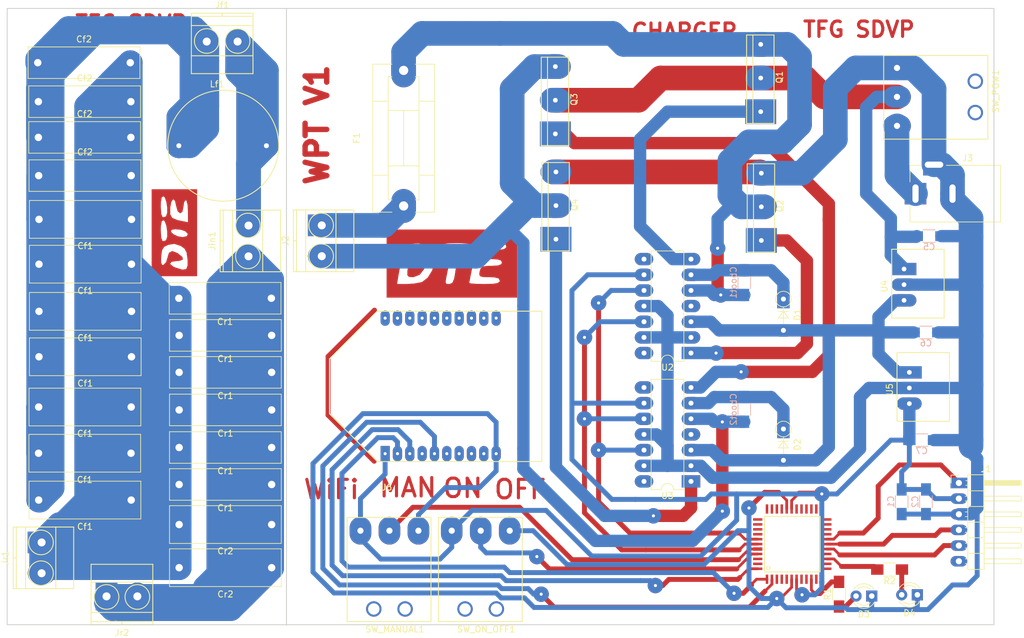
<source format=kicad_pcb>
(kicad_pcb (version 4) (host pcbnew 4.0.6)

  (general
    (links 124)
    (no_connects 24)
    (area 56.3 23.8 223.280001 128.275)
    (thickness 1.6)
    (drawings 21)
    (tracks 582)
    (zones 0)
    (modules 56)
    (nets 77)
  )

  (page A4)
  (title_block
    (title "Placa de circuito impreso del primario")
    (date 2017-10-26)
  )

  (layers
    (0 F.Cu signal)
    (31 B.Cu signal)
    (32 B.Adhes user)
    (33 F.Adhes user)
    (34 B.Paste user)
    (35 F.Paste user)
    (36 B.SilkS user)
    (37 F.SilkS user)
    (38 B.Mask user)
    (39 F.Mask user)
    (40 Dwgs.User user)
    (41 Cmts.User user)
    (42 Eco1.User user)
    (43 Eco2.User user)
    (44 Edge.Cuts user)
    (45 Margin user)
    (46 B.CrtYd user)
    (47 F.CrtYd user)
    (48 B.Fab user)
    (49 F.Fab user)
  )

  (setup
    (last_trace_width 0.8)
    (user_trace_width 0.45)
    (user_trace_width 0.8)
    (user_trace_width 2)
    (user_trace_width 4)
    (trace_clearance 0)
    (zone_clearance 0.508)
    (zone_45_only no)
    (trace_min 0.2)
    (segment_width 0.2)
    (edge_width 0.15)
    (via_size 2.5)
    (via_drill 0.5)
    (via_min_size 0.4)
    (via_min_drill 0.3)
    (uvia_size 0.3)
    (uvia_drill 0.1)
    (uvias_allowed no)
    (uvia_min_size 0.2)
    (uvia_min_drill 0.1)
    (pcb_text_width 0.3)
    (pcb_text_size 1.5 1.5)
    (mod_edge_width 0.15)
    (mod_text_size 1 1)
    (mod_text_width 0.15)
    (pad_size 0.4 1.5)
    (pad_drill 0)
    (pad_to_mask_clearance 0.2)
    (aux_axis_origin 0 0)
    (visible_elements 7FFFFFFF)
    (pcbplotparams
      (layerselection 0x3ffff_80000001)
      (usegerberextensions false)
      (excludeedgelayer false)
      (linewidth 0.100000)
      (plotframeref false)
      (viasonmask false)
      (mode 1)
      (useauxorigin false)
      (hpglpennumber 1)
      (hpglpenspeed 20)
      (hpglpendiameter 15)
      (hpglpenoverlay 2)
      (psnegative false)
      (psa4output false)
      (plotreference true)
      (plotvalue true)
      (plotinvisibletext false)
      (padsonsilk false)
      (subtractmaskfromsilk false)
      (outputformat 4)
      (mirror false)
      (drillshape 0)
      (scaleselection 1)
      (outputdirectory ""))
  )

  (net 0 "")
  (net 1 /+3.3V)
  (net 2 "Net-(C1-Pad2)")
  (net 3 "Net-(C5-Pad1)")
  (net 4 /+15V)
  (net 5 "Net-(Cboot1-Pad1)")
  (net 6 "Net-(Cboot2-Pad1)")
  (net 7 "Net-(Cboot2-Pad2)")
  (net 8 "Net-(J1-Pad1)")
  (net 9 "Net-(J1-Pad4)")
  (net 10 "Net-(J1-Pad5)")
  (net 11 "Net-(J1-Pad6)")
  (net 12 "Net-(Q1-Pad1)")
  (net 13 "Net-(Q2-Pad1)")
  (net 14 "Net-(Q3-Pad1)")
  (net 15 "Net-(Q4-Pad1)")
  (net 16 "Net-(U1-Pad1)")
  (net 17 "Net-(U1-Pad2)")
  (net 18 "Net-(U1-Pad3)")
  (net 19 "Net-(U1-Pad4)")
  (net 20 "Net-(U1-Pad5)")
  (net 21 "Net-(U1-Pad8)")
  (net 22 "Net-(U1-Pad9)")
  (net 23 "Net-(U1-Pad11)")
  (net 24 "Net-(U1-Pad12)")
  (net 25 "Net-(U1-Pad13)")
  (net 26 "Net-(U1-Pad15)")
  (net 27 "Net-(U1-Pad19)")
  (net 28 "Net-(U1-Pad20)")
  (net 29 "Net-(U1-Pad21)")
  (net 30 "Net-(U1-Pad22)")
  (net 31 "Net-(U1-Pad23)")
  (net 32 "Net-(U1-Pad24)")
  (net 33 "Net-(U1-Pad25)")
  (net 34 "Net-(U1-Pad26)")
  (net 35 "Net-(U1-Pad27)")
  (net 36 "Net-(U1-Pad30)")
  (net 37 "Net-(U1-Pad31)")
  (net 38 "Net-(U1-Pad32)")
  (net 39 "Net-(U1-Pad33)")
  (net 40 "Net-(U1-Pad34)")
  (net 41 "Net-(U1-Pad35)")
  (net 42 "Net-(U1-Pad36)")
  (net 43 "Net-(U1-Pad37)")
  (net 44 "Net-(U1-Pad38)")
  (net 45 "Net-(U1-Pad39)")
  (net 46 "Net-(U1-Pad42)")
  (net 47 "Net-(U1-Pad43)")
  (net 48 "Net-(U1-Pad44)")
  (net 49 "Net-(J3-Pad1)")
  (net 50 "Net-(Cboot1-Pad2)")
  (net 51 "Net-(SW_MANUAL1-Pad2)")
  (net 52 "Net-(SW_ON_OFF1-Pad2)")
  (net 53 "Net-(U6-Pad4)")
  (net 54 "Net-(U6-Pad6)")
  (net 55 "Net-(U6-Pad7)")
  (net 56 "Net-(U6-Pad8)")
  (net 57 "Net-(U6-Pad9)")
  (net 58 "Net-(U6-Pad11)")
  (net 59 "Net-(U6-Pad12)")
  (net 60 "Net-(U6-Pad13)")
  (net 61 "Net-(U6-Pad14)")
  (net 62 "Net-(U6-Pad15)")
  (net 63 "Net-(U6-Pad16)")
  (net 64 "Net-(U6-Pad17)")
  (net 65 "Net-(U6-Pad18)")
  (net 66 "Net-(U6-Pad19)")
  (net 67 "Net-(U6-Pad20)")
  (net 68 "Net-(D3-Pad2)")
  (net 69 "Net-(D4-Pad2)")
  (net 70 "Net-(R1-Pad2)")
  (net 71 "Net-(R2-Pad2)")
  (net 72 "Net-(F1-Pad1)")
  (net 73 "Net-(Cf1-Pad1)")
  (net 74 "Net-(Cf1-Pad2)")
  (net 75 "Net-(Cr1-Pad1)")
  (net 76 "Net-(Jf1-Pad1)")

  (net_class Default "Esta es la clase de red por defecto."
    (clearance 0)
    (trace_width 0.8)
    (via_dia 2.5)
    (via_drill 0.5)
    (uvia_dia 0.3)
    (uvia_drill 0.1)
    (add_net /+15V)
    (add_net /+3.3V)
    (add_net "Net-(C1-Pad2)")
    (add_net "Net-(Cboot1-Pad1)")
    (add_net "Net-(Cboot1-Pad2)")
    (add_net "Net-(Cboot2-Pad1)")
    (add_net "Net-(Cboot2-Pad2)")
    (add_net "Net-(Cf1-Pad1)")
    (add_net "Net-(Cf1-Pad2)")
    (add_net "Net-(Cr1-Pad1)")
    (add_net "Net-(D3-Pad2)")
    (add_net "Net-(D4-Pad2)")
    (add_net "Net-(F1-Pad1)")
    (add_net "Net-(J1-Pad1)")
    (add_net "Net-(J1-Pad4)")
    (add_net "Net-(J1-Pad5)")
    (add_net "Net-(J1-Pad6)")
    (add_net "Net-(Jf1-Pad1)")
    (add_net "Net-(Q1-Pad1)")
    (add_net "Net-(Q2-Pad1)")
    (add_net "Net-(Q3-Pad1)")
    (add_net "Net-(Q4-Pad1)")
    (add_net "Net-(R1-Pad2)")
    (add_net "Net-(R2-Pad2)")
    (add_net "Net-(SW_MANUAL1-Pad2)")
    (add_net "Net-(SW_ON_OFF1-Pad2)")
    (add_net "Net-(U1-Pad1)")
    (add_net "Net-(U1-Pad11)")
    (add_net "Net-(U1-Pad12)")
    (add_net "Net-(U1-Pad13)")
    (add_net "Net-(U1-Pad15)")
    (add_net "Net-(U1-Pad19)")
    (add_net "Net-(U1-Pad2)")
    (add_net "Net-(U1-Pad20)")
    (add_net "Net-(U1-Pad21)")
    (add_net "Net-(U1-Pad22)")
    (add_net "Net-(U1-Pad23)")
    (add_net "Net-(U1-Pad24)")
    (add_net "Net-(U1-Pad25)")
    (add_net "Net-(U1-Pad26)")
    (add_net "Net-(U1-Pad27)")
    (add_net "Net-(U1-Pad3)")
    (add_net "Net-(U1-Pad30)")
    (add_net "Net-(U1-Pad31)")
    (add_net "Net-(U1-Pad32)")
    (add_net "Net-(U1-Pad33)")
    (add_net "Net-(U1-Pad34)")
    (add_net "Net-(U1-Pad35)")
    (add_net "Net-(U1-Pad36)")
    (add_net "Net-(U1-Pad37)")
    (add_net "Net-(U1-Pad38)")
    (add_net "Net-(U1-Pad39)")
    (add_net "Net-(U1-Pad4)")
    (add_net "Net-(U1-Pad42)")
    (add_net "Net-(U1-Pad43)")
    (add_net "Net-(U1-Pad44)")
    (add_net "Net-(U1-Pad5)")
    (add_net "Net-(U1-Pad8)")
    (add_net "Net-(U1-Pad9)")
    (add_net "Net-(U6-Pad11)")
    (add_net "Net-(U6-Pad12)")
    (add_net "Net-(U6-Pad13)")
    (add_net "Net-(U6-Pad14)")
    (add_net "Net-(U6-Pad15)")
    (add_net "Net-(U6-Pad16)")
    (add_net "Net-(U6-Pad17)")
    (add_net "Net-(U6-Pad18)")
    (add_net "Net-(U6-Pad19)")
    (add_net "Net-(U6-Pad20)")
    (add_net "Net-(U6-Pad4)")
    (add_net "Net-(U6-Pad6)")
    (add_net "Net-(U6-Pad7)")
    (add_net "Net-(U6-Pad8)")
    (add_net "Net-(U6-Pad9)")
  )

  (net_class Power ""
    (clearance 0.5)
    (trace_width 4)
    (via_dia 6)
    (via_drill 0.5)
    (uvia_dia 0.3)
    (uvia_drill 0.1)
    (add_net "Net-(C5-Pad1)")
    (add_net "Net-(J3-Pad1)")
  )

  (net_class "Resonant tank" ""
    (clearance 0.5)
    (trace_width 4)
    (via_dia 6)
    (via_drill 0.5)
    (uvia_dia 0.3)
    (uvia_drill 0.1)
  )

  (module Capacitors_THT:C_Rect_L18.0mm_W6.0mm_P15.00mm_FKS3_FKP3 (layer F.Cu) (tedit 597BC7C2) (tstamp 59F1F5C6)
    (at 100.775 116.35 180)
    (descr "C, Rect series, Radial, pin pitch=15.00mm, , length*width=18*6mm^2, Capacitor, http://www.wima.com/EN/WIMA_FKS_3.pdf")
    (tags "C Rect series Radial pin pitch 15.00mm  length 18mm width 6mm Capacitor")
    (path /59F19A9A/59F1A45D)
    (fp_text reference Cr2 (at 7.5 -4.31 180) (layer F.SilkS)
      (effects (font (size 1 1) (thickness 0.15)))
    )
    (fp_text value 10nF (at 7.5 4.31 180) (layer F.Fab)
      (effects (font (size 1 1) (thickness 0.15)))
    )
    (fp_line (start -1.5 -3) (end -1.5 3) (layer F.Fab) (width 0.1))
    (fp_line (start -1.5 3) (end 16.5 3) (layer F.Fab) (width 0.1))
    (fp_line (start 16.5 3) (end 16.5 -3) (layer F.Fab) (width 0.1))
    (fp_line (start 16.5 -3) (end -1.5 -3) (layer F.Fab) (width 0.1))
    (fp_line (start -1.56 -3.06) (end 16.56 -3.06) (layer F.SilkS) (width 0.12))
    (fp_line (start -1.56 3.06) (end 16.56 3.06) (layer F.SilkS) (width 0.12))
    (fp_line (start -1.56 -3.06) (end -1.56 3.06) (layer F.SilkS) (width 0.12))
    (fp_line (start 16.56 -3.06) (end 16.56 3.06) (layer F.SilkS) (width 0.12))
    (fp_line (start -1.85 -3.35) (end -1.85 3.35) (layer F.CrtYd) (width 0.05))
    (fp_line (start -1.85 3.35) (end 16.85 3.35) (layer F.CrtYd) (width 0.05))
    (fp_line (start 16.85 3.35) (end 16.85 -3.35) (layer F.CrtYd) (width 0.05))
    (fp_line (start 16.85 -3.35) (end -1.85 -3.35) (layer F.CrtYd) (width 0.05))
    (fp_text user %R (at 7.5 0 180) (layer F.Fab)
      (effects (font (size 1 1) (thickness 0.15)))
    )
    (pad 1 thru_hole circle (at 0 0 180) (size 2.4 2.4) (drill 1.2) (layers *.Cu *.Mask)
      (net 75 "Net-(Cr1-Pad1)"))
    (pad 2 thru_hole circle (at 15 0 180) (size 2.4 2.4) (drill 1.2) (layers *.Cu *.Mask)
      (net 73 "Net-(Cf1-Pad1)"))
    (model ${KISYS3DMOD}/Capacitors_THT.3dshapes/C_Rect_L18.0mm_W6.0mm_P15.00mm_FKS3_FKP3.wrl
      (at (xyz 0 0 0))
      (scale (xyz 1 1 1))
      (rotate (xyz 0 0 0))
    )
  )

  (module Capacitors_THT:C_Rect_L18.0mm_W5.0mm_P15.00mm_FKS3_FKP3 (layer F.Cu) (tedit 597BC7C2) (tstamp 59F1F443)
    (at 100.725 72.625 180)
    (descr "C, Rect series, Radial, pin pitch=15.00mm, , length*width=18*5mm^2, Capacitor, http://www.wima.com/EN/WIMA_FKS_3.pdf")
    (tags "C Rect series Radial pin pitch 15.00mm  length 18mm width 5mm Capacitor")
    (path /59F19A9A/59F1B0F0)
    (fp_text reference Cr1 (at 7.5 -3.81 180) (layer F.SilkS)
      (effects (font (size 1 1) (thickness 0.15)))
    )
    (fp_text value 100nF (at 7.5 3.81 180) (layer F.Fab)
      (effects (font (size 1 1) (thickness 0.15)))
    )
    (fp_line (start -1.5 -2.5) (end -1.5 2.5) (layer F.Fab) (width 0.1))
    (fp_line (start -1.5 2.5) (end 16.5 2.5) (layer F.Fab) (width 0.1))
    (fp_line (start 16.5 2.5) (end 16.5 -2.5) (layer F.Fab) (width 0.1))
    (fp_line (start 16.5 -2.5) (end -1.5 -2.5) (layer F.Fab) (width 0.1))
    (fp_line (start -1.56 -2.56) (end 16.56 -2.56) (layer F.SilkS) (width 0.12))
    (fp_line (start -1.56 2.56) (end 16.56 2.56) (layer F.SilkS) (width 0.12))
    (fp_line (start -1.56 -2.56) (end -1.56 2.56) (layer F.SilkS) (width 0.12))
    (fp_line (start 16.56 -2.56) (end 16.56 2.56) (layer F.SilkS) (width 0.12))
    (fp_line (start -1.85 -2.85) (end -1.85 2.85) (layer F.CrtYd) (width 0.05))
    (fp_line (start -1.85 2.85) (end 16.85 2.85) (layer F.CrtYd) (width 0.05))
    (fp_line (start 16.85 2.85) (end 16.85 -2.85) (layer F.CrtYd) (width 0.05))
    (fp_line (start 16.85 -2.85) (end -1.85 -2.85) (layer F.CrtYd) (width 0.05))
    (fp_text user %R (at 7.5 0 180) (layer F.Fab)
      (effects (font (size 1 1) (thickness 0.15)))
    )
    (pad 1 thru_hole circle (at 0 0 180) (size 2.4 2.4) (drill 1.2) (layers *.Cu *.Mask)
      (net 75 "Net-(Cr1-Pad1)"))
    (pad 2 thru_hole circle (at 15 0 180) (size 2.4 2.4) (drill 1.2) (layers *.Cu *.Mask)
      (net 73 "Net-(Cf1-Pad1)"))
    (model ${KISYS3DMOD}/Capacitors_THT.3dshapes/C_Rect_L18.0mm_W5.0mm_P15.00mm_FKS3_FKP3.wrl
      (at (xyz 0 0 0))
      (scale (xyz 1 1 1))
      (rotate (xyz 0 0 0))
    )
  )

  (module Capacitors_THT:C_Rect_L18.0mm_W5.0mm_P15.00mm_FKS3_FKP3 (layer F.Cu) (tedit 597BC7C2) (tstamp 59F1F41D)
    (at 100.775 78.65 180)
    (descr "C, Rect series, Radial, pin pitch=15.00mm, , length*width=18*5mm^2, Capacitor, http://www.wima.com/EN/WIMA_FKS_3.pdf")
    (tags "C Rect series Radial pin pitch 15.00mm  length 18mm width 5mm Capacitor")
    (path /59F19A9A/59F1B0F0)
    (fp_text reference Cr1 (at 7.5 -3.81 180) (layer F.SilkS)
      (effects (font (size 1 1) (thickness 0.15)))
    )
    (fp_text value 100nF (at 7.5 3.81 180) (layer F.Fab)
      (effects (font (size 1 1) (thickness 0.15)))
    )
    (fp_line (start -1.5 -2.5) (end -1.5 2.5) (layer F.Fab) (width 0.1))
    (fp_line (start -1.5 2.5) (end 16.5 2.5) (layer F.Fab) (width 0.1))
    (fp_line (start 16.5 2.5) (end 16.5 -2.5) (layer F.Fab) (width 0.1))
    (fp_line (start 16.5 -2.5) (end -1.5 -2.5) (layer F.Fab) (width 0.1))
    (fp_line (start -1.56 -2.56) (end 16.56 -2.56) (layer F.SilkS) (width 0.12))
    (fp_line (start -1.56 2.56) (end 16.56 2.56) (layer F.SilkS) (width 0.12))
    (fp_line (start -1.56 -2.56) (end -1.56 2.56) (layer F.SilkS) (width 0.12))
    (fp_line (start 16.56 -2.56) (end 16.56 2.56) (layer F.SilkS) (width 0.12))
    (fp_line (start -1.85 -2.85) (end -1.85 2.85) (layer F.CrtYd) (width 0.05))
    (fp_line (start -1.85 2.85) (end 16.85 2.85) (layer F.CrtYd) (width 0.05))
    (fp_line (start 16.85 2.85) (end 16.85 -2.85) (layer F.CrtYd) (width 0.05))
    (fp_line (start 16.85 -2.85) (end -1.85 -2.85) (layer F.CrtYd) (width 0.05))
    (fp_text user %R (at 7.5 0 180) (layer F.Fab)
      (effects (font (size 1 1) (thickness 0.15)))
    )
    (pad 1 thru_hole circle (at 0 0 180) (size 2.4 2.4) (drill 1.2) (layers *.Cu *.Mask)
      (net 75 "Net-(Cr1-Pad1)"))
    (pad 2 thru_hole circle (at 15 0 180) (size 2.4 2.4) (drill 1.2) (layers *.Cu *.Mask)
      (net 73 "Net-(Cf1-Pad1)"))
    (model ${KISYS3DMOD}/Capacitors_THT.3dshapes/C_Rect_L18.0mm_W5.0mm_P15.00mm_FKS3_FKP3.wrl
      (at (xyz 0 0 0))
      (scale (xyz 1 1 1))
      (rotate (xyz 0 0 0))
    )
  )

  (module Capacitors_THT:C_Rect_L18.0mm_W5.0mm_P15.00mm_FKS3_FKP3 (layer F.Cu) (tedit 597BC7C2) (tstamp 59F1F3E4)
    (at 100.775 84.65 180)
    (descr "C, Rect series, Radial, pin pitch=15.00mm, , length*width=18*5mm^2, Capacitor, http://www.wima.com/EN/WIMA_FKS_3.pdf")
    (tags "C Rect series Radial pin pitch 15.00mm  length 18mm width 5mm Capacitor")
    (path /59F19A9A/59F1B0F0)
    (fp_text reference Cr1 (at 7.5 -3.81 180) (layer F.SilkS)
      (effects (font (size 1 1) (thickness 0.15)))
    )
    (fp_text value 100nF (at 7.5 3.81 180) (layer F.Fab)
      (effects (font (size 1 1) (thickness 0.15)))
    )
    (fp_line (start -1.5 -2.5) (end -1.5 2.5) (layer F.Fab) (width 0.1))
    (fp_line (start -1.5 2.5) (end 16.5 2.5) (layer F.Fab) (width 0.1))
    (fp_line (start 16.5 2.5) (end 16.5 -2.5) (layer F.Fab) (width 0.1))
    (fp_line (start 16.5 -2.5) (end -1.5 -2.5) (layer F.Fab) (width 0.1))
    (fp_line (start -1.56 -2.56) (end 16.56 -2.56) (layer F.SilkS) (width 0.12))
    (fp_line (start -1.56 2.56) (end 16.56 2.56) (layer F.SilkS) (width 0.12))
    (fp_line (start -1.56 -2.56) (end -1.56 2.56) (layer F.SilkS) (width 0.12))
    (fp_line (start 16.56 -2.56) (end 16.56 2.56) (layer F.SilkS) (width 0.12))
    (fp_line (start -1.85 -2.85) (end -1.85 2.85) (layer F.CrtYd) (width 0.05))
    (fp_line (start -1.85 2.85) (end 16.85 2.85) (layer F.CrtYd) (width 0.05))
    (fp_line (start 16.85 2.85) (end 16.85 -2.85) (layer F.CrtYd) (width 0.05))
    (fp_line (start 16.85 -2.85) (end -1.85 -2.85) (layer F.CrtYd) (width 0.05))
    (fp_text user %R (at 7.5 0 180) (layer F.Fab)
      (effects (font (size 1 1) (thickness 0.15)))
    )
    (pad 1 thru_hole circle (at 0 0 180) (size 2.4 2.4) (drill 1.2) (layers *.Cu *.Mask)
      (net 75 "Net-(Cr1-Pad1)"))
    (pad 2 thru_hole circle (at 15 0 180) (size 2.4 2.4) (drill 1.2) (layers *.Cu *.Mask)
      (net 73 "Net-(Cf1-Pad1)"))
    (model ${KISYS3DMOD}/Capacitors_THT.3dshapes/C_Rect_L18.0mm_W5.0mm_P15.00mm_FKS3_FKP3.wrl
      (at (xyz 0 0 0))
      (scale (xyz 1 1 1))
      (rotate (xyz 0 0 0))
    )
  )

  (module Capacitors_THT:C_Rect_L18.0mm_W5.0mm_P15.00mm_FKS3_FKP3 (layer F.Cu) (tedit 597BC7C2) (tstamp 59F1F3AB)
    (at 100.775 90.75 180)
    (descr "C, Rect series, Radial, pin pitch=15.00mm, , length*width=18*5mm^2, Capacitor, http://www.wima.com/EN/WIMA_FKS_3.pdf")
    (tags "C Rect series Radial pin pitch 15.00mm  length 18mm width 5mm Capacitor")
    (path /59F19A9A/59F1B0F0)
    (fp_text reference Cr1 (at 7.5 -3.81 180) (layer F.SilkS)
      (effects (font (size 1 1) (thickness 0.15)))
    )
    (fp_text value 100nF (at 7.5 3.81 180) (layer F.Fab)
      (effects (font (size 1 1) (thickness 0.15)))
    )
    (fp_line (start -1.5 -2.5) (end -1.5 2.5) (layer F.Fab) (width 0.1))
    (fp_line (start -1.5 2.5) (end 16.5 2.5) (layer F.Fab) (width 0.1))
    (fp_line (start 16.5 2.5) (end 16.5 -2.5) (layer F.Fab) (width 0.1))
    (fp_line (start 16.5 -2.5) (end -1.5 -2.5) (layer F.Fab) (width 0.1))
    (fp_line (start -1.56 -2.56) (end 16.56 -2.56) (layer F.SilkS) (width 0.12))
    (fp_line (start -1.56 2.56) (end 16.56 2.56) (layer F.SilkS) (width 0.12))
    (fp_line (start -1.56 -2.56) (end -1.56 2.56) (layer F.SilkS) (width 0.12))
    (fp_line (start 16.56 -2.56) (end 16.56 2.56) (layer F.SilkS) (width 0.12))
    (fp_line (start -1.85 -2.85) (end -1.85 2.85) (layer F.CrtYd) (width 0.05))
    (fp_line (start -1.85 2.85) (end 16.85 2.85) (layer F.CrtYd) (width 0.05))
    (fp_line (start 16.85 2.85) (end 16.85 -2.85) (layer F.CrtYd) (width 0.05))
    (fp_line (start 16.85 -2.85) (end -1.85 -2.85) (layer F.CrtYd) (width 0.05))
    (fp_text user %R (at 7.5 0 180) (layer F.Fab)
      (effects (font (size 1 1) (thickness 0.15)))
    )
    (pad 1 thru_hole circle (at 0 0 180) (size 2.4 2.4) (drill 1.2) (layers *.Cu *.Mask)
      (net 75 "Net-(Cr1-Pad1)"))
    (pad 2 thru_hole circle (at 15 0 180) (size 2.4 2.4) (drill 1.2) (layers *.Cu *.Mask)
      (net 73 "Net-(Cf1-Pad1)"))
    (model ${KISYS3DMOD}/Capacitors_THT.3dshapes/C_Rect_L18.0mm_W5.0mm_P15.00mm_FKS3_FKP3.wrl
      (at (xyz 0 0 0))
      (scale (xyz 1 1 1))
      (rotate (xyz 0 0 0))
    )
  )

  (module Capacitors_THT:C_Rect_L18.0mm_W5.0mm_P15.00mm_FKS3_FKP3 (layer F.Cu) (tedit 597BC7C2) (tstamp 59F1F385)
    (at 100.775 96.85 180)
    (descr "C, Rect series, Radial, pin pitch=15.00mm, , length*width=18*5mm^2, Capacitor, http://www.wima.com/EN/WIMA_FKS_3.pdf")
    (tags "C Rect series Radial pin pitch 15.00mm  length 18mm width 5mm Capacitor")
    (path /59F19A9A/59F1B0F0)
    (fp_text reference Cr1 (at 7.5 -3.81 180) (layer F.SilkS)
      (effects (font (size 1 1) (thickness 0.15)))
    )
    (fp_text value 100nF (at 7.5 3.81 180) (layer F.Fab)
      (effects (font (size 1 1) (thickness 0.15)))
    )
    (fp_line (start -1.5 -2.5) (end -1.5 2.5) (layer F.Fab) (width 0.1))
    (fp_line (start -1.5 2.5) (end 16.5 2.5) (layer F.Fab) (width 0.1))
    (fp_line (start 16.5 2.5) (end 16.5 -2.5) (layer F.Fab) (width 0.1))
    (fp_line (start 16.5 -2.5) (end -1.5 -2.5) (layer F.Fab) (width 0.1))
    (fp_line (start -1.56 -2.56) (end 16.56 -2.56) (layer F.SilkS) (width 0.12))
    (fp_line (start -1.56 2.56) (end 16.56 2.56) (layer F.SilkS) (width 0.12))
    (fp_line (start -1.56 -2.56) (end -1.56 2.56) (layer F.SilkS) (width 0.12))
    (fp_line (start 16.56 -2.56) (end 16.56 2.56) (layer F.SilkS) (width 0.12))
    (fp_line (start -1.85 -2.85) (end -1.85 2.85) (layer F.CrtYd) (width 0.05))
    (fp_line (start -1.85 2.85) (end 16.85 2.85) (layer F.CrtYd) (width 0.05))
    (fp_line (start 16.85 2.85) (end 16.85 -2.85) (layer F.CrtYd) (width 0.05))
    (fp_line (start 16.85 -2.85) (end -1.85 -2.85) (layer F.CrtYd) (width 0.05))
    (fp_text user %R (at 7.5 0 180) (layer F.Fab)
      (effects (font (size 1 1) (thickness 0.15)))
    )
    (pad 1 thru_hole circle (at 0 0 180) (size 2.4 2.4) (drill 1.2) (layers *.Cu *.Mask)
      (net 75 "Net-(Cr1-Pad1)"))
    (pad 2 thru_hole circle (at 15 0 180) (size 2.4 2.4) (drill 1.2) (layers *.Cu *.Mask)
      (net 73 "Net-(Cf1-Pad1)"))
    (model ${KISYS3DMOD}/Capacitors_THT.3dshapes/C_Rect_L18.0mm_W5.0mm_P15.00mm_FKS3_FKP3.wrl
      (at (xyz 0 0 0))
      (scale (xyz 1 1 1))
      (rotate (xyz 0 0 0))
    )
  )

  (module Capacitors_THT:C_Rect_L18.0mm_W5.0mm_P15.00mm_FKS3_FKP3 (layer F.Cu) (tedit 597BC7C2) (tstamp 59F1EB8C)
    (at 62.85 34.4)
    (descr "C, Rect series, Radial, pin pitch=15.00mm, , length*width=18*5mm^2, Capacitor, http://www.wima.com/EN/WIMA_FKS_3.pdf")
    (tags "C Rect series Radial pin pitch 15.00mm  length 18mm width 5mm Capacitor")
    (path /59F19A9A/59F1A4A3)
    (fp_text reference Cf2 (at 7.5 -3.81) (layer F.SilkS)
      (effects (font (size 1 1) (thickness 0.15)))
    )
    (fp_text value 2.2nF (at 7.5 3.81) (layer F.Fab)
      (effects (font (size 1 1) (thickness 0.15)))
    )
    (fp_line (start -1.5 -2.5) (end -1.5 2.5) (layer F.Fab) (width 0.1))
    (fp_line (start -1.5 2.5) (end 16.5 2.5) (layer F.Fab) (width 0.1))
    (fp_line (start 16.5 2.5) (end 16.5 -2.5) (layer F.Fab) (width 0.1))
    (fp_line (start 16.5 -2.5) (end -1.5 -2.5) (layer F.Fab) (width 0.1))
    (fp_line (start -1.56 -2.56) (end 16.56 -2.56) (layer F.SilkS) (width 0.12))
    (fp_line (start -1.56 2.56) (end 16.56 2.56) (layer F.SilkS) (width 0.12))
    (fp_line (start -1.56 -2.56) (end -1.56 2.56) (layer F.SilkS) (width 0.12))
    (fp_line (start 16.56 -2.56) (end 16.56 2.56) (layer F.SilkS) (width 0.12))
    (fp_line (start -1.85 -2.85) (end -1.85 2.85) (layer F.CrtYd) (width 0.05))
    (fp_line (start -1.85 2.85) (end 16.85 2.85) (layer F.CrtYd) (width 0.05))
    (fp_line (start 16.85 2.85) (end 16.85 -2.85) (layer F.CrtYd) (width 0.05))
    (fp_line (start 16.85 -2.85) (end -1.85 -2.85) (layer F.CrtYd) (width 0.05))
    (fp_text user %R (at 7.5 0) (layer F.Fab)
      (effects (font (size 1 1) (thickness 0.15)))
    )
    (pad 1 thru_hole circle (at 0 0) (size 2.4 2.4) (drill 1.2) (layers *.Cu *.Mask)
      (net 74 "Net-(Cf1-Pad2)"))
    (pad 2 thru_hole circle (at 15 0) (size 2.4 2.4) (drill 1.2) (layers *.Cu *.Mask)
      (net 73 "Net-(Cf1-Pad1)"))
    (model ${KISYS3DMOD}/Capacitors_THT.3dshapes/C_Rect_L18.0mm_W5.0mm_P15.00mm_FKS3_FKP3.wrl
      (at (xyz 0 0 0))
      (scale (xyz 1 1 1))
      (rotate (xyz 0 0 0))
    )
  )

  (module Capacitors_THT:C_Rect_L18.0mm_W5.0mm_P15.00mm_FKS3_FKP3 (layer F.Cu) (tedit 597BC7C2) (tstamp 59F1EB79)
    (at 62.95 40.725)
    (descr "C, Rect series, Radial, pin pitch=15.00mm, , length*width=18*5mm^2, Capacitor, http://www.wima.com/EN/WIMA_FKS_3.pdf")
    (tags "C Rect series Radial pin pitch 15.00mm  length 18mm width 5mm Capacitor")
    (path /59F19A9A/59F1A4A3)
    (fp_text reference Cf2 (at 7.5 -3.81) (layer F.SilkS)
      (effects (font (size 1 1) (thickness 0.15)))
    )
    (fp_text value C (at 7.5 3.81) (layer F.Fab)
      (effects (font (size 1 1) (thickness 0.15)))
    )
    (fp_line (start -1.5 -2.5) (end -1.5 2.5) (layer F.Fab) (width 0.1))
    (fp_line (start -1.5 2.5) (end 16.5 2.5) (layer F.Fab) (width 0.1))
    (fp_line (start 16.5 2.5) (end 16.5 -2.5) (layer F.Fab) (width 0.1))
    (fp_line (start 16.5 -2.5) (end -1.5 -2.5) (layer F.Fab) (width 0.1))
    (fp_line (start -1.56 -2.56) (end 16.56 -2.56) (layer F.SilkS) (width 0.12))
    (fp_line (start -1.56 2.56) (end 16.56 2.56) (layer F.SilkS) (width 0.12))
    (fp_line (start -1.56 -2.56) (end -1.56 2.56) (layer F.SilkS) (width 0.12))
    (fp_line (start 16.56 -2.56) (end 16.56 2.56) (layer F.SilkS) (width 0.12))
    (fp_line (start -1.85 -2.85) (end -1.85 2.85) (layer F.CrtYd) (width 0.05))
    (fp_line (start -1.85 2.85) (end 16.85 2.85) (layer F.CrtYd) (width 0.05))
    (fp_line (start 16.85 2.85) (end 16.85 -2.85) (layer F.CrtYd) (width 0.05))
    (fp_line (start 16.85 -2.85) (end -1.85 -2.85) (layer F.CrtYd) (width 0.05))
    (fp_text user %R (at 7.5 0) (layer F.Fab)
      (effects (font (size 1 1) (thickness 0.15)))
    )
    (pad 1 thru_hole circle (at 0 0) (size 2.4 2.4) (drill 1.2) (layers *.Cu *.Mask)
      (net 74 "Net-(Cf1-Pad2)"))
    (pad 2 thru_hole circle (at 15 0) (size 2.4 2.4) (drill 1.2) (layers *.Cu *.Mask)
      (net 73 "Net-(Cf1-Pad1)"))
    (model ${KISYS3DMOD}/Capacitors_THT.3dshapes/C_Rect_L18.0mm_W5.0mm_P15.00mm_FKS3_FKP3.wrl
      (at (xyz 0 0 0))
      (scale (xyz 1 1 1))
      (rotate (xyz 0 0 0))
    )
  )

  (module Capacitors_THT:C_Rect_L18.0mm_W5.0mm_P15.00mm_FKS3_FKP3 (layer F.Cu) (tedit 597BC7C2) (tstamp 59F1EB66)
    (at 62.95 46.525)
    (descr "C, Rect series, Radial, pin pitch=15.00mm, , length*width=18*5mm^2, Capacitor, http://www.wima.com/EN/WIMA_FKS_3.pdf")
    (tags "C Rect series Radial pin pitch 15.00mm  length 18mm width 5mm Capacitor")
    (path /59F19A9A/59F1A4A3)
    (fp_text reference Cf2 (at 7.5 -3.81) (layer F.SilkS)
      (effects (font (size 1 1) (thickness 0.15)))
    )
    (fp_text value C (at 7.5 3.81) (layer F.Fab)
      (effects (font (size 1 1) (thickness 0.15)))
    )
    (fp_line (start -1.5 -2.5) (end -1.5 2.5) (layer F.Fab) (width 0.1))
    (fp_line (start -1.5 2.5) (end 16.5 2.5) (layer F.Fab) (width 0.1))
    (fp_line (start 16.5 2.5) (end 16.5 -2.5) (layer F.Fab) (width 0.1))
    (fp_line (start 16.5 -2.5) (end -1.5 -2.5) (layer F.Fab) (width 0.1))
    (fp_line (start -1.56 -2.56) (end 16.56 -2.56) (layer F.SilkS) (width 0.12))
    (fp_line (start -1.56 2.56) (end 16.56 2.56) (layer F.SilkS) (width 0.12))
    (fp_line (start -1.56 -2.56) (end -1.56 2.56) (layer F.SilkS) (width 0.12))
    (fp_line (start 16.56 -2.56) (end 16.56 2.56) (layer F.SilkS) (width 0.12))
    (fp_line (start -1.85 -2.85) (end -1.85 2.85) (layer F.CrtYd) (width 0.05))
    (fp_line (start -1.85 2.85) (end 16.85 2.85) (layer F.CrtYd) (width 0.05))
    (fp_line (start 16.85 2.85) (end 16.85 -2.85) (layer F.CrtYd) (width 0.05))
    (fp_line (start 16.85 -2.85) (end -1.85 -2.85) (layer F.CrtYd) (width 0.05))
    (fp_text user %R (at 7.5 0) (layer F.Fab)
      (effects (font (size 1 1) (thickness 0.15)))
    )
    (pad 1 thru_hole circle (at 0 0) (size 2.4 2.4) (drill 1.2) (layers *.Cu *.Mask)
      (net 74 "Net-(Cf1-Pad2)"))
    (pad 2 thru_hole circle (at 15 0) (size 2.4 2.4) (drill 1.2) (layers *.Cu *.Mask)
      (net 73 "Net-(Cf1-Pad1)"))
    (model ${KISYS3DMOD}/Capacitors_THT.3dshapes/C_Rect_L18.0mm_W5.0mm_P15.00mm_FKS3_FKP3.wrl
      (at (xyz 0 0 0))
      (scale (xyz 1 1 1))
      (rotate (xyz 0 0 0))
    )
  )

  (module Capacitors_THT:C_Rect_L18.0mm_W6.0mm_P15.00mm_FKS3_FKP3 (layer F.Cu) (tedit 597BC7C2) (tstamp 59F1EB07)
    (at 78.05 59.825 180)
    (descr "C, Rect series, Radial, pin pitch=15.00mm, , length*width=18*6mm^2, Capacitor, http://www.wima.com/EN/WIMA_FKS_3.pdf")
    (tags "C Rect series Radial pin pitch 15.00mm  length 18mm width 6mm Capacitor")
    (path /59F19A9A/59F1B01C)
    (fp_text reference Cf1 (at 7.5 -4.31 180) (layer F.SilkS)
      (effects (font (size 1 1) (thickness 0.15)))
    )
    (fp_text value 10nF (at 7.5 4.31 180) (layer F.Fab)
      (effects (font (size 1 1) (thickness 0.15)))
    )
    (fp_line (start -1.5 -3) (end -1.5 3) (layer F.Fab) (width 0.1))
    (fp_line (start -1.5 3) (end 16.5 3) (layer F.Fab) (width 0.1))
    (fp_line (start 16.5 3) (end 16.5 -3) (layer F.Fab) (width 0.1))
    (fp_line (start 16.5 -3) (end -1.5 -3) (layer F.Fab) (width 0.1))
    (fp_line (start -1.56 -3.06) (end 16.56 -3.06) (layer F.SilkS) (width 0.12))
    (fp_line (start -1.56 3.06) (end 16.56 3.06) (layer F.SilkS) (width 0.12))
    (fp_line (start -1.56 -3.06) (end -1.56 3.06) (layer F.SilkS) (width 0.12))
    (fp_line (start 16.56 -3.06) (end 16.56 3.06) (layer F.SilkS) (width 0.12))
    (fp_line (start -1.85 -3.35) (end -1.85 3.35) (layer F.CrtYd) (width 0.05))
    (fp_line (start -1.85 3.35) (end 16.85 3.35) (layer F.CrtYd) (width 0.05))
    (fp_line (start 16.85 3.35) (end 16.85 -3.35) (layer F.CrtYd) (width 0.05))
    (fp_line (start 16.85 -3.35) (end -1.85 -3.35) (layer F.CrtYd) (width 0.05))
    (fp_text user %R (at 7.5 0 180) (layer F.Fab)
      (effects (font (size 1 1) (thickness 0.15)))
    )
    (pad 1 thru_hole circle (at 0 0 180) (size 2.4 2.4) (drill 1.2) (layers *.Cu *.Mask)
      (net 73 "Net-(Cf1-Pad1)"))
    (pad 2 thru_hole circle (at 15 0 180) (size 2.4 2.4) (drill 1.2) (layers *.Cu *.Mask)
      (net 74 "Net-(Cf1-Pad2)"))
    (model ${KISYS3DMOD}/Capacitors_THT.3dshapes/C_Rect_L18.0mm_W6.0mm_P15.00mm_FKS3_FKP3.wrl
      (at (xyz 0 0 0))
      (scale (xyz 1 1 1))
      (rotate (xyz 0 0 0))
    )
  )

  (module Capacitors_THT:C_Rect_L18.0mm_W6.0mm_P15.00mm_FKS3_FKP3 (layer F.Cu) (tedit 597BC7C2) (tstamp 59F1EAF4)
    (at 78.05 67.1 180)
    (descr "C, Rect series, Radial, pin pitch=15.00mm, , length*width=18*6mm^2, Capacitor, http://www.wima.com/EN/WIMA_FKS_3.pdf")
    (tags "C Rect series Radial pin pitch 15.00mm  length 18mm width 6mm Capacitor")
    (path /59F19A9A/59F1B01C)
    (fp_text reference Cf1 (at 7.5 -4.31 180) (layer F.SilkS)
      (effects (font (size 1 1) (thickness 0.15)))
    )
    (fp_text value C (at 7.5 4.31 180) (layer F.Fab)
      (effects (font (size 1 1) (thickness 0.15)))
    )
    (fp_line (start -1.5 -3) (end -1.5 3) (layer F.Fab) (width 0.1))
    (fp_line (start -1.5 3) (end 16.5 3) (layer F.Fab) (width 0.1))
    (fp_line (start 16.5 3) (end 16.5 -3) (layer F.Fab) (width 0.1))
    (fp_line (start 16.5 -3) (end -1.5 -3) (layer F.Fab) (width 0.1))
    (fp_line (start -1.56 -3.06) (end 16.56 -3.06) (layer F.SilkS) (width 0.12))
    (fp_line (start -1.56 3.06) (end 16.56 3.06) (layer F.SilkS) (width 0.12))
    (fp_line (start -1.56 -3.06) (end -1.56 3.06) (layer F.SilkS) (width 0.12))
    (fp_line (start 16.56 -3.06) (end 16.56 3.06) (layer F.SilkS) (width 0.12))
    (fp_line (start -1.85 -3.35) (end -1.85 3.35) (layer F.CrtYd) (width 0.05))
    (fp_line (start -1.85 3.35) (end 16.85 3.35) (layer F.CrtYd) (width 0.05))
    (fp_line (start 16.85 3.35) (end 16.85 -3.35) (layer F.CrtYd) (width 0.05))
    (fp_line (start 16.85 -3.35) (end -1.85 -3.35) (layer F.CrtYd) (width 0.05))
    (fp_text user %R (at 7.5 0 180) (layer F.Fab)
      (effects (font (size 1 1) (thickness 0.15)))
    )
    (pad 1 thru_hole circle (at 0 0 180) (size 2.4 2.4) (drill 1.2) (layers *.Cu *.Mask)
      (net 73 "Net-(Cf1-Pad1)"))
    (pad 2 thru_hole circle (at 15 0 180) (size 2.4 2.4) (drill 1.2) (layers *.Cu *.Mask)
      (net 74 "Net-(Cf1-Pad2)"))
    (model ${KISYS3DMOD}/Capacitors_THT.3dshapes/C_Rect_L18.0mm_W6.0mm_P15.00mm_FKS3_FKP3.wrl
      (at (xyz 0 0 0))
      (scale (xyz 1 1 1))
      (rotate (xyz 0 0 0))
    )
  )

  (module Capacitors_THT:C_Rect_L18.0mm_W6.0mm_P15.00mm_FKS3_FKP3 (layer F.Cu) (tedit 597BC7C2) (tstamp 59F1EAE1)
    (at 78.05 74.75 180)
    (descr "C, Rect series, Radial, pin pitch=15.00mm, , length*width=18*6mm^2, Capacitor, http://www.wima.com/EN/WIMA_FKS_3.pdf")
    (tags "C Rect series Radial pin pitch 15.00mm  length 18mm width 6mm Capacitor")
    (path /59F19A9A/59F1B01C)
    (fp_text reference Cf1 (at 7.5 -4.31 180) (layer F.SilkS)
      (effects (font (size 1 1) (thickness 0.15)))
    )
    (fp_text value C (at 7.5 4.31 180) (layer F.Fab)
      (effects (font (size 1 1) (thickness 0.15)))
    )
    (fp_line (start -1.5 -3) (end -1.5 3) (layer F.Fab) (width 0.1))
    (fp_line (start -1.5 3) (end 16.5 3) (layer F.Fab) (width 0.1))
    (fp_line (start 16.5 3) (end 16.5 -3) (layer F.Fab) (width 0.1))
    (fp_line (start 16.5 -3) (end -1.5 -3) (layer F.Fab) (width 0.1))
    (fp_line (start -1.56 -3.06) (end 16.56 -3.06) (layer F.SilkS) (width 0.12))
    (fp_line (start -1.56 3.06) (end 16.56 3.06) (layer F.SilkS) (width 0.12))
    (fp_line (start -1.56 -3.06) (end -1.56 3.06) (layer F.SilkS) (width 0.12))
    (fp_line (start 16.56 -3.06) (end 16.56 3.06) (layer F.SilkS) (width 0.12))
    (fp_line (start -1.85 -3.35) (end -1.85 3.35) (layer F.CrtYd) (width 0.05))
    (fp_line (start -1.85 3.35) (end 16.85 3.35) (layer F.CrtYd) (width 0.05))
    (fp_line (start 16.85 3.35) (end 16.85 -3.35) (layer F.CrtYd) (width 0.05))
    (fp_line (start 16.85 -3.35) (end -1.85 -3.35) (layer F.CrtYd) (width 0.05))
    (fp_text user %R (at 7.5 0 180) (layer F.Fab)
      (effects (font (size 1 1) (thickness 0.15)))
    )
    (pad 1 thru_hole circle (at 0 0 180) (size 2.4 2.4) (drill 1.2) (layers *.Cu *.Mask)
      (net 73 "Net-(Cf1-Pad1)"))
    (pad 2 thru_hole circle (at 15 0 180) (size 2.4 2.4) (drill 1.2) (layers *.Cu *.Mask)
      (net 74 "Net-(Cf1-Pad2)"))
    (model ${KISYS3DMOD}/Capacitors_THT.3dshapes/C_Rect_L18.0mm_W6.0mm_P15.00mm_FKS3_FKP3.wrl
      (at (xyz 0 0 0))
      (scale (xyz 1 1 1))
      (rotate (xyz 0 0 0))
    )
  )

  (module Capacitors_THT:C_Rect_L18.0mm_W6.0mm_P15.00mm_FKS3_FKP3 (layer F.Cu) (tedit 597BC7C2) (tstamp 59F1EABB)
    (at 78.05 82.125 180)
    (descr "C, Rect series, Radial, pin pitch=15.00mm, , length*width=18*6mm^2, Capacitor, http://www.wima.com/EN/WIMA_FKS_3.pdf")
    (tags "C Rect series Radial pin pitch 15.00mm  length 18mm width 6mm Capacitor")
    (path /59F19A9A/59F1B01C)
    (fp_text reference Cf1 (at 7.5 -4.31 180) (layer F.SilkS)
      (effects (font (size 1 1) (thickness 0.15)))
    )
    (fp_text value C (at 7.5 4.31 180) (layer F.Fab)
      (effects (font (size 1 1) (thickness 0.15)))
    )
    (fp_line (start -1.5 -3) (end -1.5 3) (layer F.Fab) (width 0.1))
    (fp_line (start -1.5 3) (end 16.5 3) (layer F.Fab) (width 0.1))
    (fp_line (start 16.5 3) (end 16.5 -3) (layer F.Fab) (width 0.1))
    (fp_line (start 16.5 -3) (end -1.5 -3) (layer F.Fab) (width 0.1))
    (fp_line (start -1.56 -3.06) (end 16.56 -3.06) (layer F.SilkS) (width 0.12))
    (fp_line (start -1.56 3.06) (end 16.56 3.06) (layer F.SilkS) (width 0.12))
    (fp_line (start -1.56 -3.06) (end -1.56 3.06) (layer F.SilkS) (width 0.12))
    (fp_line (start 16.56 -3.06) (end 16.56 3.06) (layer F.SilkS) (width 0.12))
    (fp_line (start -1.85 -3.35) (end -1.85 3.35) (layer F.CrtYd) (width 0.05))
    (fp_line (start -1.85 3.35) (end 16.85 3.35) (layer F.CrtYd) (width 0.05))
    (fp_line (start 16.85 3.35) (end 16.85 -3.35) (layer F.CrtYd) (width 0.05))
    (fp_line (start 16.85 -3.35) (end -1.85 -3.35) (layer F.CrtYd) (width 0.05))
    (fp_text user %R (at 7.5 0 180) (layer F.Fab)
      (effects (font (size 1 1) (thickness 0.15)))
    )
    (pad 1 thru_hole circle (at 0 0 180) (size 2.4 2.4) (drill 1.2) (layers *.Cu *.Mask)
      (net 73 "Net-(Cf1-Pad1)"))
    (pad 2 thru_hole circle (at 15 0 180) (size 2.4 2.4) (drill 1.2) (layers *.Cu *.Mask)
      (net 74 "Net-(Cf1-Pad2)"))
    (model ${KISYS3DMOD}/Capacitors_THT.3dshapes/C_Rect_L18.0mm_W6.0mm_P15.00mm_FKS3_FKP3.wrl
      (at (xyz 0 0 0))
      (scale (xyz 1 1 1))
      (rotate (xyz 0 0 0))
    )
  )

  (module Capacitors_THT:C_Rect_L18.0mm_W6.0mm_P15.00mm_FKS3_FKP3 (layer F.Cu) (tedit 597BC7C2) (tstamp 59F1EAA8)
    (at 78 90.275 180)
    (descr "C, Rect series, Radial, pin pitch=15.00mm, , length*width=18*6mm^2, Capacitor, http://www.wima.com/EN/WIMA_FKS_3.pdf")
    (tags "C Rect series Radial pin pitch 15.00mm  length 18mm width 6mm Capacitor")
    (path /59F19A9A/59F1B01C)
    (fp_text reference Cf1 (at 7.5 -4.31 180) (layer F.SilkS)
      (effects (font (size 1 1) (thickness 0.15)))
    )
    (fp_text value C (at 7.5 4.31 180) (layer F.Fab)
      (effects (font (size 1 1) (thickness 0.15)))
    )
    (fp_line (start -1.5 -3) (end -1.5 3) (layer F.Fab) (width 0.1))
    (fp_line (start -1.5 3) (end 16.5 3) (layer F.Fab) (width 0.1))
    (fp_line (start 16.5 3) (end 16.5 -3) (layer F.Fab) (width 0.1))
    (fp_line (start 16.5 -3) (end -1.5 -3) (layer F.Fab) (width 0.1))
    (fp_line (start -1.56 -3.06) (end 16.56 -3.06) (layer F.SilkS) (width 0.12))
    (fp_line (start -1.56 3.06) (end 16.56 3.06) (layer F.SilkS) (width 0.12))
    (fp_line (start -1.56 -3.06) (end -1.56 3.06) (layer F.SilkS) (width 0.12))
    (fp_line (start 16.56 -3.06) (end 16.56 3.06) (layer F.SilkS) (width 0.12))
    (fp_line (start -1.85 -3.35) (end -1.85 3.35) (layer F.CrtYd) (width 0.05))
    (fp_line (start -1.85 3.35) (end 16.85 3.35) (layer F.CrtYd) (width 0.05))
    (fp_line (start 16.85 3.35) (end 16.85 -3.35) (layer F.CrtYd) (width 0.05))
    (fp_line (start 16.85 -3.35) (end -1.85 -3.35) (layer F.CrtYd) (width 0.05))
    (fp_text user %R (at 7.5 0 180) (layer F.Fab)
      (effects (font (size 1 1) (thickness 0.15)))
    )
    (pad 1 thru_hole circle (at 0 0 180) (size 2.4 2.4) (drill 1.2) (layers *.Cu *.Mask)
      (net 73 "Net-(Cf1-Pad1)"))
    (pad 2 thru_hole circle (at 15 0 180) (size 2.4 2.4) (drill 1.2) (layers *.Cu *.Mask)
      (net 74 "Net-(Cf1-Pad2)"))
    (model ${KISYS3DMOD}/Capacitors_THT.3dshapes/C_Rect_L18.0mm_W6.0mm_P15.00mm_FKS3_FKP3.wrl
      (at (xyz 0 0 0))
      (scale (xyz 1 1 1))
      (rotate (xyz 0 0 0))
    )
  )

  (module Capacitors_THT:C_Rect_L18.0mm_W6.0mm_P15.00mm_FKS3_FKP3 (layer F.Cu) (tedit 597BC7C2) (tstamp 59F1EA95)
    (at 77.975 97.775 180)
    (descr "C, Rect series, Radial, pin pitch=15.00mm, , length*width=18*6mm^2, Capacitor, http://www.wima.com/EN/WIMA_FKS_3.pdf")
    (tags "C Rect series Radial pin pitch 15.00mm  length 18mm width 6mm Capacitor")
    (path /59F19A9A/59F1B01C)
    (fp_text reference Cf1 (at 7.5 -4.31 180) (layer F.SilkS)
      (effects (font (size 1 1) (thickness 0.15)))
    )
    (fp_text value C (at 7.5 4.31 180) (layer F.Fab)
      (effects (font (size 1 1) (thickness 0.15)))
    )
    (fp_line (start -1.5 -3) (end -1.5 3) (layer F.Fab) (width 0.1))
    (fp_line (start -1.5 3) (end 16.5 3) (layer F.Fab) (width 0.1))
    (fp_line (start 16.5 3) (end 16.5 -3) (layer F.Fab) (width 0.1))
    (fp_line (start 16.5 -3) (end -1.5 -3) (layer F.Fab) (width 0.1))
    (fp_line (start -1.56 -3.06) (end 16.56 -3.06) (layer F.SilkS) (width 0.12))
    (fp_line (start -1.56 3.06) (end 16.56 3.06) (layer F.SilkS) (width 0.12))
    (fp_line (start -1.56 -3.06) (end -1.56 3.06) (layer F.SilkS) (width 0.12))
    (fp_line (start 16.56 -3.06) (end 16.56 3.06) (layer F.SilkS) (width 0.12))
    (fp_line (start -1.85 -3.35) (end -1.85 3.35) (layer F.CrtYd) (width 0.05))
    (fp_line (start -1.85 3.35) (end 16.85 3.35) (layer F.CrtYd) (width 0.05))
    (fp_line (start 16.85 3.35) (end 16.85 -3.35) (layer F.CrtYd) (width 0.05))
    (fp_line (start 16.85 -3.35) (end -1.85 -3.35) (layer F.CrtYd) (width 0.05))
    (fp_text user %R (at 7.5 0 180) (layer F.Fab)
      (effects (font (size 1 1) (thickness 0.15)))
    )
    (pad 1 thru_hole circle (at 0 0 180) (size 2.4 2.4) (drill 1.2) (layers *.Cu *.Mask)
      (net 73 "Net-(Cf1-Pad1)"))
    (pad 2 thru_hole circle (at 15 0 180) (size 2.4 2.4) (drill 1.2) (layers *.Cu *.Mask)
      (net 74 "Net-(Cf1-Pad2)"))
    (model ${KISYS3DMOD}/Capacitors_THT.3dshapes/C_Rect_L18.0mm_W6.0mm_P15.00mm_FKS3_FKP3.wrl
      (at (xyz 0 0 0))
      (scale (xyz 1 1 1))
      (rotate (xyz 0 0 0))
    )
  )

  (module Capacitors_SMD:C_1206_HandSoldering (layer B.Cu) (tedit 58AA84D1) (tstamp 59E092C6)
    (at 202.934 105.65 270)
    (descr "Capacitor SMD 1206, hand soldering")
    (tags "capacitor 1206")
    (path /592C7ED1)
    (attr smd)
    (fp_text reference C1 (at 0 1.75 270) (layer B.SilkS)
      (effects (font (size 1 1) (thickness 0.15)) (justify mirror))
    )
    (fp_text value 0.1uF (at 0 -2 270) (layer B.Fab)
      (effects (font (size 1 1) (thickness 0.15)) (justify mirror))
    )
    (fp_text user %R (at 0 1.75 270) (layer B.Fab)
      (effects (font (size 1 1) (thickness 0.15)) (justify mirror))
    )
    (fp_line (start -1.6 -0.8) (end -1.6 0.8) (layer B.Fab) (width 0.1))
    (fp_line (start 1.6 -0.8) (end -1.6 -0.8) (layer B.Fab) (width 0.1))
    (fp_line (start 1.6 0.8) (end 1.6 -0.8) (layer B.Fab) (width 0.1))
    (fp_line (start -1.6 0.8) (end 1.6 0.8) (layer B.Fab) (width 0.1))
    (fp_line (start 1 1.02) (end -1 1.02) (layer B.SilkS) (width 0.12))
    (fp_line (start -1 -1.02) (end 1 -1.02) (layer B.SilkS) (width 0.12))
    (fp_line (start -3.25 1.05) (end 3.25 1.05) (layer B.CrtYd) (width 0.05))
    (fp_line (start -3.25 1.05) (end -3.25 -1.05) (layer B.CrtYd) (width 0.05))
    (fp_line (start 3.25 -1.05) (end 3.25 1.05) (layer B.CrtYd) (width 0.05))
    (fp_line (start 3.25 -1.05) (end -3.25 -1.05) (layer B.CrtYd) (width 0.05))
    (pad 1 smd rect (at -2 0 270) (size 2 1.6) (layers B.Cu B.Paste B.Mask)
      (net 1 /+3.3V))
    (pad 2 smd rect (at 2 0 270) (size 2 1.6) (layers B.Cu B.Paste B.Mask)
      (net 2 "Net-(C1-Pad2)"))
    (model Capacitors_SMD.3dshapes/C_1206.wrl
      (at (xyz 0 0 0))
      (scale (xyz 1 1 1))
      (rotate (xyz 0 0 0))
    )
  )

  (module Capacitors_SMD:C_1206_HandSoldering (layer B.Cu) (tedit 58AA84D1) (tstamp 59E092CC)
    (at 206.871 105.65 270)
    (descr "Capacitor SMD 1206, hand soldering")
    (tags "capacitor 1206")
    (path /592C7ED0)
    (attr smd)
    (fp_text reference C2 (at 0 1.75 270) (layer B.SilkS)
      (effects (font (size 1 1) (thickness 0.15)) (justify mirror))
    )
    (fp_text value 0.1uF (at 0 -2 270) (layer B.Fab)
      (effects (font (size 1 1) (thickness 0.15)) (justify mirror))
    )
    (fp_text user %R (at 0 1.75 270) (layer B.Fab)
      (effects (font (size 1 1) (thickness 0.15)) (justify mirror))
    )
    (fp_line (start -1.6 -0.8) (end -1.6 0.8) (layer B.Fab) (width 0.1))
    (fp_line (start 1.6 -0.8) (end -1.6 -0.8) (layer B.Fab) (width 0.1))
    (fp_line (start 1.6 0.8) (end 1.6 -0.8) (layer B.Fab) (width 0.1))
    (fp_line (start -1.6 0.8) (end 1.6 0.8) (layer B.Fab) (width 0.1))
    (fp_line (start 1 1.02) (end -1 1.02) (layer B.SilkS) (width 0.12))
    (fp_line (start -1 -1.02) (end 1 -1.02) (layer B.SilkS) (width 0.12))
    (fp_line (start -3.25 1.05) (end 3.25 1.05) (layer B.CrtYd) (width 0.05))
    (fp_line (start -3.25 1.05) (end -3.25 -1.05) (layer B.CrtYd) (width 0.05))
    (fp_line (start 3.25 -1.05) (end 3.25 1.05) (layer B.CrtYd) (width 0.05))
    (fp_line (start 3.25 -1.05) (end -3.25 -1.05) (layer B.CrtYd) (width 0.05))
    (pad 1 smd rect (at -2 0 270) (size 2 1.6) (layers B.Cu B.Paste B.Mask)
      (net 1 /+3.3V))
    (pad 2 smd rect (at 2 0 270) (size 2 1.6) (layers B.Cu B.Paste B.Mask)
      (net 2 "Net-(C1-Pad2)"))
    (model Capacitors_SMD.3dshapes/C_1206.wrl
      (at (xyz 0 0 0))
      (scale (xyz 1 1 1))
      (rotate (xyz 0 0 0))
    )
  )

  (module Capacitors_SMD:C_1206_HandSoldering (layer B.Cu) (tedit 58AA84D1) (tstamp 59E092D2)
    (at 207.379 62.548)
    (descr "Capacitor SMD 1206, hand soldering")
    (tags "capacitor 1206")
    (path /59DFC62D)
    (attr smd)
    (fp_text reference C5 (at 0 1.75) (layer B.SilkS)
      (effects (font (size 1 1) (thickness 0.15)) (justify mirror))
    )
    (fp_text value 10uF (at 0 -2) (layer B.Fab)
      (effects (font (size 1 1) (thickness 0.15)) (justify mirror))
    )
    (fp_text user %R (at 0 1.75) (layer B.Fab)
      (effects (font (size 1 1) (thickness 0.15)) (justify mirror))
    )
    (fp_line (start -1.6 -0.8) (end -1.6 0.8) (layer B.Fab) (width 0.1))
    (fp_line (start 1.6 -0.8) (end -1.6 -0.8) (layer B.Fab) (width 0.1))
    (fp_line (start 1.6 0.8) (end 1.6 -0.8) (layer B.Fab) (width 0.1))
    (fp_line (start -1.6 0.8) (end 1.6 0.8) (layer B.Fab) (width 0.1))
    (fp_line (start 1 1.02) (end -1 1.02) (layer B.SilkS) (width 0.12))
    (fp_line (start -1 -1.02) (end 1 -1.02) (layer B.SilkS) (width 0.12))
    (fp_line (start -3.25 1.05) (end 3.25 1.05) (layer B.CrtYd) (width 0.05))
    (fp_line (start -3.25 1.05) (end -3.25 -1.05) (layer B.CrtYd) (width 0.05))
    (fp_line (start 3.25 -1.05) (end 3.25 1.05) (layer B.CrtYd) (width 0.05))
    (fp_line (start 3.25 -1.05) (end -3.25 -1.05) (layer B.CrtYd) (width 0.05))
    (pad 1 smd rect (at -2 0) (size 2 1.6) (layers B.Cu B.Paste B.Mask)
      (net 3 "Net-(C5-Pad1)"))
    (pad 2 smd rect (at 2 0) (size 2 1.6) (layers B.Cu B.Paste B.Mask)
      (net 2 "Net-(C1-Pad2)"))
    (model Capacitors_SMD.3dshapes/C_1206.wrl
      (at (xyz 0 0 0))
      (scale (xyz 1 1 1))
      (rotate (xyz 0 0 0))
    )
  )

  (module Capacitors_SMD:C_1206_HandSoldering (layer B.Cu) (tedit 58AA84D1) (tstamp 59E092D8)
    (at 206.871 78.169)
    (descr "Capacitor SMD 1206, hand soldering")
    (tags "capacitor 1206")
    (path /59DFC86D)
    (attr smd)
    (fp_text reference C6 (at 0 1.75) (layer B.SilkS)
      (effects (font (size 1 1) (thickness 0.15)) (justify mirror))
    )
    (fp_text value 10uF (at 0 -2) (layer B.Fab)
      (effects (font (size 1 1) (thickness 0.15)) (justify mirror))
    )
    (fp_text user %R (at 0 1.75) (layer B.Fab)
      (effects (font (size 1 1) (thickness 0.15)) (justify mirror))
    )
    (fp_line (start -1.6 -0.8) (end -1.6 0.8) (layer B.Fab) (width 0.1))
    (fp_line (start 1.6 -0.8) (end -1.6 -0.8) (layer B.Fab) (width 0.1))
    (fp_line (start 1.6 0.8) (end 1.6 -0.8) (layer B.Fab) (width 0.1))
    (fp_line (start -1.6 0.8) (end 1.6 0.8) (layer B.Fab) (width 0.1))
    (fp_line (start 1 1.02) (end -1 1.02) (layer B.SilkS) (width 0.12))
    (fp_line (start -1 -1.02) (end 1 -1.02) (layer B.SilkS) (width 0.12))
    (fp_line (start -3.25 1.05) (end 3.25 1.05) (layer B.CrtYd) (width 0.05))
    (fp_line (start -3.25 1.05) (end -3.25 -1.05) (layer B.CrtYd) (width 0.05))
    (fp_line (start 3.25 -1.05) (end 3.25 1.05) (layer B.CrtYd) (width 0.05))
    (fp_line (start 3.25 -1.05) (end -3.25 -1.05) (layer B.CrtYd) (width 0.05))
    (pad 1 smd rect (at -2 0) (size 2 1.6) (layers B.Cu B.Paste B.Mask)
      (net 4 /+15V))
    (pad 2 smd rect (at 2 0) (size 2 1.6) (layers B.Cu B.Paste B.Mask)
      (net 2 "Net-(C1-Pad2)"))
    (model Capacitors_SMD.3dshapes/C_1206.wrl
      (at (xyz 0 0 0))
      (scale (xyz 1 1 1))
      (rotate (xyz 0 0 0))
    )
  )

  (module Capacitors_SMD:C_1206_HandSoldering (layer B.Cu) (tedit 58AA84D1) (tstamp 59E092DE)
    (at 206.175 95.65)
    (descr "Capacitor SMD 1206, hand soldering")
    (tags "capacitor 1206")
    (path /59DFCE89)
    (attr smd)
    (fp_text reference C7 (at 0 1.75) (layer B.SilkS)
      (effects (font (size 1 1) (thickness 0.15)) (justify mirror))
    )
    (fp_text value 10uF (at 0 -2) (layer B.Fab)
      (effects (font (size 1 1) (thickness 0.15)) (justify mirror))
    )
    (fp_text user %R (at 0 1.75) (layer B.Fab)
      (effects (font (size 1 1) (thickness 0.15)) (justify mirror))
    )
    (fp_line (start -1.6 -0.8) (end -1.6 0.8) (layer B.Fab) (width 0.1))
    (fp_line (start 1.6 -0.8) (end -1.6 -0.8) (layer B.Fab) (width 0.1))
    (fp_line (start 1.6 0.8) (end 1.6 -0.8) (layer B.Fab) (width 0.1))
    (fp_line (start -1.6 0.8) (end 1.6 0.8) (layer B.Fab) (width 0.1))
    (fp_line (start 1 1.02) (end -1 1.02) (layer B.SilkS) (width 0.12))
    (fp_line (start -1 -1.02) (end 1 -1.02) (layer B.SilkS) (width 0.12))
    (fp_line (start -3.25 1.05) (end 3.25 1.05) (layer B.CrtYd) (width 0.05))
    (fp_line (start -3.25 1.05) (end -3.25 -1.05) (layer B.CrtYd) (width 0.05))
    (fp_line (start 3.25 -1.05) (end 3.25 1.05) (layer B.CrtYd) (width 0.05))
    (fp_line (start 3.25 -1.05) (end -3.25 -1.05) (layer B.CrtYd) (width 0.05))
    (pad 1 smd rect (at -2 0) (size 2 1.6) (layers B.Cu B.Paste B.Mask)
      (net 1 /+3.3V))
    (pad 2 smd rect (at 2 0) (size 2 1.6) (layers B.Cu B.Paste B.Mask)
      (net 2 "Net-(C1-Pad2)"))
    (model Capacitors_SMD.3dshapes/C_1206.wrl
      (at (xyz 0 0 0))
      (scale (xyz 1 1 1))
      (rotate (xyz 0 0 0))
    )
  )

  (module Capacitors_SMD:C_1206_HandSoldering (layer B.Cu) (tedit 58AA84D1) (tstamp 59E092E4)
    (at 177.407 70.09 270)
    (descr "Capacitor SMD 1206, hand soldering")
    (tags "capacitor 1206")
    (path /592C7ECB)
    (attr smd)
    (fp_text reference Cboot1 (at 0 1.75 270) (layer B.SilkS)
      (effects (font (size 1 1) (thickness 0.15)) (justify mirror))
    )
    (fp_text value 0.47uF (at 0 -2 270) (layer B.Fab)
      (effects (font (size 1 1) (thickness 0.15)) (justify mirror))
    )
    (fp_text user %R (at 0 1.75 270) (layer B.Fab)
      (effects (font (size 1 1) (thickness 0.15)) (justify mirror))
    )
    (fp_line (start -1.6 -0.8) (end -1.6 0.8) (layer B.Fab) (width 0.1))
    (fp_line (start 1.6 -0.8) (end -1.6 -0.8) (layer B.Fab) (width 0.1))
    (fp_line (start 1.6 0.8) (end 1.6 -0.8) (layer B.Fab) (width 0.1))
    (fp_line (start -1.6 0.8) (end 1.6 0.8) (layer B.Fab) (width 0.1))
    (fp_line (start 1 1.02) (end -1 1.02) (layer B.SilkS) (width 0.12))
    (fp_line (start -1 -1.02) (end 1 -1.02) (layer B.SilkS) (width 0.12))
    (fp_line (start -3.25 1.05) (end 3.25 1.05) (layer B.CrtYd) (width 0.05))
    (fp_line (start -3.25 1.05) (end -3.25 -1.05) (layer B.CrtYd) (width 0.05))
    (fp_line (start 3.25 -1.05) (end 3.25 1.05) (layer B.CrtYd) (width 0.05))
    (fp_line (start 3.25 -1.05) (end -3.25 -1.05) (layer B.CrtYd) (width 0.05))
    (pad 1 smd rect (at -2 0 270) (size 2 1.6) (layers B.Cu B.Paste B.Mask)
      (net 5 "Net-(Cboot1-Pad1)"))
    (pad 2 smd rect (at 2 0 270) (size 2 1.6) (layers B.Cu B.Paste B.Mask)
      (net 50 "Net-(Cboot1-Pad2)"))
    (model Capacitors_SMD.3dshapes/C_1206.wrl
      (at (xyz 0 0 0))
      (scale (xyz 1 1 1))
      (rotate (xyz 0 0 0))
    )
  )

  (module Capacitors_SMD:C_1206_HandSoldering (layer B.Cu) (tedit 58AA84D1) (tstamp 59E092EA)
    (at 177.407 90.664 270)
    (descr "Capacitor SMD 1206, hand soldering")
    (tags "capacitor 1206")
    (path /592C7ECA)
    (attr smd)
    (fp_text reference Cboot2 (at 0 1.75 270) (layer B.SilkS)
      (effects (font (size 1 1) (thickness 0.15)) (justify mirror))
    )
    (fp_text value 0.47uF (at 0 -2 270) (layer B.Fab)
      (effects (font (size 1 1) (thickness 0.15)) (justify mirror))
    )
    (fp_text user %R (at 0 1.75 270) (layer B.Fab)
      (effects (font (size 1 1) (thickness 0.15)) (justify mirror))
    )
    (fp_line (start -1.6 -0.8) (end -1.6 0.8) (layer B.Fab) (width 0.1))
    (fp_line (start 1.6 -0.8) (end -1.6 -0.8) (layer B.Fab) (width 0.1))
    (fp_line (start 1.6 0.8) (end 1.6 -0.8) (layer B.Fab) (width 0.1))
    (fp_line (start -1.6 0.8) (end 1.6 0.8) (layer B.Fab) (width 0.1))
    (fp_line (start 1 1.02) (end -1 1.02) (layer B.SilkS) (width 0.12))
    (fp_line (start -1 -1.02) (end 1 -1.02) (layer B.SilkS) (width 0.12))
    (fp_line (start -3.25 1.05) (end 3.25 1.05) (layer B.CrtYd) (width 0.05))
    (fp_line (start -3.25 1.05) (end -3.25 -1.05) (layer B.CrtYd) (width 0.05))
    (fp_line (start 3.25 -1.05) (end 3.25 1.05) (layer B.CrtYd) (width 0.05))
    (fp_line (start 3.25 -1.05) (end -3.25 -1.05) (layer B.CrtYd) (width 0.05))
    (pad 1 smd rect (at -2 0 270) (size 2 1.6) (layers B.Cu B.Paste B.Mask)
      (net 6 "Net-(Cboot2-Pad1)"))
    (pad 2 smd rect (at 2 0 270) (size 2 1.6) (layers B.Cu B.Paste B.Mask)
      (net 7 "Net-(Cboot2-Pad2)"))
    (model Capacitors_SMD.3dshapes/C_1206.wrl
      (at (xyz 0 0 0))
      (scale (xyz 1 1 1))
      (rotate (xyz 0 0 0))
    )
  )

  (module Diodes_THT:D_DO-35_SOD27_P5.08mm_Vertical_AnodeUp (layer F.Cu) (tedit 59F33D4B) (tstamp 59E09308)
    (at 183.757 72.757 270)
    (descr "D, DO-35_SOD27 series, Axial, Vertical, pin pitch=5.08mm, , length*diameter=4*2mm^2, , http://www.diodes.com/_files/packages/DO-35.pdf")
    (tags "D DO-35_SOD27 series Axial Vertical pin pitch 5.08mm  length 4mm diameter 2mm")
    (path /592C7ECC)
    (fp_text reference D1 (at 2.54 -2.266371 270) (layer F.SilkS)
      (effects (font (size 1 1) (thickness 0.15)))
    )
    (fp_text value D (at 2.54 2.266371 270) (layer F.Fab)
      (effects (font (size 1 1) (thickness 0.15)))
    )
    (fp_text user K (at -1.966371 0 270) (layer F.Fab)
      (effects (font (size 1 1) (thickness 0.15)))
    )
    (fp_text user %R (at 2.54 0 270) (layer F.Fab)
      (effects (font (size 1 1) (thickness 0.15)))
    )
    (fp_line (start 0 0) (end 5.08 0) (layer F.Fab) (width 0.1))
    (fp_line (start 1.266371 0) (end 3.98 0) (layer F.SilkS) (width 0.12))
    (fp_line (start 2.006667 -0.8) (end 2.006667 0.8) (layer F.SilkS) (width 0.12))
    (fp_line (start 2.006667 0) (end 3.073333 -0.8) (layer F.SilkS) (width 0.12))
    (fp_line (start 3.073333 -0.8) (end 3.073333 0.8) (layer F.SilkS) (width 0.12))
    (fp_line (start 3.073333 0.8) (end 2.006667 0) (layer F.SilkS) (width 0.12))
    (fp_line (start -1.35 -1.55) (end -1.35 1.55) (layer F.CrtYd) (width 0.05))
    (fp_line (start -1.35 1.55) (end 6.2 1.55) (layer F.CrtYd) (width 0.05))
    (fp_line (start 6.2 1.55) (end 6.2 -1.55) (layer F.CrtYd) (width 0.05))
    (fp_line (start 6.2 -1.55) (end -1.35 -1.55) (layer F.CrtYd) (width 0.05))
    (fp_circle (center 0 0) (end 1 0) (layer F.Fab) (width 0.1))
    (fp_circle (center 0 0) (end 1.266371 0) (layer F.SilkS) (width 0.12))
    (pad 1 thru_hole rect (at 0 0 270) (size 3 2) (drill 0.8) (layers *.Cu *.Mask)
      (net 5 "Net-(Cboot1-Pad1)"))
    (pad 2 thru_hole oval (at 5.08 0 270) (size 2 3) (drill 0.8) (layers *.Cu *.Mask)
      (net 4 /+15V))
    (model ${KISYS3DMOD}/Diodes_THT.3dshapes/D_DO-35_SOD27_P5.08mm_Vertical_AnodeUp.wrl
      (at (xyz 0 0 0))
      (scale (xyz 0.393701 0.393701 0.393701))
      (rotate (xyz 0 0 0))
    )
  )

  (module Diodes_THT:D_DO-35_SOD27_P5.08mm_Vertical_AnodeUp (layer F.Cu) (tedit 59F33D43) (tstamp 59E0930E)
    (at 183.757 93.839 270)
    (descr "D, DO-35_SOD27 series, Axial, Vertical, pin pitch=5.08mm, , length*diameter=4*2mm^2, , http://www.diodes.com/_files/packages/DO-35.pdf")
    (tags "D DO-35_SOD27 series Axial Vertical pin pitch 5.08mm  length 4mm diameter 2mm")
    (path /592C7ECD)
    (fp_text reference D2 (at 2.54 -2.266371 270) (layer F.SilkS)
      (effects (font (size 1 1) (thickness 0.15)))
    )
    (fp_text value D (at 2.54 2.266371 270) (layer F.Fab)
      (effects (font (size 1 1) (thickness 0.15)))
    )
    (fp_text user K (at -1.966371 0 270) (layer F.Fab)
      (effects (font (size 1 1) (thickness 0.15)))
    )
    (fp_text user %R (at 2.54 0 360) (layer F.Fab)
      (effects (font (size 1 1) (thickness 0.15)))
    )
    (fp_line (start 0 0) (end 5.08 0) (layer F.Fab) (width 0.1))
    (fp_line (start 1.266371 0) (end 3.98 0) (layer F.SilkS) (width 0.12))
    (fp_line (start 2.006667 -0.8) (end 2.006667 0.8) (layer F.SilkS) (width 0.12))
    (fp_line (start 2.006667 0) (end 3.073333 -0.8) (layer F.SilkS) (width 0.12))
    (fp_line (start 3.073333 -0.8) (end 3.073333 0.8) (layer F.SilkS) (width 0.12))
    (fp_line (start 3.073333 0.8) (end 2.006667 0) (layer F.SilkS) (width 0.12))
    (fp_line (start -1.35 -1.55) (end -1.35 1.55) (layer F.CrtYd) (width 0.05))
    (fp_line (start -1.35 1.55) (end 6.2 1.55) (layer F.CrtYd) (width 0.05))
    (fp_line (start 6.2 1.55) (end 6.2 -1.55) (layer F.CrtYd) (width 0.05))
    (fp_line (start 6.2 -1.55) (end -1.35 -1.55) (layer F.CrtYd) (width 0.05))
    (fp_circle (center 0 0) (end 1 0) (layer F.Fab) (width 0.1))
    (fp_circle (center 0 0) (end 1.266371 0) (layer F.SilkS) (width 0.12))
    (pad 1 thru_hole rect (at 0 0 270) (size 3 2) (drill 0.8) (layers *.Cu *.Mask)
      (net 6 "Net-(Cboot2-Pad1)"))
    (pad 2 thru_hole oval (at 5.08 0 270) (size 2 3) (drill 0.8) (layers *.Cu *.Mask)
      (net 4 /+15V))
    (model ${KISYS3DMOD}/Diodes_THT.3dshapes/D_DO-35_SOD27_P5.08mm_Vertical_AnodeUp.wrl
      (at (xyz 0 0 0))
      (scale (xyz 0.393701 0.393701 0.393701))
      (rotate (xyz 0 0 0))
    )
  )

  (module Pin_Headers:Pin_Header_Angled_1x06_Pitch2.54mm (layer F.Cu) (tedit 59E9B3A6) (tstamp 59E09318)
    (at 212.205 102.602)
    (descr "Through hole angled pin header, 1x06, 2.54mm pitch, 6mm pin length, single row")
    (tags "Through hole angled pin header THT 1x06 2.54mm single row")
    (path /59DF412D)
    (fp_text reference J1 (at 4.385 -2.27) (layer F.SilkS)
      (effects (font (size 1 1) (thickness 0.15)))
    )
    (fp_text value CONN_01X06 (at 4.385 14.97) (layer F.Fab)
      (effects (font (size 1 1) (thickness 0.15)))
    )
    (fp_line (start 2.135 -1.27) (end 4.04 -1.27) (layer F.Fab) (width 0.1))
    (fp_line (start 4.04 -1.27) (end 4.04 13.97) (layer F.Fab) (width 0.1))
    (fp_line (start 4.04 13.97) (end 1.5 13.97) (layer F.Fab) (width 0.1))
    (fp_line (start 1.5 13.97) (end 1.5 -0.635) (layer F.Fab) (width 0.1))
    (fp_line (start 1.5 -0.635) (end 2.135 -1.27) (layer F.Fab) (width 0.1))
    (fp_line (start -0.32 -0.32) (end 1.5 -0.32) (layer F.Fab) (width 0.1))
    (fp_line (start -0.32 -0.32) (end -0.32 0.32) (layer F.Fab) (width 0.1))
    (fp_line (start -0.32 0.32) (end 1.5 0.32) (layer F.Fab) (width 0.1))
    (fp_line (start 4.04 -0.32) (end 10.04 -0.32) (layer F.Fab) (width 0.1))
    (fp_line (start 10.04 -0.32) (end 10.04 0.32) (layer F.Fab) (width 0.1))
    (fp_line (start 4.04 0.32) (end 10.04 0.32) (layer F.Fab) (width 0.1))
    (fp_line (start -0.32 2.22) (end 1.5 2.22) (layer F.Fab) (width 0.1))
    (fp_line (start -0.32 2.22) (end -0.32 2.86) (layer F.Fab) (width 0.1))
    (fp_line (start -0.32 2.86) (end 1.5 2.86) (layer F.Fab) (width 0.1))
    (fp_line (start 4.04 2.22) (end 10.04 2.22) (layer F.Fab) (width 0.1))
    (fp_line (start 10.04 2.22) (end 10.04 2.86) (layer F.Fab) (width 0.1))
    (fp_line (start 4.04 2.86) (end 10.04 2.86) (layer F.Fab) (width 0.1))
    (fp_line (start -0.32 4.76) (end 1.5 4.76) (layer F.Fab) (width 0.1))
    (fp_line (start -0.32 4.76) (end -0.32 5.4) (layer F.Fab) (width 0.1))
    (fp_line (start -0.32 5.4) (end 1.5 5.4) (layer F.Fab) (width 0.1))
    (fp_line (start 4.04 4.76) (end 10.04 4.76) (layer F.Fab) (width 0.1))
    (fp_line (start 10.04 4.76) (end 10.04 5.4) (layer F.Fab) (width 0.1))
    (fp_line (start 4.04 5.4) (end 10.04 5.4) (layer F.Fab) (width 0.1))
    (fp_line (start -0.32 7.3) (end 1.5 7.3) (layer F.Fab) (width 0.1))
    (fp_line (start -0.32 7.3) (end -0.32 7.94) (layer F.Fab) (width 0.1))
    (fp_line (start -0.32 7.94) (end 1.5 7.94) (layer F.Fab) (width 0.1))
    (fp_line (start 4.04 7.3) (end 10.04 7.3) (layer F.Fab) (width 0.1))
    (fp_line (start 10.04 7.3) (end 10.04 7.94) (layer F.Fab) (width 0.1))
    (fp_line (start 4.04 7.94) (end 10.04 7.94) (layer F.Fab) (width 0.1))
    (fp_line (start -0.32 9.84) (end 1.5 9.84) (layer F.Fab) (width 0.1))
    (fp_line (start -0.32 9.84) (end -0.32 10.48) (layer F.Fab) (width 0.1))
    (fp_line (start -0.32 10.48) (end 1.5 10.48) (layer F.Fab) (width 0.1))
    (fp_line (start 4.04 9.84) (end 10.04 9.84) (layer F.Fab) (width 0.1))
    (fp_line (start 10.04 9.84) (end 10.04 10.48) (layer F.Fab) (width 0.1))
    (fp_line (start 4.04 10.48) (end 10.04 10.48) (layer F.Fab) (width 0.1))
    (fp_line (start -0.32 12.38) (end 1.5 12.38) (layer F.Fab) (width 0.1))
    (fp_line (start -0.32 12.38) (end -0.32 13.02) (layer F.Fab) (width 0.1))
    (fp_line (start -0.32 13.02) (end 1.5 13.02) (layer F.Fab) (width 0.1))
    (fp_line (start 4.04 12.38) (end 10.04 12.38) (layer F.Fab) (width 0.1))
    (fp_line (start 10.04 12.38) (end 10.04 13.02) (layer F.Fab) (width 0.1))
    (fp_line (start 4.04 13.02) (end 10.04 13.02) (layer F.Fab) (width 0.1))
    (fp_line (start 1.44 -1.33) (end 1.44 14.03) (layer F.SilkS) (width 0.12))
    (fp_line (start 1.44 14.03) (end 4.1 14.03) (layer F.SilkS) (width 0.12))
    (fp_line (start 4.1 14.03) (end 4.1 -1.33) (layer F.SilkS) (width 0.12))
    (fp_line (start 4.1 -1.33) (end 1.44 -1.33) (layer F.SilkS) (width 0.12))
    (fp_line (start 4.1 -0.38) (end 10.1 -0.38) (layer F.SilkS) (width 0.12))
    (fp_line (start 10.1 -0.38) (end 10.1 0.38) (layer F.SilkS) (width 0.12))
    (fp_line (start 10.1 0.38) (end 4.1 0.38) (layer F.SilkS) (width 0.12))
    (fp_line (start 4.1 -0.32) (end 10.1 -0.32) (layer F.SilkS) (width 0.12))
    (fp_line (start 4.1 -0.2) (end 10.1 -0.2) (layer F.SilkS) (width 0.12))
    (fp_line (start 4.1 -0.08) (end 10.1 -0.08) (layer F.SilkS) (width 0.12))
    (fp_line (start 4.1 0.04) (end 10.1 0.04) (layer F.SilkS) (width 0.12))
    (fp_line (start 4.1 0.16) (end 10.1 0.16) (layer F.SilkS) (width 0.12))
    (fp_line (start 4.1 0.28) (end 10.1 0.28) (layer F.SilkS) (width 0.12))
    (fp_line (start 1.11 -0.38) (end 1.44 -0.38) (layer F.SilkS) (width 0.12))
    (fp_line (start 1.11 0.38) (end 1.44 0.38) (layer F.SilkS) (width 0.12))
    (fp_line (start 1.44 1.27) (end 4.1 1.27) (layer F.SilkS) (width 0.12))
    (fp_line (start 4.1 2.16) (end 10.1 2.16) (layer F.SilkS) (width 0.12))
    (fp_line (start 10.1 2.16) (end 10.1 2.92) (layer F.SilkS) (width 0.12))
    (fp_line (start 10.1 2.92) (end 4.1 2.92) (layer F.SilkS) (width 0.12))
    (fp_line (start 1.042929 2.16) (end 1.44 2.16) (layer F.SilkS) (width 0.12))
    (fp_line (start 1.042929 2.92) (end 1.44 2.92) (layer F.SilkS) (width 0.12))
    (fp_line (start 1.44 3.81) (end 4.1 3.81) (layer F.SilkS) (width 0.12))
    (fp_line (start 4.1 4.7) (end 10.1 4.7) (layer F.SilkS) (width 0.12))
    (fp_line (start 10.1 4.7) (end 10.1 5.46) (layer F.SilkS) (width 0.12))
    (fp_line (start 10.1 5.46) (end 4.1 5.46) (layer F.SilkS) (width 0.12))
    (fp_line (start 1.042929 4.7) (end 1.44 4.7) (layer F.SilkS) (width 0.12))
    (fp_line (start 1.042929 5.46) (end 1.44 5.46) (layer F.SilkS) (width 0.12))
    (fp_line (start 1.44 6.35) (end 4.1 6.35) (layer F.SilkS) (width 0.12))
    (fp_line (start 4.1 7.24) (end 10.1 7.24) (layer F.SilkS) (width 0.12))
    (fp_line (start 10.1 7.24) (end 10.1 8) (layer F.SilkS) (width 0.12))
    (fp_line (start 10.1 8) (end 4.1 8) (layer F.SilkS) (width 0.12))
    (fp_line (start 1.042929 7.24) (end 1.44 7.24) (layer F.SilkS) (width 0.12))
    (fp_line (start 1.042929 8) (end 1.44 8) (layer F.SilkS) (width 0.12))
    (fp_line (start 1.44 8.89) (end 4.1 8.89) (layer F.SilkS) (width 0.12))
    (fp_line (start 4.1 9.78) (end 10.1 9.78) (layer F.SilkS) (width 0.12))
    (fp_line (start 10.1 9.78) (end 10.1 10.54) (layer F.SilkS) (width 0.12))
    (fp_line (start 10.1 10.54) (end 4.1 10.54) (layer F.SilkS) (width 0.12))
    (fp_line (start 1.042929 9.78) (end 1.44 9.78) (layer F.SilkS) (width 0.12))
    (fp_line (start 1.042929 10.54) (end 1.44 10.54) (layer F.SilkS) (width 0.12))
    (fp_line (start 1.44 11.43) (end 4.1 11.43) (layer F.SilkS) (width 0.12))
    (fp_line (start 4.1 12.32) (end 10.1 12.32) (layer F.SilkS) (width 0.12))
    (fp_line (start 10.1 12.32) (end 10.1 13.08) (layer F.SilkS) (width 0.12))
    (fp_line (start 10.1 13.08) (end 4.1 13.08) (layer F.SilkS) (width 0.12))
    (fp_line (start 1.042929 12.32) (end 1.44 12.32) (layer F.SilkS) (width 0.12))
    (fp_line (start 1.042929 13.08) (end 1.44 13.08) (layer F.SilkS) (width 0.12))
    (fp_line (start -1.27 0) (end -1.27 -1.27) (layer F.SilkS) (width 0.12))
    (fp_line (start -1.27 -1.27) (end 0 -1.27) (layer F.SilkS) (width 0.12))
    (fp_line (start -1.8 -1.8) (end -1.8 14.5) (layer F.CrtYd) (width 0.05))
    (fp_line (start -1.8 14.5) (end 10.55 14.5) (layer F.CrtYd) (width 0.05))
    (fp_line (start 10.55 14.5) (end 10.55 -1.8) (layer F.CrtYd) (width 0.05))
    (fp_line (start 10.55 -1.8) (end -1.8 -1.8) (layer F.CrtYd) (width 0.05))
    (fp_text user %R (at 2.77 6.35 90) (layer F.Fab)
      (effects (font (size 1 1) (thickness 0.15)))
    )
    (pad 1 thru_hole rect (at 0 0) (size 2.7 1.7) (drill 1) (layers *.Cu *.Mask)
      (net 8 "Net-(J1-Pad1)"))
    (pad 2 thru_hole oval (at 0 2.54) (size 2.7 1.7) (drill 1) (layers *.Cu *.Mask)
      (net 1 /+3.3V))
    (pad 3 thru_hole oval (at 0 5.08) (size 2.7 1.7) (drill 1) (layers *.Cu *.Mask)
      (net 2 "Net-(C1-Pad2)"))
    (pad 4 thru_hole oval (at 0 7.62) (size 2.7 1.7) (drill 1) (layers *.Cu *.Mask)
      (net 9 "Net-(J1-Pad4)"))
    (pad 5 thru_hole oval (at 0 10.16) (size 2.7 1.7) (drill 1) (layers *.Cu *.Mask)
      (net 10 "Net-(J1-Pad5)"))
    (pad 6 thru_hole oval (at 0 12.7) (size 2.7 1.7) (drill 1) (layers *.Cu *.Mask)
      (net 11 "Net-(J1-Pad6)"))
    (model ${KISYS3DMOD}/Pin_Headers.3dshapes/Pin_Header_Angled_1x06_Pitch2.54mm.wrl
      (at (xyz 0 0 0))
      (scale (xyz 1 1 1))
      (rotate (xyz 0 0 0))
    )
  )

  (module Connectors_Terminal_Blocks:TerminalBlock_Pheonix_MKDS1.5-2pol (layer F.Cu) (tedit 59F70D2A) (tstamp 59E0931E)
    (at 108.9 60.8 270)
    (descr "2-way 5mm pitch terminal block, Phoenix MKDS series")
    (path /59F0FEBD)
    (fp_text reference J2 (at 2.5 5.9 270) (layer F.SilkS)
      (effects (font (size 1 1) (thickness 0.15)))
    )
    (fp_text value Screw_Terminal_1x02 (at 2.5 -6.6 270) (layer F.Fab)
      (effects (font (size 1 1) (thickness 0.15)))
    )
    (fp_line (start -2.7 -5.4) (end 7.7 -5.4) (layer F.CrtYd) (width 0.05))
    (fp_line (start -2.7 4.8) (end -2.7 -5.4) (layer F.CrtYd) (width 0.05))
    (fp_line (start 7.7 4.8) (end -2.7 4.8) (layer F.CrtYd) (width 0.05))
    (fp_line (start 7.7 -5.4) (end 7.7 4.8) (layer F.CrtYd) (width 0.05))
    (fp_line (start 2.5 4.1) (end 2.5 4.6) (layer F.SilkS) (width 0.15))
    (fp_circle (center 5 0.1) (end 3 0.1) (layer F.SilkS) (width 0.15))
    (fp_circle (center 0 0.1) (end 2 0.1) (layer F.SilkS) (width 0.15))
    (fp_line (start -2.5 2.6) (end 7.5 2.6) (layer F.SilkS) (width 0.15))
    (fp_line (start -2.5 -2.3) (end 7.5 -2.3) (layer F.SilkS) (width 0.15))
    (fp_line (start -2.5 4.1) (end 7.5 4.1) (layer F.SilkS) (width 0.15))
    (fp_line (start -2.5 4.6) (end 7.5 4.6) (layer F.SilkS) (width 0.15))
    (fp_line (start 7.5 4.6) (end 7.5 -5.2) (layer F.SilkS) (width 0.15))
    (fp_line (start 7.5 -5.2) (end -2.5 -5.2) (layer F.SilkS) (width 0.15))
    (fp_line (start -2.5 -5.2) (end -2.5 4.6) (layer F.SilkS) (width 0.15))
    (pad 1 thru_hole rect (at 0 0 270) (size 3.5 4.5) (drill 1.3) (layers *.Cu *.Mask)
      (net 72 "Net-(F1-Pad1)"))
    (pad 2 thru_hole oval (at 5 0 270) (size 3.5 4.5) (drill 1.3) (layers *.Cu *.Mask)
      (net 7 "Net-(Cboot2-Pad2)"))
    (model Terminal_Blocks.3dshapes/TerminalBlock_Pheonix_MKDS1.5-2pol.wrl
      (at (xyz 0.0984 0 0))
      (scale (xyz 1 1 1))
      (rotate (xyz 0 0 0))
    )
  )

  (module Housings_DIP:DIP-14_W7.62mm (layer F.Cu) (tedit 59F33D2E) (tstamp 59E09384)
    (at 168.771 81.52 180)
    (descr "14-lead though-hole mounted DIP package, row spacing 7.62 mm (300 mils)")
    (tags "THT DIP DIL PDIP 2.54mm 7.62mm 300mil")
    (path /592C7EC2)
    (fp_text reference U2 (at 3.81 -2.33 180) (layer F.SilkS)
      (effects (font (size 1 1) (thickness 0.15)))
    )
    (fp_text value IR2110 (at 3.81 17.57 180) (layer F.Fab)
      (effects (font (size 1 1) (thickness 0.15)))
    )
    (fp_arc (start 3.81 -1.33) (end 2.81 -1.33) (angle -180) (layer F.SilkS) (width 0.12))
    (fp_line (start 1.635 -1.27) (end 6.985 -1.27) (layer F.Fab) (width 0.1))
    (fp_line (start 6.985 -1.27) (end 6.985 16.51) (layer F.Fab) (width 0.1))
    (fp_line (start 6.985 16.51) (end 0.635 16.51) (layer F.Fab) (width 0.1))
    (fp_line (start 0.635 16.51) (end 0.635 -0.27) (layer F.Fab) (width 0.1))
    (fp_line (start 0.635 -0.27) (end 1.635 -1.27) (layer F.Fab) (width 0.1))
    (fp_line (start 2.81 -1.33) (end 1.16 -1.33) (layer F.SilkS) (width 0.12))
    (fp_line (start 1.16 -1.33) (end 1.16 16.57) (layer F.SilkS) (width 0.12))
    (fp_line (start 1.16 16.57) (end 6.46 16.57) (layer F.SilkS) (width 0.12))
    (fp_line (start 6.46 16.57) (end 6.46 -1.33) (layer F.SilkS) (width 0.12))
    (fp_line (start 6.46 -1.33) (end 4.81 -1.33) (layer F.SilkS) (width 0.12))
    (fp_line (start -1.1 -1.55) (end -1.1 16.8) (layer F.CrtYd) (width 0.05))
    (fp_line (start -1.1 16.8) (end 8.7 16.8) (layer F.CrtYd) (width 0.05))
    (fp_line (start 8.7 16.8) (end 8.7 -1.55) (layer F.CrtYd) (width 0.05))
    (fp_line (start 8.7 -1.55) (end -1.1 -1.55) (layer F.CrtYd) (width 0.05))
    (fp_text user %R (at 3.81 7.62 180) (layer F.Fab)
      (effects (font (size 1 1) (thickness 0.15)))
    )
    (pad 1 thru_hole rect (at 0 0 180) (size 3 2) (drill 0.8) (layers *.Cu *.Mask)
      (net 13 "Net-(Q2-Pad1)"))
    (pad 8 thru_hole oval (at 7.62 15.24 180) (size 3 2) (drill 0.8) (layers *.Cu *.Mask))
    (pad 2 thru_hole oval (at 0 2.54 180) (size 3 2) (drill 0.8) (layers *.Cu *.Mask)
      (net 2 "Net-(C1-Pad2)"))
    (pad 9 thru_hole oval (at 7.62 12.7 180) (size 3 2) (drill 0.8) (layers *.Cu *.Mask)
      (net 1 /+3.3V))
    (pad 3 thru_hole oval (at 0 5.08 180) (size 3 2) (drill 0.8) (layers *.Cu *.Mask)
      (net 4 /+15V))
    (pad 10 thru_hole oval (at 7.62 10.16 180) (size 3 2) (drill 0.8) (layers *.Cu *.Mask)
      (net 44 "Net-(U1-Pad38)"))
    (pad 4 thru_hole oval (at 0 7.62 180) (size 3 2) (drill 0.8) (layers *.Cu *.Mask))
    (pad 11 thru_hole oval (at 7.62 7.62 180) (size 3 2) (drill 0.8) (layers *.Cu *.Mask)
      (net 2 "Net-(C1-Pad2)"))
    (pad 5 thru_hole oval (at 0 10.16 180) (size 3 2) (drill 0.8) (layers *.Cu *.Mask)
      (net 50 "Net-(Cboot1-Pad2)"))
    (pad 12 thru_hole oval (at 7.62 5.08 180) (size 3 2) (drill 0.8) (layers *.Cu *.Mask)
      (net 45 "Net-(U1-Pad39)"))
    (pad 6 thru_hole oval (at 0 12.7 180) (size 3 2) (drill 0.8) (layers *.Cu *.Mask)
      (net 5 "Net-(Cboot1-Pad1)"))
    (pad 13 thru_hole oval (at 7.62 2.54 180) (size 3 2) (drill 0.8) (layers *.Cu *.Mask)
      (net 2 "Net-(C1-Pad2)"))
    (pad 7 thru_hole oval (at 0 15.24 180) (size 3 2) (drill 0.8) (layers *.Cu *.Mask)
      (net 12 "Net-(Q1-Pad1)"))
    (pad 14 thru_hole oval (at 7.62 0 180) (size 3 2) (drill 0.8) (layers *.Cu *.Mask))
    (model ${KISYS3DMOD}/Housings_DIP.3dshapes/DIP-14_W7.62mm.wrl
      (at (xyz 0 0 0))
      (scale (xyz 1 1 1))
      (rotate (xyz 0 0 0))
    )
  )

  (module Housings_DIP:DIP-14_W7.62mm (layer F.Cu) (tedit 59F33CE6) (tstamp 59E09396)
    (at 168.771 102.348 180)
    (descr "14-lead though-hole mounted DIP package, row spacing 7.62 mm (300 mils)")
    (tags "THT DIP DIL PDIP 2.54mm 7.62mm 300mil")
    (path /592C7EC9)
    (fp_text reference U3 (at 3.81 -2.33 180) (layer F.SilkS)
      (effects (font (size 1 1) (thickness 0.15)))
    )
    (fp_text value IR2110 (at 3.81 17.57 180) (layer F.Fab)
      (effects (font (size 1 1) (thickness 0.15)))
    )
    (fp_arc (start 3.81 -1.33) (end 2.81 -1.33) (angle -180) (layer F.SilkS) (width 0.12))
    (fp_line (start 1.635 -1.27) (end 6.985 -1.27) (layer F.Fab) (width 0.1))
    (fp_line (start 6.985 -1.27) (end 6.985 16.51) (layer F.Fab) (width 0.1))
    (fp_line (start 6.985 16.51) (end 0.635 16.51) (layer F.Fab) (width 0.1))
    (fp_line (start 0.635 16.51) (end 0.635 -0.27) (layer F.Fab) (width 0.1))
    (fp_line (start 0.635 -0.27) (end 1.635 -1.27) (layer F.Fab) (width 0.1))
    (fp_line (start 2.81 -1.33) (end 1.16 -1.33) (layer F.SilkS) (width 0.12))
    (fp_line (start 1.16 -1.33) (end 1.16 16.57) (layer F.SilkS) (width 0.12))
    (fp_line (start 1.16 16.57) (end 6.46 16.57) (layer F.SilkS) (width 0.12))
    (fp_line (start 6.46 16.57) (end 6.46 -1.33) (layer F.SilkS) (width 0.12))
    (fp_line (start 6.46 -1.33) (end 4.81 -1.33) (layer F.SilkS) (width 0.12))
    (fp_line (start -1.1 -1.55) (end -1.1 16.8) (layer F.CrtYd) (width 0.05))
    (fp_line (start -1.1 16.8) (end 8.7 16.8) (layer F.CrtYd) (width 0.05))
    (fp_line (start 8.7 16.8) (end 8.7 -1.55) (layer F.CrtYd) (width 0.05))
    (fp_line (start 8.7 -1.55) (end -1.1 -1.55) (layer F.CrtYd) (width 0.05))
    (fp_text user %R (at 3.81 7.62 180) (layer F.Fab)
      (effects (font (size 1 1) (thickness 0.15)))
    )
    (pad 1 thru_hole rect (at 0 0 180) (size 3 2) (drill 0.8) (layers *.Cu *.Mask)
      (net 15 "Net-(Q4-Pad1)"))
    (pad 8 thru_hole oval (at 7.62 15.24 180) (size 3 2) (drill 0.8) (layers *.Cu *.Mask))
    (pad 2 thru_hole oval (at 0 2.54 180) (size 3 2) (drill 0.8) (layers *.Cu *.Mask)
      (net 2 "Net-(C1-Pad2)"))
    (pad 9 thru_hole oval (at 7.62 12.7 180) (size 3 2) (drill 0.8) (layers *.Cu *.Mask)
      (net 1 /+3.3V))
    (pad 3 thru_hole oval (at 0 5.08 180) (size 3 2) (drill 0.8) (layers *.Cu *.Mask)
      (net 4 /+15V))
    (pad 10 thru_hole oval (at 7.62 10.16 180) (size 3 2) (drill 0.8) (layers *.Cu *.Mask)
      (net 45 "Net-(U1-Pad39)"))
    (pad 4 thru_hole oval (at 0 7.62 180) (size 3 2) (drill 0.8) (layers *.Cu *.Mask))
    (pad 11 thru_hole oval (at 7.62 7.62 180) (size 3 2) (drill 0.8) (layers *.Cu *.Mask)
      (net 2 "Net-(C1-Pad2)"))
    (pad 5 thru_hole oval (at 0 10.16 180) (size 3 2) (drill 0.8) (layers *.Cu *.Mask)
      (net 7 "Net-(Cboot2-Pad2)"))
    (pad 12 thru_hole oval (at 7.62 5.08 180) (size 3 2) (drill 0.8) (layers *.Cu *.Mask)
      (net 44 "Net-(U1-Pad38)"))
    (pad 6 thru_hole oval (at 0 12.7 180) (size 3 2) (drill 0.8) (layers *.Cu *.Mask)
      (net 6 "Net-(Cboot2-Pad1)"))
    (pad 13 thru_hole oval (at 7.62 2.54 180) (size 3 2) (drill 0.8) (layers *.Cu *.Mask)
      (net 2 "Net-(C1-Pad2)"))
    (pad 7 thru_hole oval (at 0 15.24 180) (size 3 2) (drill 0.8) (layers *.Cu *.Mask)
      (net 14 "Net-(Q3-Pad1)"))
    (pad 14 thru_hole oval (at 7.62 0 180) (size 3 2) (drill 0.8) (layers *.Cu *.Mask))
    (model ${KISYS3DMOD}/Housings_DIP.3dshapes/DIP-14_W7.62mm.wrl
      (at (xyz 0 0 0))
      (scale (xyz 1 1 1))
      (rotate (xyz 0 0 0))
    )
  )

  (module componentes:r-78Exx (layer F.Cu) (tedit 59F33DFF) (tstamp 59E095F6)
    (at 203.315 67.882 270)
    (path /59DF536B)
    (fp_text reference U4 (at 2.79 3.2 270) (layer F.SilkS)
      (effects (font (size 1 1) (thickness 0.15)))
    )
    (fp_text value R-78E15 (at 7.62 -7.62 270) (layer F.Fab)
      (effects (font (size 1 1) (thickness 0.15)))
    )
    (fp_line (start -3.21 2) (end 7.95 2) (layer F.SilkS) (width 0.15))
    (fp_line (start 7.95 2) (end 7.95 -6.5) (layer F.SilkS) (width 0.15))
    (fp_line (start 7.95 -6.5) (end -3.21 -6.5) (layer F.SilkS) (width 0.15))
    (fp_line (start -3.21 -6.5) (end -3.21 2) (layer F.SilkS) (width 0.15))
    (pad 1 thru_hole rect (at 0 0 270) (size 2 4) (drill 0.762) (layers *.Cu *.Mask)
      (net 3 "Net-(C5-Pad1)"))
    (pad 2 thru_hole oval (at 2.54 0 270) (size 2 4) (drill 0.762) (layers *.Cu *.Mask)
      (net 2 "Net-(C1-Pad2)"))
    (pad 3 thru_hole oval (at 5.08 0 270) (size 2 4) (drill 0.762) (layers *.Cu *.Mask)
      (net 4 /+15V))
  )

  (module componentes:r-78Exx (layer F.Cu) (tedit 59F33E06) (tstamp 59E095FD)
    (at 204.175 84.65 270)
    (path /59DF5A27)
    (fp_text reference U5 (at 2.79 3.2 270) (layer F.SilkS)
      (effects (font (size 1 1) (thickness 0.15)))
    )
    (fp_text value R-78E3.3 (at 8.001 -7.747 270) (layer F.Fab)
      (effects (font (size 1 1) (thickness 0.15)))
    )
    (fp_line (start -3.21 2) (end 7.95 2) (layer F.SilkS) (width 0.15))
    (fp_line (start 7.95 2) (end 7.95 -6.5) (layer F.SilkS) (width 0.15))
    (fp_line (start 7.95 -6.5) (end -3.21 -6.5) (layer F.SilkS) (width 0.15))
    (fp_line (start -3.21 -6.5) (end -3.21 2) (layer F.SilkS) (width 0.15))
    (pad 1 thru_hole rect (at 0 0 270) (size 2 4) (drill 0.762) (layers *.Cu *.Mask)
      (net 4 /+15V))
    (pad 2 thru_hole oval (at 2.54 0 270) (size 2 4) (drill 0.762) (layers *.Cu *.Mask)
      (net 2 "Net-(C1-Pad2)"))
    (pad 3 thru_hole oval (at 5.08 0 270) (size 2 4) (drill 0.762) (layers *.Cu *.Mask)
      (net 1 /+3.3V))
  )

  (module componentes:SPDT_Toggle_Switch (layer F.Cu) (tedit 59E8F7B1) (tstamp 59E0A6B2)
    (at 202.175 44.65 90)
    (path /59E0D445)
    (fp_text reference SW_POW1 (at 5.589 16.002 90) (layer F.SilkS)
      (effects (font (size 1 1) (thickness 0.15)))
    )
    (fp_text value SW_SPDT (at 4.319 -3.429 90) (layer F.Fab)
      (effects (font (size 1 1) (thickness 0.15)))
    )
    (fp_line (start -2.158 -2.159) (end 11.431 -2.159) (layer F.SilkS) (width 0.15))
    (fp_line (start 11.431 -2.159) (end 11.431 14.732) (layer F.SilkS) (width 0.15))
    (fp_line (start 11.431 14.732) (end -2.158 14.732) (layer F.SilkS) (width 0.15))
    (fp_line (start -2.158 14.732) (end -2.158 -2.159) (layer F.SilkS) (width 0.15))
    (pad 1 thru_hole oval (at 0 0 90) (size 3.5 4.5) (drill 1) (layers *.Cu *.Mask)
      (net 49 "Net-(J3-Pad1)"))
    (pad 2 thru_hole oval (at 4.7 0 90) (size 3.5 4.5) (drill 1) (layers *.Cu *.Mask)
      (net 3 "Net-(C5-Pad1)"))
    (pad 3 thru_hole oval (at 9.4 0 90) (size 3.5 4.5) (drill 1) (layers *.Cu *.Mask)
      (net 2 "Net-(C1-Pad2)"))
    (pad 4 thru_hole circle (at 2.16 12.7 90) (size 2.5 2.5) (drill 1.85) (layers *.Cu *.Mask))
    (pad 5 thru_hole circle (at 7.24 12.7 90) (size 2.5 2.5) (drill 1.85) (layers *.Cu *.Mask))
  )

  (module Fuse_Holders_and_Fuses:Fuseholder5x20_horiz_SemiClosed_Casing10x25mm (layer F.Cu) (tedit 59F33ED5) (tstamp 59E0EC08)
    (at 122.175 57.65 90)
    (descr "Fuseholder, 5x20, Semi closed, horizontal, Casing 10x25mm,")
    (tags "Fuseholder 5x20 Semi closed horizontal Casing 10x25mm Sicherungshalter halbgeschlossen ")
    (path /59E0E28D)
    (fp_text reference F1 (at 11 -7.62 90) (layer F.SilkS)
      (effects (font (size 1 1) (thickness 0.15)))
    )
    (fp_text value Fuse (at 12.27 7.62 90) (layer F.Fab)
      (effects (font (size 1 1) (thickness 0.15)))
    )
    (fp_line (start 5 2.5) (end 5 4.9) (layer F.Fab) (width 0.1))
    (fp_line (start 17 -2.5) (end 17 -4.9) (layer F.Fab) (width 0.1))
    (fp_line (start 17 2.5) (end 17 4.95) (layer F.Fab) (width 0.1))
    (fp_line (start 15.5 -2.5) (end 15.5 2.5) (layer F.Fab) (width 0.1))
    (fp_line (start 6.5 0) (end 15.5 0) (layer F.Fab) (width 0.1))
    (fp_line (start 6.5 -2.5) (end 6.5 2.5) (layer F.Fab) (width 0.1))
    (fp_line (start 5 -4.9) (end 5 -2.5) (layer F.Fab) (width 0.1))
    (fp_line (start 1 -2.5) (end 1 2.5) (layer F.Fab) (width 0.1))
    (fp_line (start 1 2.5) (end 21 2.5) (layer F.Fab) (width 0.1))
    (fp_line (start 21 2.5) (end 21 -2.5) (layer F.Fab) (width 0.1))
    (fp_line (start 21 -2.5) (end 1 -2.5) (layer F.Fab) (width 0.1))
    (fp_line (start -0.9 -4.9) (end -0.9 4.9) (layer F.Fab) (width 0.1))
    (fp_line (start -0.9 4.9) (end 22.9 4.9) (layer F.Fab) (width 0.1))
    (fp_line (start 22.9 4.9) (end 22.9 -4.9) (layer F.Fab) (width 0.1))
    (fp_line (start 22.9 -4.9) (end -0.9 -4.9) (layer F.Fab) (width 0.1))
    (fp_line (start 5 -2.5) (end 5 -5) (layer F.SilkS) (width 0.12))
    (fp_line (start 5 5) (end 5 2.5) (layer F.SilkS) (width 0.12))
    (fp_line (start 17 5) (end 17 2.5) (layer F.SilkS) (width 0.12))
    (fp_line (start 17 -5) (end 17 -2.5) (layer F.SilkS) (width 0.12))
    (fp_line (start 6.5 0) (end 15.5 0) (layer F.SilkS) (width 0.12))
    (fp_line (start 6.5 -2.5) (end 6.5 2.5) (layer F.SilkS) (width 0.12))
    (fp_line (start 15.5 -2.5) (end 15.5 2.5) (layer F.SilkS) (width 0.12))
    (fp_line (start 21 -1.9) (end 21 -2.5) (layer F.SilkS) (width 0.12))
    (fp_line (start 1 1.9) (end 1 2.5) (layer F.SilkS) (width 0.12))
    (fp_line (start 1 2.5) (end 21 2.5) (layer F.SilkS) (width 0.12))
    (fp_line (start 21 2.5) (end 21 1.9) (layer F.SilkS) (width 0.12))
    (fp_line (start 21 -2.5) (end 1 -2.5) (layer F.SilkS) (width 0.12))
    (fp_line (start 1 -2.5) (end 1 -1.9) (layer F.SilkS) (width 0.12))
    (fp_line (start 23 -1.9) (end 23 -5) (layer F.SilkS) (width 0.12))
    (fp_line (start -1 1.9) (end -1 5) (layer F.SilkS) (width 0.12))
    (fp_line (start -1 5) (end 23 5) (layer F.SilkS) (width 0.12))
    (fp_line (start 23 5) (end 23 1.9) (layer F.SilkS) (width 0.12))
    (fp_line (start 23 -5) (end -1 -5) (layer F.SilkS) (width 0.12))
    (fp_line (start -1 -5) (end -1 -1.9) (layer F.SilkS) (width 0.12))
    (fp_line (start -1.5 -5.15) (end 23.5 -5.15) (layer F.CrtYd) (width 0.05))
    (fp_line (start -1.5 -5.15) (end -1.5 5.2) (layer F.CrtYd) (width 0.05))
    (fp_line (start 23.5 5.2) (end 23.5 -5.15) (layer F.CrtYd) (width 0.05))
    (fp_line (start 23.5 5.2) (end -1.5 5.2) (layer F.CrtYd) (width 0.05))
    (pad 2 thru_hole oval (at 22 0) (size 4 5.5) (drill 1.5) (layers *.Cu *.Mask)
      (net 50 "Net-(Cboot1-Pad2)"))
    (pad 1 thru_hole oval (at 0 0) (size 4 5.5) (drill 1.5) (layers *.Cu *.Mask)
      (net 72 "Net-(F1-Pad1)"))
  )

  (module Connectors:BARREL_JACK (layer F.Cu) (tedit 5861378E) (tstamp 59E0ECAA)
    (at 205.175 55.65 180)
    (descr "DC Barrel Jack")
    (tags "Power Jack")
    (path /59DF7C01)
    (fp_text reference J3 (at -8.45 5.75 360) (layer F.SilkS)
      (effects (font (size 1 1) (thickness 0.15)))
    )
    (fp_text value BARREL_JACK (at -6.2 -5.5 180) (layer F.Fab)
      (effects (font (size 1 1) (thickness 0.15)))
    )
    (fp_line (start 1 -4.5) (end 1 -4.75) (layer F.CrtYd) (width 0.05))
    (fp_line (start 1 -4.75) (end -14 -4.75) (layer F.CrtYd) (width 0.05))
    (fp_line (start 1 -4.5) (end 1 -2) (layer F.CrtYd) (width 0.05))
    (fp_line (start 1 -2) (end 2 -2) (layer F.CrtYd) (width 0.05))
    (fp_line (start 2 -2) (end 2 2) (layer F.CrtYd) (width 0.05))
    (fp_line (start 2 2) (end 1 2) (layer F.CrtYd) (width 0.05))
    (fp_line (start 1 2) (end 1 4.75) (layer F.CrtYd) (width 0.05))
    (fp_line (start 1 4.75) (end -1 4.75) (layer F.CrtYd) (width 0.05))
    (fp_line (start -1 4.75) (end -1 6.75) (layer F.CrtYd) (width 0.05))
    (fp_line (start -1 6.75) (end -5 6.75) (layer F.CrtYd) (width 0.05))
    (fp_line (start -5 6.75) (end -5 4.75) (layer F.CrtYd) (width 0.05))
    (fp_line (start -5 4.75) (end -14 4.75) (layer F.CrtYd) (width 0.05))
    (fp_line (start -14 4.75) (end -14 -4.75) (layer F.CrtYd) (width 0.05))
    (fp_line (start -5 4.6) (end -13.8 4.6) (layer F.SilkS) (width 0.12))
    (fp_line (start -13.8 4.6) (end -13.8 -4.6) (layer F.SilkS) (width 0.12))
    (fp_line (start 0.9 1.9) (end 0.9 4.6) (layer F.SilkS) (width 0.12))
    (fp_line (start 0.9 4.6) (end -1 4.6) (layer F.SilkS) (width 0.12))
    (fp_line (start -13.8 -4.6) (end 0.9 -4.6) (layer F.SilkS) (width 0.12))
    (fp_line (start 0.9 -4.6) (end 0.9 -2) (layer F.SilkS) (width 0.12))
    (fp_line (start -10.2 -4.5) (end -10.2 4.5) (layer F.Fab) (width 0.1))
    (fp_line (start -13.7 -4.5) (end -13.7 4.5) (layer F.Fab) (width 0.1))
    (fp_line (start -13.7 4.5) (end 0.8 4.5) (layer F.Fab) (width 0.1))
    (fp_line (start 0.8 4.5) (end 0.8 -4.5) (layer F.Fab) (width 0.1))
    (fp_line (start 0.8 -4.5) (end -13.7 -4.5) (layer F.Fab) (width 0.1))
    (pad 1 thru_hole rect (at 0 0 180) (size 3.5 3.5) (drill oval 1 3) (layers *.Cu *.Mask)
      (net 49 "Net-(J3-Pad1)"))
    (pad 2 thru_hole rect (at -6 0 180) (size 3.5 3.5) (drill oval 1 3) (layers *.Cu *.Mask)
      (net 2 "Net-(C1-Pad2)"))
    (pad 3 thru_hole rect (at -3 4.7 180) (size 3.5 3.5) (drill oval 3 1) (layers *.Cu *.Mask)
      (net 2 "Net-(C1-Pad2)"))
  )

  (module componentes:SPDT_Toggle_Switch (layer F.Cu) (tedit 59E8F783) (tstamp 59E769A6)
    (at 115.175 110.35)
    (path /59E78BE1)
    (fp_text reference SW_MANUAL1 (at 5.589 16.002) (layer F.SilkS)
      (effects (font (size 1 1) (thickness 0.15)))
    )
    (fp_text value SW_SPDT (at 4.319 -3.429) (layer F.Fab)
      (effects (font (size 1 1) (thickness 0.15)))
    )
    (fp_line (start -2.158 -2.159) (end 11.431 -2.159) (layer F.SilkS) (width 0.15))
    (fp_line (start 11.431 -2.159) (end 11.431 14.732) (layer F.SilkS) (width 0.15))
    (fp_line (start 11.431 14.732) (end -2.158 14.732) (layer F.SilkS) (width 0.15))
    (fp_line (start -2.158 14.732) (end -2.158 -2.159) (layer F.SilkS) (width 0.15))
    (pad 1 thru_hole oval (at 0 0) (size 3.5 4.5) (drill 1) (layers *.Cu *.Mask)
      (net 1 /+3.3V))
    (pad 2 thru_hole oval (at 4.7 0) (size 3.5 4.5) (drill 1) (layers *.Cu *.Mask)
      (net 51 "Net-(SW_MANUAL1-Pad2)"))
    (pad 3 thru_hole oval (at 9.4 0) (size 3.5 4.5) (drill 1) (layers *.Cu *.Mask)
      (net 2 "Net-(C1-Pad2)"))
    (pad 4 thru_hole circle (at 2.16 12.7) (size 2.5 2.5) (drill 1.85) (layers *.Cu *.Mask))
    (pad 5 thru_hole circle (at 7.24 12.7) (size 2.5 2.5) (drill 1.85) (layers *.Cu *.Mask))
  )

  (module componentes:SPDT_Toggle_Switch (layer F.Cu) (tedit 59E8F7DC) (tstamp 59E769AF)
    (at 129.975 110.35)
    (path /59E791C3)
    (fp_text reference SW_ON_OFF1 (at 5.589 16.002) (layer F.SilkS)
      (effects (font (size 1 1) (thickness 0.15)))
    )
    (fp_text value SW_SPDT (at 4.319 -3.429) (layer F.Fab)
      (effects (font (size 1 1) (thickness 0.15)))
    )
    (fp_line (start -2.158 -2.159) (end 11.431 -2.159) (layer F.SilkS) (width 0.15))
    (fp_line (start 11.431 -2.159) (end 11.431 14.732) (layer F.SilkS) (width 0.15))
    (fp_line (start 11.431 14.732) (end -2.158 14.732) (layer F.SilkS) (width 0.15))
    (fp_line (start -2.158 14.732) (end -2.158 -2.159) (layer F.SilkS) (width 0.15))
    (pad 1 thru_hole oval (at 0 0) (size 3.5 4.5) (drill 1) (layers *.Cu *.Mask)
      (net 1 /+3.3V))
    (pad 2 thru_hole oval (at 4.7 0) (size 3.5 4.5) (drill 1) (layers *.Cu *.Mask)
      (net 52 "Net-(SW_ON_OFF1-Pad2)"))
    (pad 3 thru_hole oval (at 9.4 0) (size 3.5 4.5) (drill 1) (layers *.Cu *.Mask)
      (net 2 "Net-(C1-Pad2)"))
    (pad 4 thru_hole circle (at 2.16 12.7) (size 2.5 2.5) (drill 1.85) (layers *.Cu *.Mask))
    (pad 5 thru_hole circle (at 7.24 12.7) (size 2.5 2.5) (drill 1.85) (layers *.Cu *.Mask))
  )

  (module componentes:XBee_Wi-Fi (layer F.Cu) (tedit 59E9B341) (tstamp 59E786F7)
    (at 119.175 97.85)
    (path /59E8057C)
    (fp_text reference U6 (at 0.127 5.461) (layer F.SilkS)
      (effects (font (size 1 1) (thickness 0.15)))
    )
    (fp_text value XBEE_Wi-Fi (at 0.254 -4.826) (layer F.Fab)
      (effects (font (size 1 1) (thickness 0.15)))
    )
    (fp_line (start -9.02 -6.48) (end -9.02 -15.38) (layer F.SilkS) (width 0.15))
    (fp_line (start -1.27 -23.13) (end -9.02 -15.38) (layer F.SilkS) (width 0.15))
    (fp_line (start -1.27 1.27) (end -9.02 -6.48) (layer F.SilkS) (width 0.15))
    (fp_line (start 25.4 1.27) (end 25.4 -23.13) (layer F.SilkS) (width 0.15))
    (fp_line (start 25.4 -23.13) (end -1.27 -23.13) (layer F.SilkS) (width 0.15))
    (fp_line (start -1.27 1.27) (end 25.4 1.27) (layer F.SilkS) (width 0.15))
    (pad 1 thru_hole rect (at 0 0) (size 1.5 2.5) (drill 0.5) (layers *.Cu *.Mask)
      (net 1 /+3.3V))
    (pad 2 thru_hole oval (at 2 0) (size 1.5 2.5) (drill 0.5) (layers *.Cu *.Mask)
      (net 16 "Net-(U1-Pad1)"))
    (pad 3 thru_hole oval (at 4 0) (size 1.5 2.5) (drill 0.5) (layers *.Cu *.Mask)
      (net 48 "Net-(U1-Pad44)"))
    (pad 4 thru_hole oval (at 6 0) (size 1.5 2.5) (drill 0.5) (layers *.Cu *.Mask)
      (net 53 "Net-(U6-Pad4)"))
    (pad 5 thru_hole oval (at 8 0) (size 1.5 2.5) (drill 0.5) (layers *.Cu *.Mask)
      (net 17 "Net-(U1-Pad2)"))
    (pad 6 thru_hole oval (at 10 0) (size 1.5 2.5) (drill 0.5) (layers *.Cu *.Mask)
      (net 54 "Net-(U6-Pad6)"))
    (pad 7 thru_hole oval (at 12 0) (size 1.5 2.5) (drill 0.5) (layers *.Cu *.Mask)
      (net 55 "Net-(U6-Pad7)"))
    (pad 8 thru_hole oval (at 14 0) (size 1.5 2.5) (drill 0.5) (layers *.Cu *.Mask)
      (net 56 "Net-(U6-Pad8)"))
    (pad 9 thru_hole oval (at 16 0) (size 1.5 2.5) (drill 0.5) (layers *.Cu *.Mask)
      (net 57 "Net-(U6-Pad9)"))
    (pad 10 thru_hole oval (at 18 0) (size 1.5 2.5) (drill 0.5) (layers *.Cu *.Mask)
      (net 2 "Net-(C1-Pad2)"))
    (pad 11 thru_hole oval (at 18 -22) (size 1.5 2.5) (drill 0.5) (layers *.Cu *.Mask)
      (net 58 "Net-(U6-Pad11)"))
    (pad 12 thru_hole oval (at 16 -22) (size 1.5 2.5) (drill 0.5) (layers *.Cu *.Mask)
      (net 59 "Net-(U6-Pad12)"))
    (pad 13 thru_hole oval (at 14 -22) (size 1.5 2.5) (drill 0.5) (layers *.Cu *.Mask)
      (net 60 "Net-(U6-Pad13)"))
    (pad 14 thru_hole oval (at 12 -22) (size 1.5 2.5) (drill 0.5) (layers *.Cu *.Mask)
      (net 61 "Net-(U6-Pad14)"))
    (pad 15 thru_hole oval (at 10 -22) (size 1.5 2.5) (drill 0.5) (layers *.Cu *.Mask)
      (net 62 "Net-(U6-Pad15)"))
    (pad 16 thru_hole oval (at 8 -22) (size 1.5 2.5) (drill 0.5) (layers *.Cu *.Mask)
      (net 63 "Net-(U6-Pad16)"))
    (pad 17 thru_hole oval (at 6 -22) (size 1.5 2.5) (drill 0.5) (layers *.Cu *.Mask)
      (net 64 "Net-(U6-Pad17)"))
    (pad 18 thru_hole oval (at 4 -22) (size 1.5 2.5) (drill 0.5) (layers *.Cu *.Mask)
      (net 65 "Net-(U6-Pad18)"))
    (pad 19 thru_hole oval (at 2 -22) (size 1.5 2.5) (drill 0.5) (layers *.Cu *.Mask)
      (net 66 "Net-(U6-Pad19)"))
    (pad 20 thru_hole oval (at 0 -22) (size 1.5 2.5) (drill 0.5) (layers *.Cu *.Mask)
      (net 67 "Net-(U6-Pad20)"))
  )

  (module LEDs:LED_D3.0mm (layer F.Cu) (tedit 587A3A7B) (tstamp 59E8CB33)
    (at 198.075 120.95 180)
    (descr "LED, diameter 3.0mm, 2 pins")
    (tags "LED diameter 3.0mm 2 pins")
    (path /59E8E0C4)
    (fp_text reference D3 (at 1.27 -2.96 180) (layer F.SilkS)
      (effects (font (size 1 1) (thickness 0.15)))
    )
    (fp_text value LED (at 1.27 2.96 180) (layer F.Fab)
      (effects (font (size 1 1) (thickness 0.15)))
    )
    (fp_arc (start 1.27 0) (end -0.23 -1.16619) (angle 284.3) (layer F.Fab) (width 0.1))
    (fp_arc (start 1.27 0) (end -0.29 -1.235516) (angle 108.8) (layer F.SilkS) (width 0.12))
    (fp_arc (start 1.27 0) (end -0.29 1.235516) (angle -108.8) (layer F.SilkS) (width 0.12))
    (fp_arc (start 1.27 0) (end 0.229039 -1.08) (angle 87.9) (layer F.SilkS) (width 0.12))
    (fp_arc (start 1.27 0) (end 0.229039 1.08) (angle -87.9) (layer F.SilkS) (width 0.12))
    (fp_circle (center 1.27 0) (end 2.77 0) (layer F.Fab) (width 0.1))
    (fp_line (start -0.23 -1.16619) (end -0.23 1.16619) (layer F.Fab) (width 0.1))
    (fp_line (start -0.29 -1.236) (end -0.29 -1.08) (layer F.SilkS) (width 0.12))
    (fp_line (start -0.29 1.08) (end -0.29 1.236) (layer F.SilkS) (width 0.12))
    (fp_line (start -1.15 -2.25) (end -1.15 2.25) (layer F.CrtYd) (width 0.05))
    (fp_line (start -1.15 2.25) (end 3.7 2.25) (layer F.CrtYd) (width 0.05))
    (fp_line (start 3.7 2.25) (end 3.7 -2.25) (layer F.CrtYd) (width 0.05))
    (fp_line (start 3.7 -2.25) (end -1.15 -2.25) (layer F.CrtYd) (width 0.05))
    (pad 1 thru_hole rect (at 0 0 180) (size 1.8 1.8) (drill 0.9) (layers *.Cu *.Mask)
      (net 2 "Net-(C1-Pad2)"))
    (pad 2 thru_hole circle (at 2.54 0 180) (size 1.8 1.8) (drill 0.9) (layers *.Cu *.Mask)
      (net 68 "Net-(D3-Pad2)"))
    (model ${KISYS3DMOD}/LEDs.3dshapes/LED_D3.0mm.wrl
      (at (xyz 0 0 0))
      (scale (xyz 0.393701 0.393701 0.393701))
      (rotate (xyz 0 0 0))
    )
  )

  (module LEDs:LED_D3.0mm (layer F.Cu) (tedit 587A3A7B) (tstamp 59E8CB39)
    (at 205.475 120.75 180)
    (descr "LED, diameter 3.0mm, 2 pins")
    (tags "LED diameter 3.0mm 2 pins")
    (path /59E8E153)
    (fp_text reference D4 (at 1.27 -2.96 180) (layer F.SilkS)
      (effects (font (size 1 1) (thickness 0.15)))
    )
    (fp_text value LED (at 1.27 2.96 180) (layer F.Fab)
      (effects (font (size 1 1) (thickness 0.15)))
    )
    (fp_arc (start 1.27 0) (end -0.23 -1.16619) (angle 284.3) (layer F.Fab) (width 0.1))
    (fp_arc (start 1.27 0) (end -0.29 -1.235516) (angle 108.8) (layer F.SilkS) (width 0.12))
    (fp_arc (start 1.27 0) (end -0.29 1.235516) (angle -108.8) (layer F.SilkS) (width 0.12))
    (fp_arc (start 1.27 0) (end 0.229039 -1.08) (angle 87.9) (layer F.SilkS) (width 0.12))
    (fp_arc (start 1.27 0) (end 0.229039 1.08) (angle -87.9) (layer F.SilkS) (width 0.12))
    (fp_circle (center 1.27 0) (end 2.77 0) (layer F.Fab) (width 0.1))
    (fp_line (start -0.23 -1.16619) (end -0.23 1.16619) (layer F.Fab) (width 0.1))
    (fp_line (start -0.29 -1.236) (end -0.29 -1.08) (layer F.SilkS) (width 0.12))
    (fp_line (start -0.29 1.08) (end -0.29 1.236) (layer F.SilkS) (width 0.12))
    (fp_line (start -1.15 -2.25) (end -1.15 2.25) (layer F.CrtYd) (width 0.05))
    (fp_line (start -1.15 2.25) (end 3.7 2.25) (layer F.CrtYd) (width 0.05))
    (fp_line (start 3.7 2.25) (end 3.7 -2.25) (layer F.CrtYd) (width 0.05))
    (fp_line (start 3.7 -2.25) (end -1.15 -2.25) (layer F.CrtYd) (width 0.05))
    (pad 1 thru_hole rect (at 0 0 180) (size 1.8 1.8) (drill 0.9) (layers *.Cu *.Mask)
      (net 2 "Net-(C1-Pad2)"))
    (pad 2 thru_hole circle (at 2.54 0 180) (size 1.8 1.8) (drill 0.9) (layers *.Cu *.Mask)
      (net 69 "Net-(D4-Pad2)"))
    (model ${KISYS3DMOD}/LEDs.3dshapes/LED_D3.0mm.wrl
      (at (xyz 0 0 0))
      (scale (xyz 0.393701 0.393701 0.393701))
      (rotate (xyz 0 0 0))
    )
  )

  (module Resistors_SMD:R_1206_HandSoldering (layer F.Cu) (tedit 58E0A804) (tstamp 59E8CB3F)
    (at 192.775 120.65 90)
    (descr "Resistor SMD 1206, hand soldering")
    (tags "resistor 1206")
    (path /59E8E857)
    (attr smd)
    (fp_text reference R1 (at 0 -1.85 90) (layer F.SilkS)
      (effects (font (size 1 1) (thickness 0.15)))
    )
    (fp_text value R (at 0 1.9 90) (layer F.Fab)
      (effects (font (size 1 1) (thickness 0.15)))
    )
    (fp_text user %R (at 0 0 90) (layer F.Fab)
      (effects (font (size 0.7 0.7) (thickness 0.105)))
    )
    (fp_line (start -1.6 0.8) (end -1.6 -0.8) (layer F.Fab) (width 0.1))
    (fp_line (start 1.6 0.8) (end -1.6 0.8) (layer F.Fab) (width 0.1))
    (fp_line (start 1.6 -0.8) (end 1.6 0.8) (layer F.Fab) (width 0.1))
    (fp_line (start -1.6 -0.8) (end 1.6 -0.8) (layer F.Fab) (width 0.1))
    (fp_line (start 1 1.07) (end -1 1.07) (layer F.SilkS) (width 0.12))
    (fp_line (start -1 -1.07) (end 1 -1.07) (layer F.SilkS) (width 0.12))
    (fp_line (start -3.25 -1.11) (end 3.25 -1.11) (layer F.CrtYd) (width 0.05))
    (fp_line (start -3.25 -1.11) (end -3.25 1.1) (layer F.CrtYd) (width 0.05))
    (fp_line (start 3.25 1.1) (end 3.25 -1.11) (layer F.CrtYd) (width 0.05))
    (fp_line (start 3.25 1.1) (end -3.25 1.1) (layer F.CrtYd) (width 0.05))
    (pad 1 smd rect (at -2 0 90) (size 2 1.7) (layers F.Cu F.Paste F.Mask)
      (net 68 "Net-(D3-Pad2)"))
    (pad 2 smd rect (at 2 0 90) (size 2 1.7) (layers F.Cu F.Paste F.Mask)
      (net 70 "Net-(R1-Pad2)"))
    (model ${KISYS3DMOD}/Resistors_SMD.3dshapes/R_1206.wrl
      (at (xyz 0 0 0))
      (scale (xyz 1 1 1))
      (rotate (xyz 0 0 0))
    )
  )

  (module Resistors_SMD:R_1206_HandSoldering (layer F.Cu) (tedit 58E0A804) (tstamp 59E8CB45)
    (at 200.975 116.65 180)
    (descr "Resistor SMD 1206, hand soldering")
    (tags "resistor 1206")
    (path /59E8E904)
    (attr smd)
    (fp_text reference R2 (at 0 -1.85 180) (layer F.SilkS)
      (effects (font (size 1 1) (thickness 0.15)))
    )
    (fp_text value R (at 0 1.9 180) (layer F.Fab)
      (effects (font (size 1 1) (thickness 0.15)))
    )
    (fp_text user %R (at 0 0 180) (layer F.Fab)
      (effects (font (size 0.7 0.7) (thickness 0.105)))
    )
    (fp_line (start -1.6 0.8) (end -1.6 -0.8) (layer F.Fab) (width 0.1))
    (fp_line (start 1.6 0.8) (end -1.6 0.8) (layer F.Fab) (width 0.1))
    (fp_line (start 1.6 -0.8) (end 1.6 0.8) (layer F.Fab) (width 0.1))
    (fp_line (start -1.6 -0.8) (end 1.6 -0.8) (layer F.Fab) (width 0.1))
    (fp_line (start 1 1.07) (end -1 1.07) (layer F.SilkS) (width 0.12))
    (fp_line (start -1 -1.07) (end 1 -1.07) (layer F.SilkS) (width 0.12))
    (fp_line (start -3.25 -1.11) (end 3.25 -1.11) (layer F.CrtYd) (width 0.05))
    (fp_line (start -3.25 -1.11) (end -3.25 1.1) (layer F.CrtYd) (width 0.05))
    (fp_line (start 3.25 1.1) (end 3.25 -1.11) (layer F.CrtYd) (width 0.05))
    (fp_line (start 3.25 1.1) (end -3.25 1.1) (layer F.CrtYd) (width 0.05))
    (pad 1 smd rect (at -2 0 180) (size 2 1.7) (layers F.Cu F.Paste F.Mask)
      (net 69 "Net-(D4-Pad2)"))
    (pad 2 smd rect (at 2 0 180) (size 2 1.7) (layers F.Cu F.Paste F.Mask)
      (net 71 "Net-(R2-Pad2)"))
    (model ${KISYS3DMOD}/Resistors_SMD.3dshapes/R_1206.wrl
      (at (xyz 0 0 0))
      (scale (xyz 1 1 1))
      (rotate (xyz 0 0 0))
    )
  )

  (module componentesGIT:TO-247AC (layer F.Cu) (tedit 59F33B91) (tstamp 59E8F509)
    (at 180.075 42.35 90)
    (path /59E9A11A)
    (fp_text reference Q1 (at 5.588 3.048 90) (layer F.SilkS)
      (effects (font (size 1 1) (thickness 0.15)))
    )
    (fp_text value IRLB8721PBF (at 5.08 -3.302 90) (layer F.Fab)
      (effects (font (size 1 1) (thickness 0.15)))
    )
    (fp_line (start -1.905 -1.27) (end -1.905 2.159) (layer F.SilkS) (width 0.15))
    (fp_line (start -1.905 2.159) (end 12.446 2.159) (layer F.SilkS) (width 0.15))
    (fp_line (start 12.446 2.159) (end 12.446 -1.27) (layer F.SilkS) (width 0.15))
    (fp_line (start 12.446 -1.27) (end -1.905 -1.27) (layer F.SilkS) (width 0.15))
    (fp_line (start -1.905 -1.27) (end -1.905 -2.286) (layer F.SilkS) (width 0.15))
    (fp_line (start -1.905 -2.286) (end 12.446 -2.286) (layer F.SilkS) (width 0.15))
    (fp_line (start 12.446 -2.286) (end 12.446 -1.27) (layer F.SilkS) (width 0.15))
    (pad 1 thru_hole rect (at 0 0 90) (size 4 5) (drill 0.762) (layers *.Cu *.Mask)
      (net 12 "Net-(Q1-Pad1)"))
    (pad 2 thru_hole oval (at 5.46 0 90) (size 4 5) (drill 0.762) (layers *.Cu *.Mask)
      (net 3 "Net-(C5-Pad1)"))
    (pad 3 thru_hole oval (at 10.92 0 90) (size 4 5) (drill 0.762) (layers *.Cu *.Mask)
      (net 50 "Net-(Cboot1-Pad2)"))
  )

  (module componentesGIT:TO-247AC (layer F.Cu) (tedit 59F33BB8) (tstamp 59E8F50F)
    (at 180.175 63.25 90)
    (path /59E9A26F)
    (fp_text reference Q2 (at 5.588 3.048 90) (layer F.SilkS)
      (effects (font (size 1 1) (thickness 0.15)))
    )
    (fp_text value IRLB8721PBF (at 5.08 -3.302 90) (layer F.Fab)
      (effects (font (size 1 1) (thickness 0.15)))
    )
    (fp_line (start -1.905 -1.27) (end -1.905 2.159) (layer F.SilkS) (width 0.15))
    (fp_line (start -1.905 2.159) (end 12.446 2.159) (layer F.SilkS) (width 0.15))
    (fp_line (start 12.446 2.159) (end 12.446 -1.27) (layer F.SilkS) (width 0.15))
    (fp_line (start 12.446 -1.27) (end -1.905 -1.27) (layer F.SilkS) (width 0.15))
    (fp_line (start -1.905 -1.27) (end -1.905 -2.286) (layer F.SilkS) (width 0.15))
    (fp_line (start -1.905 -2.286) (end 12.446 -2.286) (layer F.SilkS) (width 0.15))
    (fp_line (start 12.446 -2.286) (end 12.446 -1.27) (layer F.SilkS) (width 0.15))
    (pad 1 thru_hole rect (at 0 0 90) (size 4 5) (drill 0.762) (layers *.Cu *.Mask)
      (net 13 "Net-(Q2-Pad1)"))
    (pad 2 thru_hole oval (at 5.46 0 90) (size 4 5) (drill 0.762) (layers *.Cu *.Mask)
      (net 50 "Net-(Cboot1-Pad2)"))
    (pad 3 thru_hole oval (at 10.92 0 90) (size 4 5) (drill 0.762) (layers *.Cu *.Mask)
      (net 2 "Net-(C1-Pad2)"))
  )

  (module componentesGIT:TO-247AC (layer F.Cu) (tedit 59F33B52) (tstamp 59E8F515)
    (at 146.775 45.95 90)
    (path /59E9A30C)
    (fp_text reference Q3 (at 5.588 3.048 90) (layer F.SilkS)
      (effects (font (size 1 1) (thickness 0.15)))
    )
    (fp_text value IRLB8721PBF (at 5.08 -3.302 90) (layer F.Fab)
      (effects (font (size 1 1) (thickness 0.15)))
    )
    (fp_line (start -1.905 -1.27) (end -1.905 2.159) (layer F.SilkS) (width 0.15))
    (fp_line (start -1.905 2.159) (end 12.446 2.159) (layer F.SilkS) (width 0.15))
    (fp_line (start 12.446 2.159) (end 12.446 -1.27) (layer F.SilkS) (width 0.15))
    (fp_line (start 12.446 -1.27) (end -1.905 -1.27) (layer F.SilkS) (width 0.15))
    (fp_line (start -1.905 -1.27) (end -1.905 -2.286) (layer F.SilkS) (width 0.15))
    (fp_line (start -1.905 -2.286) (end 12.446 -2.286) (layer F.SilkS) (width 0.15))
    (fp_line (start 12.446 -2.286) (end 12.446 -1.27) (layer F.SilkS) (width 0.15))
    (pad 1 thru_hole rect (at 0 0 90) (size 4 5) (drill 0.762) (layers *.Cu *.Mask)
      (net 14 "Net-(Q3-Pad1)"))
    (pad 2 thru_hole oval (at 5.46 0 90) (size 4 5) (drill 0.762) (layers *.Cu *.Mask)
      (net 3 "Net-(C5-Pad1)"))
    (pad 3 thru_hole oval (at 10.92 0 90) (size 4 5) (drill 0.762) (layers *.Cu *.Mask)
      (net 7 "Net-(Cboot2-Pad2)"))
  )

  (module componentesGIT:TO-247AC (layer F.Cu) (tedit 59F33B6F) (tstamp 59E8F51B)
    (at 146.875 63.05 90)
    (path /59E9A4FE)
    (fp_text reference Q4 (at 5.588 3.048 90) (layer F.SilkS)
      (effects (font (size 1 1) (thickness 0.15)))
    )
    (fp_text value IRLB8721PBF (at 5.08 -3.302 90) (layer F.Fab)
      (effects (font (size 1 1) (thickness 0.15)))
    )
    (fp_line (start -1.905 -1.27) (end -1.905 2.159) (layer F.SilkS) (width 0.15))
    (fp_line (start -1.905 2.159) (end 12.446 2.159) (layer F.SilkS) (width 0.15))
    (fp_line (start 12.446 2.159) (end 12.446 -1.27) (layer F.SilkS) (width 0.15))
    (fp_line (start 12.446 -1.27) (end -1.905 -1.27) (layer F.SilkS) (width 0.15))
    (fp_line (start -1.905 -1.27) (end -1.905 -2.286) (layer F.SilkS) (width 0.15))
    (fp_line (start -1.905 -2.286) (end 12.446 -2.286) (layer F.SilkS) (width 0.15))
    (fp_line (start 12.446 -2.286) (end 12.446 -1.27) (layer F.SilkS) (width 0.15))
    (pad 1 thru_hole rect (at 0 0 90) (size 4 5) (drill 0.762) (layers *.Cu *.Mask)
      (net 15 "Net-(Q4-Pad1)"))
    (pad 2 thru_hole oval (at 5.46 0 90) (size 4 5) (drill 0.762) (layers *.Cu *.Mask)
      (net 7 "Net-(Cboot2-Pad2)"))
    (pad 3 thru_hole oval (at 10.92 0 90) (size 4 5) (drill 0.762) (layers *.Cu *.Mask)
      (net 2 "Net-(C1-Pad2)"))
  )

  (module componentesGIT:PIC18F45K20 (layer F.Cu) (tedit 5A01CC16) (tstamp 59E8F521)
    (at 189.091 118.223 90)
    (path /592C7ECE)
    (fp_text reference U1 (at 6.4 4 90) (layer F.SilkS) hide
      (effects (font (size 1 1) (thickness 0.15)))
    )
    (fp_text value PIC18F45K20-I/PT (at 5.6 -11.2 90) (layer F.Fab)
      (effects (font (size 1 1) (thickness 0.15)))
    )
    (fp_circle (center 1.8 -7.8) (end 2 -7.6) (layer F.SilkS) (width 0.15))
    (fp_line (start 1.2 -8.4) (end 10.2 -8.4) (layer F.SilkS) (width 0.15))
    (fp_line (start 10.2 -8.4) (end 10.2 0.6) (layer F.SilkS) (width 0.15))
    (fp_line (start 10.2 0.6) (end 1.2 0.6) (layer F.SilkS) (width 0.15))
    (fp_line (start 1.2 0.6) (end 1.2 -8.4) (layer F.SilkS) (width 0.15))
    (pad 1 smd rect (at 0 -8 90) (size 1.5 0.4) (layers F.Cu F.Paste F.Mask)
      (net 16 "Net-(U1-Pad1)"))
    (pad 2 smd rect (at 0 -7.2 90) (size 1.5 0.4) (layers F.Cu F.Paste F.Mask)
      (net 17 "Net-(U1-Pad2)"))
    (pad 3 smd rect (at 0 -6.4 90) (size 1.5 0.4) (layers F.Cu F.Paste F.Mask)
      (net 18 "Net-(U1-Pad3)"))
    (pad 4 smd rect (at 0 -5.6 90) (size 1.5 0.4) (layers F.Cu F.Paste F.Mask)
      (net 19 "Net-(U1-Pad4)"))
    (pad 5 smd rect (at 0 -4.8 90) (size 1.5 0.4) (layers F.Cu F.Paste F.Mask)
      (net 20 "Net-(U1-Pad5)"))
    (pad 6 smd rect (at 0 -4 90) (size 1.5 0.4) (layers F.Cu F.Paste F.Mask)
      (net 2 "Net-(C1-Pad2)"))
    (pad 7 smd rect (at 0 -3.2 90) (size 1.5 0.4) (layers F.Cu F.Paste F.Mask)
      (net 1 /+3.3V))
    (pad 8 smd rect (at 0 -2.4 90) (size 1.5 0.4) (layers F.Cu F.Paste F.Mask)
      (net 21 "Net-(U1-Pad8)"))
    (pad 9 smd rect (at 0 -1.6 90) (size 1.5 0.4) (layers F.Cu F.Paste F.Mask)
      (net 22 "Net-(U1-Pad9)"))
    (pad 10 smd rect (at 0 -0.8 90) (size 1.5 0.4) (layers F.Cu F.Paste F.Mask)
      (net 70 "Net-(R1-Pad2)"))
    (pad 11 smd rect (at 0 0 90) (size 1.5 0.4) (layers F.Cu F.Paste F.Mask)
      (net 23 "Net-(U1-Pad11)"))
    (pad 12 smd rect (at 1.7 1.7 90) (size 0.4 1.5) (layers F.Cu F.Paste F.Mask)
      (net 24 "Net-(U1-Pad12)"))
    (pad 13 smd rect (at 2.5 1.7 90) (size 0.4 1.5) (layers F.Cu F.Paste F.Mask)
      (net 25 "Net-(U1-Pad13)"))
    (pad 14 smd rect (at 3.3 1.7 90) (size 0.4 1.5) (layers F.Cu F.Paste F.Mask)
      (net 71 "Net-(R2-Pad2)"))
    (pad 15 smd rect (at 4.1 1.7 90) (size 0.4 1.5) (layers F.Cu F.Paste F.Mask)
      (net 26 "Net-(U1-Pad15)"))
    (pad 16 smd rect (at 4.9 1.7 90) (size 0.4 1.5) (layers F.Cu F.Paste F.Mask)
      (net 10 "Net-(J1-Pad5)"))
    (pad 17 smd rect (at 5.7 1.7 90) (size 0.4 1.5) (layers F.Cu F.Paste F.Mask)
      (net 9 "Net-(J1-Pad4)"))
    (pad 18 smd rect (at 6.5 1.7 90) (size 0.4 1.5) (layers F.Cu F.Paste F.Mask)
      (net 8 "Net-(J1-Pad1)"))
    (pad 19 smd rect (at 7.3 1.7 90) (size 0.4 1.5) (layers F.Cu F.Paste F.Mask)
      (net 27 "Net-(U1-Pad19)"))
    (pad 20 smd rect (at 8.1 1.7 90) (size 0.4 1.5) (layers F.Cu F.Paste F.Mask)
      (net 28 "Net-(U1-Pad20)"))
    (pad 21 smd rect (at 8.9 1.7 90) (size 0.4 1.5) (layers F.Cu F.Paste F.Mask)
      (net 29 "Net-(U1-Pad21)"))
    (pad 22 smd rect (at 9.7 1.7 90) (size 0.4 1.5) (layers F.Cu F.Paste F.Mask)
      (net 30 "Net-(U1-Pad22)"))
    (pad 23 smd rect (at 11.4 0 90) (size 1.5 0.4) (layers F.Cu F.Paste F.Mask)
      (net 31 "Net-(U1-Pad23)"))
    (pad 24 smd rect (at 11.4 -0.8 90) (size 1.5 0.4) (layers F.Cu F.Paste F.Mask)
      (net 32 "Net-(U1-Pad24)"))
    (pad 25 smd rect (at 11.4 -1.6 90) (size 1.5 0.4) (layers F.Cu F.Paste F.Mask)
      (net 33 "Net-(U1-Pad25)"))
    (pad 26 smd rect (at 11.4 -2.4 90) (size 1.5 0.4) (layers F.Cu F.Paste F.Mask)
      (net 34 "Net-(U1-Pad26)"))
    (pad 27 smd rect (at 11.4 -3.2 90) (size 1.5 0.4) (layers F.Cu F.Paste F.Mask)
      (net 35 "Net-(U1-Pad27)"))
    (pad 28 smd rect (at 11.4 -4 90) (size 1.5 0.4) (layers F.Cu F.Paste F.Mask)
      (net 1 /+3.3V))
    (pad 29 smd rect (at 11.4 -4.8 90) (size 1.5 0.4) (layers F.Cu F.Paste F.Mask)
      (net 2 "Net-(C1-Pad2)"))
    (pad 30 smd rect (at 11.4 -5.6 90) (size 1.5 0.4) (layers F.Cu F.Paste F.Mask)
      (net 36 "Net-(U1-Pad30)"))
    (pad 31 smd rect (at 11.4 -6.4 90) (size 1.5 0.4) (layers F.Cu F.Paste F.Mask)
      (net 37 "Net-(U1-Pad31)"))
    (pad 32 smd rect (at 11.4 -7.2 90) (size 1.5 0.4) (layers F.Cu F.Paste F.Mask)
      (net 38 "Net-(U1-Pad32)"))
    (pad 33 smd rect (at 11.4 -8 90) (size 1.5 0.4) (layers F.Cu F.Paste F.Mask)
      (net 39 "Net-(U1-Pad33)"))
    (pad 34 smd rect (at 9.7 -9.5 90) (size 0.4 1.5) (layers F.Cu F.Paste F.Mask)
      (net 40 "Net-(U1-Pad34)"))
    (pad 35 smd rect (at 8.9 -9.5 90) (size 0.4 1.5) (layers F.Cu F.Paste F.Mask)
      (net 41 "Net-(U1-Pad35)"))
    (pad 36 smd rect (at 8.1 -9.5 90) (size 0.4 1.5) (layers F.Cu F.Paste F.Mask)
      (net 42 "Net-(U1-Pad36)"))
    (pad 37 smd rect (at 7.3 -9.5 90) (size 0.4 1.5) (layers F.Cu F.Paste F.Mask)
      (net 43 "Net-(U1-Pad37)"))
    (pad 38 smd rect (at 6.5 -9.5 90) (size 0.4 1.5) (layers F.Cu F.Paste F.Mask)
      (net 44 "Net-(U1-Pad38)"))
    (pad 39 smd rect (at 5.7 -9.5 90) (size 0.4 1.5) (layers F.Cu F.Paste F.Mask)
      (net 45 "Net-(U1-Pad39)"))
    (pad 40 smd rect (at 4.9 -9.5 90) (size 0.55 1.5) (layers F.Cu F.Paste F.Mask)
      (net 51 "Net-(SW_MANUAL1-Pad2)"))
    (pad 41 smd rect (at 4.1 -9.5 90) (size 0.4 1.5) (layers F.Cu F.Paste F.Mask)
      (net 52 "Net-(SW_ON_OFF1-Pad2)"))
    (pad 42 smd rect (at 3.3 -9.5 90) (size 0.4 1.5) (layers F.Cu F.Paste F.Mask)
      (net 46 "Net-(U1-Pad42)"))
    (pad 43 smd rect (at 2.5 -9.5 90) (size 0.4 1.5) (layers F.Cu F.Paste F.Mask)
      (net 47 "Net-(U1-Pad43)"))
    (pad 44 smd rect (at 1.7 -9.5 90) (size 0.4 1.5) (layers F.Cu F.Paste F.Mask)
      (net 48 "Net-(U1-Pad44)"))
    (model Housings_QFP.3dshapes/TQFP-44_10x10mm_Pitch0.8mm.wrl
      (at (xyz 0.224409 0.1575 0))
      (scale (xyz 1 1 1))
      (rotate (xyz 0 0 0))
    )
  )

  (module Capacitors_THT:C_Rect_L18.0mm_W6.0mm_P15.00mm_FKS3_FKP3 (layer F.Cu) (tedit 597BC7C2) (tstamp 59F1E745)
    (at 78 105.375 180)
    (descr "C, Rect series, Radial, pin pitch=15.00mm, , length*width=18*6mm^2, Capacitor, http://www.wima.com/EN/WIMA_FKS_3.pdf")
    (tags "C Rect series Radial pin pitch 15.00mm  length 18mm width 6mm Capacitor")
    (path /59F19A9A/59F1B01C)
    (fp_text reference Cf1 (at 7.5 -4.31 180) (layer F.SilkS)
      (effects (font (size 1 1) (thickness 0.15)))
    )
    (fp_text value C (at 7.5 4.31 180) (layer F.Fab)
      (effects (font (size 1 1) (thickness 0.15)))
    )
    (fp_line (start -1.5 -3) (end -1.5 3) (layer F.Fab) (width 0.1))
    (fp_line (start -1.5 3) (end 16.5 3) (layer F.Fab) (width 0.1))
    (fp_line (start 16.5 3) (end 16.5 -3) (layer F.Fab) (width 0.1))
    (fp_line (start 16.5 -3) (end -1.5 -3) (layer F.Fab) (width 0.1))
    (fp_line (start -1.56 -3.06) (end 16.56 -3.06) (layer F.SilkS) (width 0.12))
    (fp_line (start -1.56 3.06) (end 16.56 3.06) (layer F.SilkS) (width 0.12))
    (fp_line (start -1.56 -3.06) (end -1.56 3.06) (layer F.SilkS) (width 0.12))
    (fp_line (start 16.56 -3.06) (end 16.56 3.06) (layer F.SilkS) (width 0.12))
    (fp_line (start -1.85 -3.35) (end -1.85 3.35) (layer F.CrtYd) (width 0.05))
    (fp_line (start -1.85 3.35) (end 16.85 3.35) (layer F.CrtYd) (width 0.05))
    (fp_line (start 16.85 3.35) (end 16.85 -3.35) (layer F.CrtYd) (width 0.05))
    (fp_line (start 16.85 -3.35) (end -1.85 -3.35) (layer F.CrtYd) (width 0.05))
    (fp_text user %R (at 7.5 0 180) (layer F.Fab)
      (effects (font (size 1 1) (thickness 0.15)))
    )
    (pad 1 thru_hole circle (at 0 0 180) (size 2.4 2.4) (drill 1.2) (layers *.Cu *.Mask)
      (net 73 "Net-(Cf1-Pad1)"))
    (pad 2 thru_hole circle (at 15 0 180) (size 2.4 2.4) (drill 1.2) (layers *.Cu *.Mask)
      (net 74 "Net-(Cf1-Pad2)"))
    (model ${KISYS3DMOD}/Capacitors_THT.3dshapes/C_Rect_L18.0mm_W6.0mm_P15.00mm_FKS3_FKP3.wrl
      (at (xyz 0 0 0))
      (scale (xyz 1 1 1))
      (rotate (xyz 0 0 0))
    )
  )

  (module Capacitors_THT:C_Rect_L18.0mm_W5.0mm_P15.00mm_FKS3_FKP3 (layer F.Cu) (tedit 597BC7C2) (tstamp 59F1E758)
    (at 63 52.725)
    (descr "C, Rect series, Radial, pin pitch=15.00mm, , length*width=18*5mm^2, Capacitor, http://www.wima.com/EN/WIMA_FKS_3.pdf")
    (tags "C Rect series Radial pin pitch 15.00mm  length 18mm width 5mm Capacitor")
    (path /59F19A9A/59F1A4A3)
    (fp_text reference Cf2 (at 7.5 -3.81) (layer F.SilkS)
      (effects (font (size 1 1) (thickness 0.15)))
    )
    (fp_text value C (at 7.5 3.81) (layer F.Fab)
      (effects (font (size 1 1) (thickness 0.15)))
    )
    (fp_line (start -1.5 -2.5) (end -1.5 2.5) (layer F.Fab) (width 0.1))
    (fp_line (start -1.5 2.5) (end 16.5 2.5) (layer F.Fab) (width 0.1))
    (fp_line (start 16.5 2.5) (end 16.5 -2.5) (layer F.Fab) (width 0.1))
    (fp_line (start 16.5 -2.5) (end -1.5 -2.5) (layer F.Fab) (width 0.1))
    (fp_line (start -1.56 -2.56) (end 16.56 -2.56) (layer F.SilkS) (width 0.12))
    (fp_line (start -1.56 2.56) (end 16.56 2.56) (layer F.SilkS) (width 0.12))
    (fp_line (start -1.56 -2.56) (end -1.56 2.56) (layer F.SilkS) (width 0.12))
    (fp_line (start 16.56 -2.56) (end 16.56 2.56) (layer F.SilkS) (width 0.12))
    (fp_line (start -1.85 -2.85) (end -1.85 2.85) (layer F.CrtYd) (width 0.05))
    (fp_line (start -1.85 2.85) (end 16.85 2.85) (layer F.CrtYd) (width 0.05))
    (fp_line (start 16.85 2.85) (end 16.85 -2.85) (layer F.CrtYd) (width 0.05))
    (fp_line (start 16.85 -2.85) (end -1.85 -2.85) (layer F.CrtYd) (width 0.05))
    (fp_text user %R (at 7.5 0) (layer F.Fab)
      (effects (font (size 1 1) (thickness 0.15)))
    )
    (pad 1 thru_hole circle (at 0 0) (size 2.4 2.4) (drill 1.2) (layers *.Cu *.Mask)
      (net 74 "Net-(Cf1-Pad2)"))
    (pad 2 thru_hole circle (at 15 0) (size 2.4 2.4) (drill 1.2) (layers *.Cu *.Mask)
      (net 73 "Net-(Cf1-Pad1)"))
    (model ${KISYS3DMOD}/Capacitors_THT.3dshapes/C_Rect_L18.0mm_W5.0mm_P15.00mm_FKS3_FKP3.wrl
      (at (xyz 0 0 0))
      (scale (xyz 1 1 1))
      (rotate (xyz 0 0 0))
    )
  )

  (module Capacitors_THT:C_Rect_L18.0mm_W6.0mm_P15.00mm_FKS3_FKP3 (layer F.Cu) (tedit 597BC7C2) (tstamp 59F1E77E)
    (at 100.775 109.35 180)
    (descr "C, Rect series, Radial, pin pitch=15.00mm, , length*width=18*6mm^2, Capacitor, http://www.wima.com/EN/WIMA_FKS_3.pdf")
    (tags "C Rect series Radial pin pitch 15.00mm  length 18mm width 6mm Capacitor")
    (path /59F19A9A/59F1A45D)
    (fp_text reference Cr2 (at 7.5 -4.31 180) (layer F.SilkS)
      (effects (font (size 1 1) (thickness 0.15)))
    )
    (fp_text value 10nF (at 7.5 4.31 180) (layer F.Fab)
      (effects (font (size 1 1) (thickness 0.15)))
    )
    (fp_line (start -1.5 -3) (end -1.5 3) (layer F.Fab) (width 0.1))
    (fp_line (start -1.5 3) (end 16.5 3) (layer F.Fab) (width 0.1))
    (fp_line (start 16.5 3) (end 16.5 -3) (layer F.Fab) (width 0.1))
    (fp_line (start 16.5 -3) (end -1.5 -3) (layer F.Fab) (width 0.1))
    (fp_line (start -1.56 -3.06) (end 16.56 -3.06) (layer F.SilkS) (width 0.12))
    (fp_line (start -1.56 3.06) (end 16.56 3.06) (layer F.SilkS) (width 0.12))
    (fp_line (start -1.56 -3.06) (end -1.56 3.06) (layer F.SilkS) (width 0.12))
    (fp_line (start 16.56 -3.06) (end 16.56 3.06) (layer F.SilkS) (width 0.12))
    (fp_line (start -1.85 -3.35) (end -1.85 3.35) (layer F.CrtYd) (width 0.05))
    (fp_line (start -1.85 3.35) (end 16.85 3.35) (layer F.CrtYd) (width 0.05))
    (fp_line (start 16.85 3.35) (end 16.85 -3.35) (layer F.CrtYd) (width 0.05))
    (fp_line (start 16.85 -3.35) (end -1.85 -3.35) (layer F.CrtYd) (width 0.05))
    (fp_text user %R (at 7.5 0 180) (layer F.Fab)
      (effects (font (size 1 1) (thickness 0.15)))
    )
    (pad 1 thru_hole circle (at 0 0 180) (size 2.4 2.4) (drill 1.2) (layers *.Cu *.Mask)
      (net 75 "Net-(Cr1-Pad1)"))
    (pad 2 thru_hole circle (at 15 0 180) (size 2.4 2.4) (drill 1.2) (layers *.Cu *.Mask)
      (net 73 "Net-(Cf1-Pad1)"))
    (model ${KISYS3DMOD}/Capacitors_THT.3dshapes/C_Rect_L18.0mm_W6.0mm_P15.00mm_FKS3_FKP3.wrl
      (at (xyz 0 0 0))
      (scale (xyz 1 1 1))
      (rotate (xyz 0 0 0))
    )
  )

  (module Connectors_Terminal_Blocks:TerminalBlock_Pheonix_MKDS1.5-2pol (layer F.Cu) (tedit 563007E4) (tstamp 59F1E792)
    (at 95.25 30.975 180)
    (descr "2-way 5mm pitch terminal block, Phoenix MKDS series")
    (path /59F19A9A/59F1B5CA)
    (fp_text reference Jf1 (at 2.5 5.9 180) (layer F.SilkS)
      (effects (font (size 1 1) (thickness 0.15)))
    )
    (fp_text value Screw_Terminal_1x02 (at 2.5 -6.6 180) (layer F.Fab)
      (effects (font (size 1 1) (thickness 0.15)))
    )
    (fp_line (start -2.7 -5.4) (end 7.7 -5.4) (layer F.CrtYd) (width 0.05))
    (fp_line (start -2.7 4.8) (end -2.7 -5.4) (layer F.CrtYd) (width 0.05))
    (fp_line (start 7.7 4.8) (end -2.7 4.8) (layer F.CrtYd) (width 0.05))
    (fp_line (start 7.7 -5.4) (end 7.7 4.8) (layer F.CrtYd) (width 0.05))
    (fp_line (start 2.5 4.1) (end 2.5 4.6) (layer F.SilkS) (width 0.15))
    (fp_circle (center 5 0.1) (end 3 0.1) (layer F.SilkS) (width 0.15))
    (fp_circle (center 0 0.1) (end 2 0.1) (layer F.SilkS) (width 0.15))
    (fp_line (start -2.5 2.6) (end 7.5 2.6) (layer F.SilkS) (width 0.15))
    (fp_line (start -2.5 -2.3) (end 7.5 -2.3) (layer F.SilkS) (width 0.15))
    (fp_line (start -2.5 4.1) (end 7.5 4.1) (layer F.SilkS) (width 0.15))
    (fp_line (start -2.5 4.6) (end 7.5 4.6) (layer F.SilkS) (width 0.15))
    (fp_line (start 7.5 4.6) (end 7.5 -5.2) (layer F.SilkS) (width 0.15))
    (fp_line (start 7.5 -5.2) (end -2.5 -5.2) (layer F.SilkS) (width 0.15))
    (fp_line (start -2.5 -5.2) (end -2.5 4.6) (layer F.SilkS) (width 0.15))
    (pad 1 thru_hole rect (at 0 0 180) (size 2.5 2.5) (drill 1.3) (layers *.Cu *.Mask)
      (net 76 "Net-(Jf1-Pad1)"))
    (pad 2 thru_hole circle (at 5 0 180) (size 2.5 2.5) (drill 1.3) (layers *.Cu *.Mask)
      (net 74 "Net-(Cf1-Pad2)"))
    (model Terminal_Blocks.3dshapes/TerminalBlock_Pheonix_MKDS1.5-2pol.wrl
      (at (xyz 0.0984 0 0))
      (scale (xyz 1 1 1))
      (rotate (xyz 0 0 0))
    )
  )

  (module Connectors_Terminal_Blocks:TerminalBlock_Pheonix_MKDS1.5-2pol (layer F.Cu) (tedit 563007E4) (tstamp 59F1E7A6)
    (at 97.025 60.825 270)
    (descr "2-way 5mm pitch terminal block, Phoenix MKDS series")
    (path /59F19A9A/59F1ACFF)
    (fp_text reference Jin1 (at 2.5 5.9 270) (layer F.SilkS)
      (effects (font (size 1 1) (thickness 0.15)))
    )
    (fp_text value Screw_Terminal_1x02 (at 2.5 -6.6 270) (layer F.Fab)
      (effects (font (size 1 1) (thickness 0.15)))
    )
    (fp_line (start -2.7 -5.4) (end 7.7 -5.4) (layer F.CrtYd) (width 0.05))
    (fp_line (start -2.7 4.8) (end -2.7 -5.4) (layer F.CrtYd) (width 0.05))
    (fp_line (start 7.7 4.8) (end -2.7 4.8) (layer F.CrtYd) (width 0.05))
    (fp_line (start 7.7 -5.4) (end 7.7 4.8) (layer F.CrtYd) (width 0.05))
    (fp_line (start 2.5 4.1) (end 2.5 4.6) (layer F.SilkS) (width 0.15))
    (fp_circle (center 5 0.1) (end 3 0.1) (layer F.SilkS) (width 0.15))
    (fp_circle (center 0 0.1) (end 2 0.1) (layer F.SilkS) (width 0.15))
    (fp_line (start -2.5 2.6) (end 7.5 2.6) (layer F.SilkS) (width 0.15))
    (fp_line (start -2.5 -2.3) (end 7.5 -2.3) (layer F.SilkS) (width 0.15))
    (fp_line (start -2.5 4.1) (end 7.5 4.1) (layer F.SilkS) (width 0.15))
    (fp_line (start -2.5 4.6) (end 7.5 4.6) (layer F.SilkS) (width 0.15))
    (fp_line (start 7.5 4.6) (end 7.5 -5.2) (layer F.SilkS) (width 0.15))
    (fp_line (start 7.5 -5.2) (end -2.5 -5.2) (layer F.SilkS) (width 0.15))
    (fp_line (start -2.5 -5.2) (end -2.5 4.6) (layer F.SilkS) (width 0.15))
    (pad 1 thru_hole rect (at 0 0 270) (size 2.5 2.5) (drill 1.3) (layers *.Cu *.Mask)
      (net 76 "Net-(Jf1-Pad1)"))
    (pad 2 thru_hole circle (at 5 0 270) (size 2.5 2.5) (drill 1.3) (layers *.Cu *.Mask)
      (net 75 "Net-(Cr1-Pad1)"))
    (model Terminal_Blocks.3dshapes/TerminalBlock_Pheonix_MKDS1.5-2pol.wrl
      (at (xyz 0.0984 0 0))
      (scale (xyz 1 1 1))
      (rotate (xyz 0 0 0))
    )
  )

  (module Connectors_Terminal_Blocks:TerminalBlock_Pheonix_MKDS1.5-2pol (layer F.Cu) (tedit 59F70D3C) (tstamp 59F1E7BA)
    (at 63.475 112.25 270)
    (descr "2-way 5mm pitch terminal block, Phoenix MKDS series")
    (path /59F19A9A/59F1B13E)
    (fp_text reference Jr1 (at 2.5 5.9 270) (layer F.SilkS)
      (effects (font (size 1 1) (thickness 0.15)))
    )
    (fp_text value Screw_Terminal_1x02 (at 2.5 -6.6 270) (layer F.Fab)
      (effects (font (size 1 1) (thickness 0.15)))
    )
    (fp_line (start -2.7 -5.4) (end 7.7 -5.4) (layer F.CrtYd) (width 0.05))
    (fp_line (start -2.7 4.8) (end -2.7 -5.4) (layer F.CrtYd) (width 0.05))
    (fp_line (start 7.7 4.8) (end -2.7 4.8) (layer F.CrtYd) (width 0.05))
    (fp_line (start 7.7 -5.4) (end 7.7 4.8) (layer F.CrtYd) (width 0.05))
    (fp_line (start 2.5 4.1) (end 2.5 4.6) (layer F.SilkS) (width 0.15))
    (fp_circle (center 5 0.1) (end 3 0.1) (layer F.SilkS) (width 0.15))
    (fp_circle (center 0 0.1) (end 2 0.1) (layer F.SilkS) (width 0.15))
    (fp_line (start -2.5 2.6) (end 7.5 2.6) (layer F.SilkS) (width 0.15))
    (fp_line (start -2.5 -2.3) (end 7.5 -2.3) (layer F.SilkS) (width 0.15))
    (fp_line (start -2.5 4.1) (end 7.5 4.1) (layer F.SilkS) (width 0.15))
    (fp_line (start -2.5 4.6) (end 7.5 4.6) (layer F.SilkS) (width 0.15))
    (fp_line (start 7.5 4.6) (end 7.5 -5.2) (layer F.SilkS) (width 0.15))
    (fp_line (start 7.5 -5.2) (end -2.5 -5.2) (layer F.SilkS) (width 0.15))
    (fp_line (start -2.5 -5.2) (end -2.5 4.6) (layer F.SilkS) (width 0.15))
    (pad 1 thru_hole rect (at 0 0 270) (size 3.5 4.5) (drill 1.3) (layers *.Cu *.Mask)
      (net 73 "Net-(Cf1-Pad1)"))
    (pad 2 thru_hole oval (at 5 0 270) (size 3.5 4.5) (drill 1.3) (layers *.Cu *.Mask)
      (net 73 "Net-(Cf1-Pad1)"))
    (model Terminal_Blocks.3dshapes/TerminalBlock_Pheonix_MKDS1.5-2pol.wrl
      (at (xyz 0.0984 0 0))
      (scale (xyz 1 1 1))
      (rotate (xyz 0 0 0))
    )
  )

  (module "componentesGIT:MuRata 1500 47u" (layer F.Cu) (tedit 59F19996) (tstamp 59F1E7C1)
    (at 99.925 47.875 180)
    (path /59F19A9A/59F1AF47)
    (fp_text reference Lf1 (at 8 10 180) (layer F.SilkS)
      (effects (font (size 1 1) (thickness 0.15)))
    )
    (fp_text value 47uH (at 7 -10 180) (layer F.Fab)
      (effects (font (size 1 1) (thickness 0.15)))
    )
    (fp_circle (center 7 0) (end 16 0) (layer F.SilkS) (width 0.15))
    (pad 1 thru_hole circle (at 0 0 180) (size 4 4) (drill 0.8) (layers *.Cu *.Mask)
      (net 76 "Net-(Jf1-Pad1)"))
    (pad 2 thru_hole circle (at 14.2 0 180) (size 4 4) (drill 0.8) (layers *.Cu *.Mask)
      (net 74 "Net-(Cf1-Pad2)"))
  )

  (module Capacitors_THT:C_Rect_L18.0mm_W5.0mm_P15.00mm_FKS3_FKP3 (layer F.Cu) (tedit 597BC7C2) (tstamp 59F1ECF3)
    (at 100.775 102.85 180)
    (descr "C, Rect series, Radial, pin pitch=15.00mm, , length*width=18*5mm^2, Capacitor, http://www.wima.com/EN/WIMA_FKS_3.pdf")
    (tags "C Rect series Radial pin pitch 15.00mm  length 18mm width 5mm Capacitor")
    (path /59F19A9A/59F1B0F0)
    (fp_text reference Cr1 (at 7.5 -3.81 180) (layer F.SilkS)
      (effects (font (size 1 1) (thickness 0.15)))
    )
    (fp_text value 100nF (at 7.5 3.81 180) (layer F.Fab)
      (effects (font (size 1 1) (thickness 0.15)))
    )
    (fp_line (start -1.5 -2.5) (end -1.5 2.5) (layer F.Fab) (width 0.1))
    (fp_line (start -1.5 2.5) (end 16.5 2.5) (layer F.Fab) (width 0.1))
    (fp_line (start 16.5 2.5) (end 16.5 -2.5) (layer F.Fab) (width 0.1))
    (fp_line (start 16.5 -2.5) (end -1.5 -2.5) (layer F.Fab) (width 0.1))
    (fp_line (start -1.56 -2.56) (end 16.56 -2.56) (layer F.SilkS) (width 0.12))
    (fp_line (start -1.56 2.56) (end 16.56 2.56) (layer F.SilkS) (width 0.12))
    (fp_line (start -1.56 -2.56) (end -1.56 2.56) (layer F.SilkS) (width 0.12))
    (fp_line (start 16.56 -2.56) (end 16.56 2.56) (layer F.SilkS) (width 0.12))
    (fp_line (start -1.85 -2.85) (end -1.85 2.85) (layer F.CrtYd) (width 0.05))
    (fp_line (start -1.85 2.85) (end 16.85 2.85) (layer F.CrtYd) (width 0.05))
    (fp_line (start 16.85 2.85) (end 16.85 -2.85) (layer F.CrtYd) (width 0.05))
    (fp_line (start 16.85 -2.85) (end -1.85 -2.85) (layer F.CrtYd) (width 0.05))
    (fp_text user %R (at 7.5 0 180) (layer F.Fab)
      (effects (font (size 1 1) (thickness 0.15)))
    )
    (pad 1 thru_hole circle (at 0 0 180) (size 2.4 2.4) (drill 1.2) (layers *.Cu *.Mask)
      (net 75 "Net-(Cr1-Pad1)"))
    (pad 2 thru_hole circle (at 15 0 180) (size 2.4 2.4) (drill 1.2) (layers *.Cu *.Mask)
      (net 73 "Net-(Cf1-Pad1)"))
    (model ${KISYS3DMOD}/Capacitors_THT.3dshapes/C_Rect_L18.0mm_W5.0mm_P15.00mm_FKS3_FKP3.wrl
      (at (xyz 0 0 0))
      (scale (xyz 1 1 1))
      (rotate (xyz 0 0 0))
    )
  )

  (module componentesGIT:DTE (layer F.Cu) (tedit 59F204C0) (tstamp 59F25CAD)
    (at 130 67)
    (fp_text reference G*** (at 2 -7) (layer F.SilkS) hide
      (effects (font (thickness 0.3)))
    )
    (fp_text value LOGO (at 8 -7) (layer F.SilkS) hide
      (effects (font (thickness 0.3)))
    )
    (fp_poly (pts (xy 10.583333 5.521739) (xy -10.583333 5.521739) (xy -10.583333 3.313043) (xy -8.897967 3.313043)
      (xy -7.294171 3.313043) (xy -6.090873 3.234656) (xy -5.039453 3.038911) (xy -4.870237 2.98312)
      (xy -1.013411 2.98312) (xy -0.929897 3.258788) (xy -0.648695 3.314945) (xy -0.392834 3.313043)
      (xy 0.042671 3.147104) (xy 2.822222 3.147104) (xy 3.145216 3.2289) (xy 3.995207 3.288168)
      (xy 5.19371 3.312913) (xy 5.291666 3.313043) (xy 6.633357 3.28057) (xy 7.401249 3.163807)
      (xy 7.725107 2.933738) (xy 7.761111 2.760869) (xy 7.567531 2.409271) (xy 6.900288 2.240483)
      (xy 6.046142 2.208695) (xy 5.026097 2.183208) (xy 4.546627 2.041377) (xy 4.44297 1.685147)
      (xy 4.499768 1.288405) (xy 4.674303 0.733414) (xy 5.065039 0.461074) (xy 5.873309 0.373421)
      (xy 6.391126 0.368116) (xy 7.485892 0.30632) (xy 8.012943 0.093163) (xy 8.113889 -0.184058)
      (xy 7.959357 -0.495499) (xy 7.40784 -0.667679) (xy 6.327452 -0.732768) (xy 5.850066 -0.736232)
      (xy 3.586243 -0.736232) (xy 3.204232 1.122467) (xy 2.987444 2.206775) (xy 2.84902 2.955818)
      (xy 2.822222 3.147104) (xy 0.042671 3.147104) (xy 0.062103 3.1397) (xy 0.351192 2.511777)
      (xy 0.510251 1.659829) (xy 0.676336 0.445585) (xy 0.714999 -0.222115) (xy 0.604243 -0.524694)
      (xy 0.32207 -0.643572) (xy 0.228423 -0.664483) (xy -0.159814 -0.466868) (xy -0.496613 0.358605)
      (xy -0.672155 1.102187) (xy -0.920431 2.320176) (xy -1.013411 2.98312) (xy -4.870237 2.98312)
      (xy -4.802363 2.960742) (xy -3.907928 2.268046) (xy -3.201514 1.118434) (xy -2.840235 -0.209483)
      (xy -2.822222 -0.550626) (xy -3.069759 -1.4726) (xy -3.673228 -2.393212) (xy -3.708218 -2.430446)
      (xy -4.120378 -2.76087) (xy -1.763889 -2.76087) (xy -1.618662 -2.460865) (xy -1.096472 -2.289162)
      (xy -0.067552 -2.216747) (xy 0.705555 -2.208696) (xy 2.047246 -2.241169) (xy 2.815138 -2.357932)
      (xy 3.138996 -2.588001) (xy 3.155832 -2.668841) (xy 3.967467 -2.668841) (xy 4.091112 -2.413811)
      (xy 4.720238 -2.266815) (xy 5.94308 -2.210599) (xy 6.320602 -2.208696) (xy 7.663231 -2.23877)
      (xy 8.435672 -2.349295) (xy 8.771661 -2.570722) (xy 8.819444 -2.777689) (xy 8.698371 -3.082779)
      (xy 8.241307 -3.23676) (xy 7.307485 -3.26716) (xy 6.46631 -3.237834) (xy 5.039769 -3.103441)
      (xy 4.182098 -2.868309) (xy 3.967467 -2.668841) (xy 3.155832 -2.668841) (xy 3.175 -2.76087)
      (xy 3.029773 -3.060875) (xy 2.507583 -3.232578) (xy 1.478663 -3.304993) (xy 0.705555 -3.313044)
      (xy -0.636135 -3.280571) (xy -1.404027 -3.163808) (xy -1.727885 -2.933739) (xy -1.763889 -2.76087)
      (xy -4.120378 -2.76087) (xy -4.489126 -3.05649) (xy -5.388692 -3.262826) (xy -6.062049 -3.241974)
      (xy -7.111028 -3.050803) (xy -7.641733 -2.748188) (xy -7.613856 -2.441501) (xy -6.987088 -2.238114)
      (xy -6.449954 -2.208696) (xy -5.181756 -2.033315) (xy -4.468379 -1.465307) (xy -4.233853 -0.441873)
      (xy -4.233333 -0.376401) (xy -4.502633 0.896732) (xy -5.215723 1.815641) (xy -6.230392 2.205522)
      (xy -6.336435 2.208695) (xy -6.971006 2.159929) (xy -7.221211 1.874965) (xy -7.202244 1.145809)
      (xy -7.151926 0.736232) (xy -7.083472 -0.232701) (xy -7.239582 -0.663) (xy -7.5145 -0.736232)
      (xy -7.899224 -0.624155) (xy -8.185337 -0.191552) (xy -8.435076 0.706136) (xy -8.663507 1.932608)
      (xy -8.897967 3.313043) (xy -10.583333 3.313043) (xy -10.583333 -5.521739) (xy 10.583333 -5.521739)
      (xy 10.583333 5.521739)) (layer F.Cu) (width 0.01))
  )

  (module componentesGIT:DTE_Micro (layer F.Cu) (tedit 59F2EB74) (tstamp 59F2EBDF)
    (at 85 62 90)
    (fp_text reference G*** (at 3 5 90) (layer F.SilkS) hide
      (effects (font (thickness 0.3)))
    )
    (fp_text value LOGO (at -1 -5 90) (layer F.SilkS) hide
      (effects (font (thickness 0.3)))
    )
    (fp_poly (pts (xy 7.055556 3.681159) (xy -7.055555 3.681159) (xy -7.055555 2.208696) (xy 1.707829 2.208696)
      (xy 3.499748 2.208696) (xy 4.515097 2.143458) (xy 5.164544 1.976405) (xy 5.291667 1.84058)
      (xy 4.985114 1.582113) (xy 4.2465 1.472492) (xy 4.233333 1.472464) (xy 3.401368 1.307936)
      (xy 3.154326 0.935662) (xy 3.478527 0.537606) (xy 4.321528 0.29941) (xy 5.202345 0.095434)
      (xy 5.42692 -0.203464) (xy 5.018786 -0.495004) (xy 4.09865 -0.669316) (xy 3.023344 -0.678138)
      (xy 2.419037 -0.357361) (xy 2.073198 0.459307) (xy 1.949414 1.012319) (xy 1.707829 2.208696)
      (xy -7.055555 2.208696) (xy -7.055555 1.328457) (xy -5.985372 1.328457) (xy -5.887546 1.933839)
      (xy -5.271327 2.153272) (xy -4.332934 2.136836) (xy -3.229709 1.987754) (xy -2.574031 1.645596)
      (xy -2.369213 1.358764) (xy -0.705555 1.358764) (xy -0.541721 2.051698) (xy -0.166878 2.171356)
      (xy 0.243983 1.760742) (xy 0.483497 1.06654) (xy 0.57094 0.147434) (xy 0.474176 -0.460959)
      (xy 0.473745 -0.46169) (xy 0.151341 -0.554444) (xy -0.240374 -0.14451) (xy -0.569845 0.56503)
      (xy -0.705555 1.358764) (xy -2.369213 1.358764) (xy -2.139721 1.037378) (xy -1.798295 -0.020864)
      (xy -1.958475 -0.98726) (xy -2.286304 -1.661404) (xy -2.667334 -1.894563) (xy -1.366925 -1.894563)
      (xy -1.282289 -1.47517) (xy -1.159326 -1.332437) (xy -0.623942 -1.156524) (xy 0.252223 -1.162251)
      (xy 1.177504 -1.311567) (xy 1.860235 -1.566425) (xy 2.030452 -1.748551) (xy 1.957835 -1.894563)
      (xy 2.51363 -1.894563) (xy 2.598267 -1.47517) (xy 2.72123 -1.332437) (xy 3.256614 -1.156524)
      (xy 4.132779 -1.162251) (xy 5.058059 -1.311567) (xy 5.740791 -1.566425) (xy 5.911008 -1.748551)
      (xy 5.765432 -2.041259) (xy 5.043581 -2.185147) (xy 4.262732 -2.208696) (xy 3.058004 -2.133132)
      (xy 2.51363 -1.894563) (xy 1.957835 -1.894563) (xy 1.884876 -2.041259) (xy 1.163026 -2.185147)
      (xy 0.382176 -2.208696) (xy -0.822552 -2.133132) (xy -1.366925 -1.894563) (xy -2.667334 -1.894563)
      (xy -2.832943 -1.995902) (xy -3.835668 -2.139707) (xy -4.81399 -2.154547) (xy -5.210979 -1.983469)
      (xy -5.212598 -1.771591) (xy -4.781138 -1.353016) (xy -4.205701 -1.165206) (xy -3.255826 -0.880097)
      (xy -2.956663 -0.353027) (xy -3.274237 0.480216) (xy -3.30708 0.533272) (xy -3.925002 1.300933)
      (xy -4.356336 1.375278) (xy -4.569145 0.760432) (xy -4.586111 0.368116) (xy -4.724004 -0.496511)
      (xy -5.06238 -0.684596) (xy -5.48829 -0.179191) (xy -5.653176 0.208022) (xy -5.985372 1.328457)
      (xy -7.055555 1.328457) (xy -7.055555 -3.681159) (xy 7.055556 -3.681159) (xy 7.055556 3.681159)) (layer F.Cu) (width 0.01))
  )

  (module Connectors_Terminal_Blocks:TerminalBlock_Pheonix_MKDS1.5-2pol (layer F.Cu) (tedit 59F715A0) (tstamp 59F71039)
    (at 74 121)
    (descr "2-way 5mm pitch terminal block, Phoenix MKDS series")
    (path /59F19A9A/59F74076)
    (fp_text reference Jr2 (at 2.5 5.9) (layer F.SilkS)
      (effects (font (size 1 1) (thickness 0.15)))
    )
    (fp_text value Screw_Terminal_1x02 (at 2.5 -6.6) (layer F.Fab)
      (effects (font (size 1 1) (thickness 0.15)))
    )
    (fp_line (start -2.7 -5.4) (end 7.7 -5.4) (layer F.CrtYd) (width 0.05))
    (fp_line (start -2.7 4.8) (end -2.7 -5.4) (layer F.CrtYd) (width 0.05))
    (fp_line (start 7.7 4.8) (end -2.7 4.8) (layer F.CrtYd) (width 0.05))
    (fp_line (start 7.7 -5.4) (end 7.7 4.8) (layer F.CrtYd) (width 0.05))
    (fp_line (start 2.5 4.1) (end 2.5 4.6) (layer F.SilkS) (width 0.15))
    (fp_circle (center 5 0.1) (end 3 0.1) (layer F.SilkS) (width 0.15))
    (fp_circle (center 0 0.1) (end 2 0.1) (layer F.SilkS) (width 0.15))
    (fp_line (start -2.5 2.6) (end 7.5 2.6) (layer F.SilkS) (width 0.15))
    (fp_line (start -2.5 -2.3) (end 7.5 -2.3) (layer F.SilkS) (width 0.15))
    (fp_line (start -2.5 4.1) (end 7.5 4.1) (layer F.SilkS) (width 0.15))
    (fp_line (start -2.5 4.6) (end 7.5 4.6) (layer F.SilkS) (width 0.15))
    (fp_line (start 7.5 4.6) (end 7.5 -5.2) (layer F.SilkS) (width 0.15))
    (fp_line (start 7.5 -5.2) (end -2.5 -5.2) (layer F.SilkS) (width 0.15))
    (fp_line (start -2.5 -5.2) (end -2.5 4.6) (layer F.SilkS) (width 0.15))
    (pad 1 thru_hole rect (at 0 0) (size 3.5 4.5) (drill 1.3) (layers *.Cu *.Mask)
      (net 75 "Net-(Cr1-Pad1)"))
    (pad 2 thru_hole oval (at 5 0) (size 3.5 4.5) (drill 1.3) (layers *.Cu *.Mask)
      (net 75 "Net-(Cr1-Pad1)"))
    (model Terminal_Blocks.3dshapes/TerminalBlock_Pheonix_MKDS1.5-2pol.wrl
      (at (xyz 0.0984 0 0))
      (scale (xyz 1 1 1))
      (rotate (xyz 0 0 0))
    )
  )

  (gr_text "TFG SDVP" (at 78 28) (layer F.Cu) (tstamp 59F2EA9B)
    (effects (font (size 2.5 2.5) (thickness 0.5)))
  )
  (gr_text "TFG SDVP" (at 196 29) (layer F.Cu)
    (effects (font (size 2.5 2.5) (thickness 0.5)))
  )
  (gr_text "WIRELESS POWER CHARGER" (at 150.5 29.325) (layer F.Cu)
    (effects (font (size 2.5 2.5) (thickness 0.5)))
  )
  (gr_text "WPT V1" (at 108.125 44.475 90) (layer F.Cu)
    (effects (font (size 3.5 3.5) (thickness 0.875)))
  )
  (gr_circle (center 60.9 28.5) (end 62.4 28.5) (layer Eco2.User) (width 0.2) (tstamp 59F1FFDE))
  (gr_circle (center 100.525 28.175) (end 102.025 28.175) (layer Eco2.User) (width 0.2) (tstamp 59F1FFDC))
  (gr_circle (center 60.9 122.775) (end 62.4 122.775) (layer Eco2.User) (width 0.2) (tstamp 59F1FFDA))
  (gr_circle (center 100.425 123.025) (end 101.925 123.025) (layer Eco2.User) (width 0.2) (tstamp 59F1FFD8))
  (gr_text ON (at 131.775 103.45) (layer F.Cu)
    (effects (font (size 3 3) (thickness 0.5)))
  )
  (gr_text OFF (at 141.075 103.65) (layer F.Cu)
    (effects (font (size 3 3) (thickness 0.5)))
  )
  (gr_text MAN (at 122.875 103.35) (layer F.Cu)
    (effects (font (size 3 3) (thickness 0.5)))
  )
  (gr_text WiFi (at 110.475 103.65) (layer F.Cu)
    (effects (font (size 3 3) (thickness 0.5)))
  )
  (gr_line (start 103.175 125.65) (end 103.175 25.65) (angle 90) (layer Edge.Cuts) (width 0.15))
  (gr_circle (center 107.575 121.85) (end 109.075 121.85) (layer Eco2.User) (width 0.2))
  (gr_circle (center 107.65 30) (end 109.15 30) (layer Eco2.User) (width 0.2))
  (gr_circle (center 214.675 122.15) (end 216.175 122.15) (layer Eco2.User) (width 0.2))
  (gr_circle (center 213.675 29.15) (end 215.175 29.15) (layer Eco2.User) (width 0.2))
  (gr_line (start 57.895 25.602) (end 57.895 125.602) (angle 90) (layer Edge.Cuts) (width 0.15))
  (gr_line (start 217.895 25.602) (end 57.895 25.602) (angle 90) (layer Edge.Cuts) (width 0.15))
  (gr_line (start 217.895 125.602) (end 217.895 25.602) (angle 90) (layer Edge.Cuts) (width 0.15))
  (gr_line (start 57.895 125.602) (end 217.895 125.602) (angle 90) (layer Edge.Cuts) (width 0.15))

  (segment (start 109.925 91.575) (end 109.925 91.6) (width 0.8) (layer F.Cu) (net 0))
  (segment (start 117.45 74.55) (end 109.925 82.075) (width 0.8) (layer F.Cu) (net 0) (tstamp 59F20118))
  (segment (start 109.925 91.575) (end 109.925 82.075) (width 0.8) (layer F.Cu) (net 0))
  (segment (start 109.925 91.6) (end 117.4 99.075) (width 0.8) (layer F.Cu) (net 0) (tstamp 59F2011C))
  (segment (start 115.175 107.85) (end 115.175 105.15) (width 0.8) (layer B.Cu) (net 1))
  (segment (start 115.175 110.35) (end 115.175 107.85) (width 0.8) (layer B.Cu) (net 1))
  (segment (start 119.175 101.15) (end 119.175 97.85) (width 0.8) (layer B.Cu) (net 1) (tstamp 59F0D982))
  (segment (start 115.175 105.15) (end 119.175 101.15) (width 0.8) (layer B.Cu) (net 1) (tstamp 59F0D981))
  (segment (start 152.675 114.45) (end 170.375 114.45) (width 0.8) (layer B.Cu) (net 1))
  (segment (start 152.675 114.45) (end 145.275 107.05) (width 0.8) (layer B.Cu) (net 1) (tstamp 59F0CE02))
  (segment (start 145.275 107.05) (end 133.275 107.05) (width 0.8) (layer B.Cu) (net 1) (tstamp 59F0CE03))
  (segment (start 129.975 110.35) (end 133.275 107.05) (width 0.8) (layer B.Cu) (net 1) (tstamp 59F0CE05))
  (segment (start 176.175 108.65) (end 170.375 114.45) (width 0.8) (layer B.Cu) (net 1) (tstamp 59E77407))
  (segment (start 176.175 108.65) (end 176.175 104.38) (width 0.8) (layer B.Cu) (net 1))
  (segment (start 115.175 110.35) (end 115.175 111.65) (width 0.8) (layer B.Cu) (net 1))
  (segment (start 115.175 111.65) (end 118.475 114.95) (width 0.8) (layer B.Cu) (net 1) (tstamp 59F0CDF5))
  (segment (start 129.975 113.05) (end 129.975 110.35) (width 0.8) (layer B.Cu) (net 1) (tstamp 59F0CDF9))
  (segment (start 128.075 114.95) (end 129.975 113.05) (width 0.8) (layer B.Cu) (net 1) (tstamp 59F0CDF8))
  (segment (start 118.475 114.95) (end 128.075 114.95) (width 0.8) (layer B.Cu) (net 1) (tstamp 59F0CDF6))
  (segment (start 189.975 119.65) (end 189.975 118.655) (width 0.8) (layer B.Cu) (net 1))
  (segment (start 189.975 118.655) (end 189.98 118.65) (width 0.8) (layer B.Cu) (net 1) (tstamp 59EE2651))
  (segment (start 186.775 120.75) (end 188.875 120.75) (width 0.8) (layer B.Cu) (net 1))
  (segment (start 188.875 120.75) (end 189.975 119.65) (width 0.8) (layer B.Cu) (net 1) (tstamp 59EE263B))
  (segment (start 189.975 119.65) (end 189.98 119.645) (width 0.8) (layer B.Cu) (net 1) (tstamp 59EE264F))
  (segment (start 212.205 105.142) (end 208.363 105.142) (width 0.8) (layer B.Cu) (net 1))
  (segment (start 208.363 105.142) (end 206.871 103.65) (width 0.8) (layer B.Cu) (net 1) (tstamp 59E9B764))
  (segment (start 185.891 119.976) (end 185.891 118.223) (width 0.45) (layer F.Cu) (net 1))
  (segment (start 186.775 120.75) (end 187.275 121.25) (width 0.45) (layer B.Cu) (net 1) (tstamp 59E76635))
  (via (at 186.775 120.75) (size 2.5) (drill 0.5) (layers F.Cu B.Cu) (net 1))
  (segment (start 186.491 120.466) (end 186.775 120.75) (width 0.45) (layer F.Cu) (net 1) (tstamp 59E7662A))
  (segment (start 189.98 117.65) (end 189.98 104.38) (width 0.8) (layer B.Cu) (net 1) (tstamp 59E76DC3))
  (segment (start 189.98 118.65) (end 189.98 118.15) (width 0.8) (layer B.Cu) (net 1) (tstamp 59E76648))
  (segment (start 189.98 118.15) (end 189.98 117.65) (width 0.8) (layer B.Cu) (net 1) (tstamp 59E76DF3))
  (segment (start 189.98 118.65) (end 189.98 118.858) (width 0.8) (layer B.Cu) (net 1) (tstamp 59E2418E))
  (segment (start 202.934 103.65) (end 202.934 100.791) (width 0.8) (layer B.Cu) (net 1))
  (segment (start 204.175 99.55) (end 204.175 95.65) (width 0.8) (layer B.Cu) (net 1) (tstamp 59E7622D))
  (segment (start 202.934 100.791) (end 204.175 99.55) (width 0.8) (layer B.Cu) (net 1) (tstamp 59E7622C))
  (segment (start 202.934 103.65) (end 206.871 103.65) (width 0.8) (layer B.Cu) (net 1))
  (segment (start 189.98 104.38) (end 192.445 104.38) (width 0.8) (layer B.Cu) (net 1))
  (segment (start 192.445 104.38) (end 201.175 95.65) (width 0.8) (layer B.Cu) (net 1) (tstamp 59E76167))
  (segment (start 201.175 95.65) (end 204.175 95.65) (width 0.8) (layer B.Cu) (net 1) (tstamp 59E7616C))
  (segment (start 204.175 89.73) (end 204.175 95.65) (width 2) (layer B.Cu) (net 1))
  (segment (start 161.151 89.648) (end 149.467 89.648) (width 0.8) (layer B.Cu) (net 1))
  (segment (start 159.754 105.269) (end 155.944 105.269) (width 0.8) (layer B.Cu) (net 1))
  (segment (start 155.944 105.269) (end 149.467 98.792) (width 0.8) (layer B.Cu) (net 1) (tstamp 59E6472D))
  (segment (start 149.467 98.792) (end 149.467 89.648) (width 0.8) (layer B.Cu) (net 1) (tstamp 59E64732))
  (segment (start 176.175 104.38) (end 172.073 104.38) (width 0.8) (layer B.Cu) (net 1) (tstamp 59E76ED7))
  (segment (start 172.073 104.38) (end 171.184 105.269) (width 0.8) (layer B.Cu) (net 1) (tstamp 59E2443B))
  (segment (start 171.184 105.269) (end 159.754 105.269) (width 0.8) (layer B.Cu) (net 1) (tstamp 59E2443E))
  (segment (start 189.98 104.38) (end 176.175 104.38) (width 0.8) (layer B.Cu) (net 1))
  (segment (start 152.007 68.82) (end 161.151 68.82) (width 0.8) (layer B.Cu) (net 1) (tstamp 59E6473C))
  (segment (start 149.467 71.36) (end 152.007 68.82) (width 0.8) (layer B.Cu) (net 1) (tstamp 59E6473A))
  (segment (start 149.467 89.648) (end 149.467 71.36) (width 0.8) (layer B.Cu) (net 1) (tstamp 59E64799))
  (via (at 189.98 104.38) (size 2.5) (drill 0.5) (layers F.Cu B.Cu) (net 1))
  (segment (start 189.98 104.38) (end 189.98 104.253) (width 0.8) (layer F.Cu) (net 1) (tstamp 59E241A1))
  (segment (start 186.297 104.253) (end 189.98 104.253) (width 0.8) (layer F.Cu) (net 1))
  (segment (start 185.091 106.823) (end 185.091 105.459) (width 0.45) (layer F.Cu) (net 1))
  (segment (start 185.091 105.459) (end 186.297 104.253) (width 0.45) (layer F.Cu) (net 1) (tstamp 59E2093B))
  (segment (start 205.475 120.75) (end 205.475 123.15) (width 0.8) (layer B.Cu) (net 2) (status 400000))
  (segment (start 205 123) (end 205 123.15) (width 0.8) (layer B.Cu) (net 2) (tstamp 5A01D526))
  (segment (start 205.325 123) (end 205 123) (width 0.8) (layer B.Cu) (net 2) (tstamp 5A01D525))
  (segment (start 205.475 123.15) (end 205.325 123) (width 0.8) (layer B.Cu) (net 2) (tstamp 5A01D524))
  (segment (start 198.075 120.95) (end 198.075 123.15) (width 0.8) (layer B.Cu) (net 2) (status 400000))
  (segment (start 198 123) (end 198 123.15) (width 0.8) (layer B.Cu) (net 2) (tstamp 5A01D521))
  (segment (start 198 123.075) (end 198 123) (width 0.8) (layer B.Cu) (net 2) (tstamp 5A01D520))
  (segment (start 198.075 123.15) (end 198 123.075) (width 0.8) (layer B.Cu) (net 2) (tstamp 5A01D51F))
  (segment (start 207.175 123.15) (end 205 123.15) (width 0.8) (layer B.Cu) (net 2))
  (segment (start 205 123.15) (end 198 123.15) (width 0.8) (layer B.Cu) (net 2) (tstamp 5A01D527))
  (segment (start 198 123.15) (end 194.175 123.15) (width 0.8) (layer B.Cu) (net 2) (tstamp 5A01D522))
  (segment (start 210.675 119.65) (end 211.175 119.15) (width 0.8) (layer B.Cu) (net 2) (tstamp 59E76DCA))
  (segment (start 210.175 120.15) (end 210.675 119.65) (width 0.8) (layer B.Cu) (net 2) (tstamp 59E76DF8))
  (segment (start 209.675 120.65) (end 210.175 120.15) (width 0.8) (layer B.Cu) (net 2) (tstamp 59E76E9D))
  (segment (start 207.175 123.15) (end 209.675 120.65) (width 0.8) (layer B.Cu) (net 2) (tstamp 59E76301))
  (segment (start 211.175 119.15) (end 213.675 119.15) (width 0.8) (layer B.Cu) (net 2) (tstamp 59E76307))
  (segment (start 213.675 119.15) (end 215.175 117.65) (width 0.8) (layer B.Cu) (net 2) (tstamp 59E76309))
  (segment (start 215.175 106.65) (end 215.175 117.65) (width 0.8) (layer B.Cu) (net 2) (tstamp 59E7630D))
  (segment (start 184.175 122.85) (end 182.675 121.35) (width 0.8) (layer B.Cu) (net 2) (tstamp 59EE26FF))
  (segment (start 193.875 122.85) (end 184.175 122.85) (width 0.8) (layer B.Cu) (net 2) (tstamp 59EE26FD))
  (segment (start 194.175 123.15) (end 193.875 122.85) (width 0.8) (layer B.Cu) (net 2) (tstamp 5A01D51C))
  (segment (start 137.175 97.85) (end 137.175 100.65) (width 0.8) (layer B.Cu) (net 2))
  (segment (start 124.575 107.75) (end 124.575 110.35) (width 0.8) (layer B.Cu) (net 2) (tstamp 59F0DA25))
  (segment (start 128.975 103.35) (end 124.575 107.75) (width 0.8) (layer B.Cu) (net 2) (tstamp 59F0DA22))
  (segment (start 134.475 103.35) (end 128.975 103.35) (width 0.8) (layer B.Cu) (net 2) (tstamp 59F0DA1F))
  (segment (start 137.175 100.65) (end 134.475 103.35) (width 0.8) (layer B.Cu) (net 2) (tstamp 59F0DA18))
  (segment (start 107.475 100.95) (end 107.475 99.45) (width 0.8) (layer B.Cu) (net 2))
  (segment (start 107.475 99.45) (end 115.575 91.35) (width 0.8) (layer B.Cu) (net 2) (tstamp 59F0D99F))
  (segment (start 115.575 91.35) (end 135.775 91.35) (width 0.8) (layer B.Cu) (net 2) (tstamp 59F0D9A2))
  (segment (start 135.775 91.35) (end 137.175 92.75) (width 0.8) (layer B.Cu) (net 2) (tstamp 59F0D9AB))
  (segment (start 137.175 92.75) (end 137.175 97.85) (width 0.8) (layer B.Cu) (net 2) (tstamp 59F0D9AD))
  (segment (start 182.675 121.35) (end 181.225 122.8) (width 0.8) (layer B.Cu) (net 2) (tstamp 59F0D3F0))
  (segment (start 143.325 122.8) (end 181.225 122.8) (width 0.8) (layer B.Cu) (net 2) (tstamp 59F0D3E6))
  (segment (start 141.775 121.25) (end 143.325 122.8) (width 0.8) (layer B.Cu) (net 2) (tstamp 59F0D3E2))
  (segment (start 137.975 121.25) (end 141.775 121.25) (width 0.8) (layer B.Cu) (net 2) (tstamp 59F0D3DF))
  (segment (start 137.175 120.45) (end 137.975 121.25) (width 0.8) (layer B.Cu) (net 2) (tstamp 59F0D3D9))
  (segment (start 110.875 120.45) (end 137.175 120.45) (width 0.8) (layer B.Cu) (net 2) (tstamp 59F0D3D4))
  (segment (start 107.475 117.05) (end 110.875 120.45) (width 0.8) (layer B.Cu) (net 2) (tstamp 59F0D3D0))
  (segment (start 107.475 100.95) (end 107.475 117.05) (width 0.8) (layer B.Cu) (net 2) (tstamp 59F0D3CC))
  (segment (start 139.375 110.35) (end 143.175 110.35) (width 0.8) (layer B.Cu) (net 2))
  (segment (start 176.975 110.35) (end 178.169 110.35) (width 0.8) (layer B.Cu) (net 2))
  (segment (start 176.375 110.35) (end 176.975 110.35) (width 0.8) (layer B.Cu) (net 2) (tstamp 59F0D26F))
  (segment (start 170.875 115.85) (end 176.375 110.35) (width 0.8) (layer B.Cu) (net 2) (tstamp 59F0D269))
  (segment (start 148.675 115.85) (end 170.875 115.85) (width 0.8) (layer B.Cu) (net 2) (tstamp 59F0D264))
  (segment (start 143.175 110.35) (end 148.675 115.85) (width 0.8) (layer B.Cu) (net 2) (tstamp 59F0D25D))
  (segment (start 178.175 119.35) (end 178.175 114.656) (width 0.8) (layer B.Cu) (net 2))
  (segment (start 178.175 114.656) (end 178.169 114.65) (width 0.8) (layer B.Cu) (net 2) (tstamp 59EE26E6))
  (segment (start 180.175 121.35) (end 182.675 121.35) (width 0.8) (layer B.Cu) (net 2) (tstamp 59EE26C9))
  (segment (start 178.175 119.35) (end 180.175 121.35) (width 0.8) (layer B.Cu) (net 2) (tstamp 59EE26C3))
  (segment (start 178.169 110.35) (end 178.169 114.65) (width 0.8) (layer B.Cu) (net 2) (tstamp 59E7742C))
  (segment (start 185.091 119.534) (end 185.091 118.223) (width 0.45) (layer F.Cu) (net 2))
  (segment (start 185.091 119.534) (end 183.275 121.35) (width 0.45) (layer F.Cu) (net 2) (tstamp 59EE26A9))
  (segment (start 183.275 121.35) (end 182.675 121.35) (width 0.45) (layer F.Cu) (net 2) (tstamp 59EE26B1))
  (via (at 182.675 121.35) (size 2.5) (drill 0.5) (layers F.Cu B.Cu) (net 2))
  (segment (start 180.175 52.33) (end 186.695 52.33) (width 4) (layer B.Cu) (net 2))
  (segment (start 195.475 35.25) (end 202.175 35.25) (width 4) (layer B.Cu) (net 2) (tstamp 59E8F66D))
  (segment (start 192.175 38.55) (end 195.475 35.25) (width 4) (layer B.Cu) (net 2) (tstamp 59E8F66C))
  (segment (start 192.175 46.85) (end 192.175 38.55) (width 4) (layer B.Cu) (net 2) (tstamp 59E8F66B))
  (segment (start 186.695 52.33) (end 192.175 46.85) (width 4) (layer B.Cu) (net 2) (tstamp 59E8F66A))
  (segment (start 146.875 52.13) (end 179.975 52.13) (width 4) (layer F.Cu) (net 2))
  (segment (start 179.975 52.13) (end 180.175 52.33) (width 4) (layer F.Cu) (net 2) (tstamp 59E8F60B))
  (segment (start 184.291 106.823) (end 184.291 105.422) (width 0.45) (layer F.Cu) (net 2))
  (segment (start 184.291 105.422) (end 183.503 104.634) (width 0.45) (layer F.Cu) (net 2) (tstamp 59E2093F))
  (segment (start 183.503 104.634) (end 182.995 104.126) (width 0.45) (layer F.Cu) (net 2) (tstamp 59E21334))
  (segment (start 206.871 107.65) (end 212.173 107.65) (width 0.8) (layer B.Cu) (net 2))
  (segment (start 212.173 107.65) (end 212.205 107.682) (width 0.8) (layer B.Cu) (net 2) (tstamp 59E76229))
  (segment (start 202.934 107.65) (end 206.871 107.65) (width 0.8) (layer B.Cu) (net 2))
  (segment (start 168.771 99.808) (end 170.333 99.808) (width 2) (layer B.Cu) (net 2))
  (segment (start 197.635 87.19) (end 204.175 87.19) (width 2) (layer B.Cu) (net 2) (tstamp 59E76142))
  (segment (start 196.175 88.65) (end 197.635 87.19) (width 2) (layer B.Cu) (net 2) (tstamp 59E7613F))
  (segment (start 196.175 97.05) (end 196.175 88.65) (width 2) (layer B.Cu) (net 2) (tstamp 59E7613D))
  (segment (start 191.475 101.75) (end 196.175 97.05) (width 2) (layer B.Cu) (net 2) (tstamp 59E76134))
  (segment (start 172.275 101.75) (end 191.475 101.75) (width 2) (layer B.Cu) (net 2) (tstamp 59E7612A))
  (segment (start 170.333 99.808) (end 172.275 101.75) (width 2) (layer B.Cu) (net 2) (tstamp 59E76126))
  (segment (start 214.175 96.65) (end 214.175 97.65) (width 2) (layer B.Cu) (net 2))
  (segment (start 214.175 95.65) (end 214.175 96.65) (width 4) (layer B.Cu) (net 2) (tstamp 59E75F26))
  (segment (start 215.175 98.65) (end 215.175 106.65) (width 2) (layer B.Cu) (net 2) (tstamp 59E75F37))
  (segment (start 214.175 97.65) (end 215.175 98.65) (width 2) (layer B.Cu) (net 2) (tstamp 59E75F34))
  (segment (start 214.143 107.682) (end 212.205 107.682) (width 2) (layer B.Cu) (net 2) (tstamp 59E75F3B))
  (segment (start 215.175 106.65) (end 214.143 107.682) (width 2) (layer B.Cu) (net 2) (tstamp 59E75F3A))
  (segment (start 208.175 95.65) (end 214.175 95.65) (width 2) (layer B.Cu) (net 2))
  (segment (start 214.175 95.65) (end 213.175 95.65) (width 2) (layer B.Cu) (net 2) (tstamp 59E75F23))
  (segment (start 213.175 95.65) (end 214.175 95.65) (width 2) (layer B.Cu) (net 2) (tstamp 59E75F25))
  (segment (start 204.175 87.19) (end 214.175 87.19) (width 2) (layer B.Cu) (net 2))
  (segment (start 214.175 87.19) (end 213.635 86.65) (width 2) (layer B.Cu) (net 2) (tstamp 59E75F1E))
  (segment (start 213.635 86.65) (end 213.175 86.65) (width 2) (layer B.Cu) (net 2) (tstamp 59E75F1F))
  (segment (start 213.175 86.65) (end 214.175 86.65) (width 2) (layer B.Cu) (net 2) (tstamp 59E75F20))
  (segment (start 208.871 78.169) (end 214.175 78.169) (width 2) (layer B.Cu) (net 2))
  (segment (start 213.175 78.65) (end 214.175 78.65) (width 2) (layer B.Cu) (net 2) (tstamp 59E75F1B))
  (segment (start 213.694 78.65) (end 213.175 78.65) (width 2) (layer B.Cu) (net 2) (tstamp 59E75F1A))
  (segment (start 214.175 78.169) (end 213.694 78.65) (width 2) (layer B.Cu) (net 2) (tstamp 59E75F19))
  (segment (start 209.379 62.548) (end 214.175 62.548) (width 2) (layer B.Cu) (net 2))
  (segment (start 213.175 62.65) (end 214.175 62.65) (width 2) (layer B.Cu) (net 2) (tstamp 59E75EE1))
  (segment (start 214.073 62.65) (end 213.175 62.65) (width 2) (layer B.Cu) (net 2) (tstamp 59E75EE0))
  (segment (start 214.175 62.548) (end 214.073 62.65) (width 2) (layer B.Cu) (net 2) (tstamp 59E75EDE))
  (segment (start 203.315 70.422) (end 214.175 70.422) (width 2) (layer B.Cu) (net 2))
  (segment (start 214.175 70.422) (end 214.175 70.65) (width 2) (layer B.Cu) (net 2) (tstamp 59E75ECF))
  (segment (start 211.175 55.65) (end 211.175 56.65) (width 4) (layer B.Cu) (net 2))
  (segment (start 211.175 56.65) (end 214.175 59.65) (width 4) (layer B.Cu) (net 2) (tstamp 59E75ECA))
  (segment (start 214.175 59.65) (end 214.175 62.65) (width 4) (layer B.Cu) (net 2) (tstamp 59E75ECB))
  (segment (start 214.175 62.65) (end 214.175 70.65) (width 4) (layer B.Cu) (net 2) (tstamp 59E75EE2))
  (segment (start 214.175 70.65) (end 214.175 78.65) (width 4) (layer B.Cu) (net 2) (tstamp 59E75ED2))
  (segment (start 214.175 78.65) (end 214.175 86.65) (width 4) (layer B.Cu) (net 2) (tstamp 59E75F1C))
  (segment (start 214.175 86.65) (end 214.175 95.65) (width 4) (layer B.Cu) (net 2) (tstamp 59E75F21))
  (segment (start 208.175 50.95) (end 208.175 38.65) (width 4) (layer B.Cu) (net 2))
  (segment (start 204.775 35.25) (end 202.175 35.25) (width 4) (layer B.Cu) (net 2) (tstamp 59E75EC6))
  (segment (start 208.175 38.65) (end 204.775 35.25) (width 4) (layer B.Cu) (net 2) (tstamp 59E75EC5))
  (segment (start 211.175 55.65) (end 211.175 52.65) (width 4) (layer B.Cu) (net 2))
  (segment (start 211.175 52.65) (end 209.475 50.95) (width 4) (layer B.Cu) (net 2) (tstamp 59E75EBC))
  (segment (start 209.475 50.95) (end 208.175 50.95) (width 4) (layer B.Cu) (net 2) (tstamp 59E75EBD))
  (segment (start 161.151 73.9) (end 163.437 73.9) (width 2) (layer B.Cu) (net 2))
  (segment (start 164.961 75.424) (end 164.961 78.98) (width 2) (layer B.Cu) (net 2) (tstamp 59E64307))
  (segment (start 163.437 73.9) (end 164.961 75.424) (width 2) (layer B.Cu) (net 2) (tstamp 59E64303))
  (segment (start 164.961 78.98) (end 165.215 78.98) (width 2) (layer B.Cu) (net 2) (tstamp 59E62A47))
  (segment (start 164.961 99.808) (end 164.961 78.98) (width 2) (layer B.Cu) (net 2))
  (segment (start 165.215 78.98) (end 168.771 78.98) (width 2) (layer B.Cu) (net 2) (tstamp 59E62A4D))
  (segment (start 161.151 78.98) (end 165.215 78.98) (width 2) (layer B.Cu) (net 2))
  (segment (start 161.151 94.728) (end 163.183 94.728) (width 2) (layer B.Cu) (net 2))
  (segment (start 164.961 99.808) (end 164.961 96.506) (width 2) (layer B.Cu) (net 2))
  (segment (start 163.183 94.728) (end 164.961 96.506) (width 2) (layer B.Cu) (net 2) (tstamp 59E244E5))
  (segment (start 161.151 99.808) (end 164.961 99.808) (width 2) (layer B.Cu) (net 2))
  (segment (start 164.961 99.808) (end 168.771 99.808) (width 2) (layer B.Cu) (net 2) (tstamp 59E244BA))
  (segment (start 212.173 107.65) (end 212.205 107.682) (width 0.8) (layer F.Cu) (net 2) (tstamp 59E2087F))
  (segment (start 180.709 104.126) (end 178.169 106.666) (width 0.8) (layer F.Cu) (net 2) (tstamp 59E648BF))
  (segment (start 182.995 104.126) (end 180.709 104.126) (width 0.8) (layer F.Cu) (net 2))
  (segment (start 178.169 106.666) (end 178.169 110.35) (width 0.8) (layer B.Cu) (net 2))
  (via (at 178.169 106.666) (size 2.5) (drill 0.5) (layers F.Cu B.Cu) (net 2))
  (segment (start 146.775 40.49) (end 160.235 40.49) (width 4) (layer F.Cu) (net 3))
  (segment (start 163.835 36.89) (end 180.075 36.89) (width 4) (layer F.Cu) (net 3) (tstamp 59EE24AB))
  (segment (start 160.235 40.49) (end 163.835 36.89) (width 4) (layer F.Cu) (net 3) (tstamp 59EE24A7))
  (segment (start 180.075 36.89) (end 187.315 36.89) (width 4) (layer F.Cu) (net 3))
  (segment (start 190.375 39.95) (end 202.175 39.95) (width 4) (layer F.Cu) (net 3) (tstamp 59E8F674))
  (segment (start 187.315 36.89) (end 190.375 39.95) (width 4) (layer F.Cu) (net 3) (tstamp 59E8F673))
  (segment (start 201.175 62.65) (end 205.277 62.65) (width 2) (layer B.Cu) (net 3))
  (segment (start 205.277 62.65) (end 205.379 62.548) (width 2) (layer B.Cu) (net 3) (tstamp 59E75F16))
  (segment (start 203.315 67.882) (end 203.315 67.79) (width 2) (layer B.Cu) (net 3))
  (segment (start 203.315 67.79) (end 201.175 65.65) (width 2) (layer B.Cu) (net 3) (tstamp 59E75EF9))
  (segment (start 201.175 65.65) (end 201.175 62.65) (width 2) (layer B.Cu) (net 3) (tstamp 59E75EFE))
  (segment (start 201.175 62.65) (end 201.175 59.65) (width 2) (layer B.Cu) (net 3) (tstamp 59E75F14))
  (segment (start 201.175 59.65) (end 197.175 55.65) (width 2) (layer B.Cu) (net 3) (tstamp 59E75F01))
  (segment (start 197.175 55.65) (end 197.175 41.65) (width 2) (layer B.Cu) (net 3) (tstamp 59E75F09))
  (segment (start 197.175 41.65) (end 198.875 39.95) (width 2) (layer B.Cu) (net 3) (tstamp 59E75F0C))
  (segment (start 198.875 39.95) (end 202.175 39.95) (width 2) (layer B.Cu) (net 3) (tstamp 59E75F0F))
  (segment (start 204.871 78.169) (end 199.175 78.169) (width 2) (layer B.Cu) (net 4))
  (segment (start 199.175 78.169) (end 199.175 78.65) (width 2) (layer B.Cu) (net 4) (tstamp 59E75F7B))
  (segment (start 191.631 77.837) (end 199.175 77.837) (width 2) (layer B.Cu) (net 4))
  (segment (start 199.175 77.837) (end 199.175 78.65) (width 2) (layer B.Cu) (net 4) (tstamp 59E75F76))
  (segment (start 203.315 72.962) (end 201.863 72.962) (width 2) (layer B.Cu) (net 4))
  (segment (start 201.863 72.962) (end 199.175 75.65) (width 2) (layer B.Cu) (net 4) (tstamp 59E75F6D))
  (segment (start 199.175 75.65) (end 199.175 78.65) (width 2) (layer B.Cu) (net 4) (tstamp 59E75F70))
  (segment (start 202.175 84.65) (end 204.175 84.65) (width 2) (layer B.Cu) (net 4) (tstamp 59E75F73))
  (segment (start 199.175 78.65) (end 199.175 81.65) (width 2) (layer B.Cu) (net 4) (tstamp 59E75F79))
  (segment (start 199.175 81.65) (end 202.175 84.65) (width 2) (layer B.Cu) (net 4) (tstamp 59E75F71))
  (segment (start 191.123 77.837) (end 191.631 77.837) (width 2) (layer B.Cu) (net 4))
  (segment (start 183.757 98.919) (end 188.964 98.919) (width 2) (layer B.Cu) (net 4))
  (segment (start 188.964 98.919) (end 191.123 96.76) (width 2) (layer B.Cu) (net 4) (tstamp 59E242F1))
  (segment (start 191.123 96.76) (end 191.123 77.837) (width 2) (layer B.Cu) (net 4) (tstamp 59E242F8))
  (segment (start 168.771 97.268) (end 172.2 97.268) (width 2) (layer B.Cu) (net 4))
  (segment (start 172.2 97.268) (end 173.851 98.919) (width 2) (layer B.Cu) (net 4) (tstamp 59E242E4))
  (segment (start 173.851 98.919) (end 183.757 98.919) (width 2) (layer B.Cu) (net 4) (tstamp 59E242EA))
  (segment (start 183.757 77.837) (end 191.123 77.837) (width 2) (layer B.Cu) (net 4))
  (segment (start 191.123 77.837) (end 191.631 77.837) (width 2) (layer B.Cu) (net 4) (tstamp 59E242FB))
  (segment (start 168.771 76.44) (end 171.946 76.44) (width 2) (layer B.Cu) (net 4))
  (segment (start 171.946 76.44) (end 173.343 77.837) (width 2) (layer B.Cu) (net 4) (tstamp 59E24238))
  (segment (start 173.343 77.837) (end 183.757 77.837) (width 2) (layer B.Cu) (net 4) (tstamp 59E24239))
  (segment (start 177.407 68.09) (end 173.057 68.09) (width 2) (layer B.Cu) (net 5))
  (segment (start 172.327 68.82) (end 168.771 68.82) (width 2) (layer B.Cu) (net 5) (tstamp 59E6446A))
  (segment (start 173.057 68.09) (end 172.327 68.82) (width 2) (layer B.Cu) (net 5) (tstamp 59E64466))
  (segment (start 183.757 72.757) (end 183.757 70.09) (width 2) (layer B.Cu) (net 5))
  (segment (start 181.757 68.09) (end 177.407 68.09) (width 2) (layer B.Cu) (net 5) (tstamp 59E6441C))
  (segment (start 183.757 70.09) (end 181.757 68.09) (width 2) (layer B.Cu) (net 5) (tstamp 59E6441B))
  (segment (start 168.771 89.648) (end 171.565 89.648) (width 2) (layer B.Cu) (net 6))
  (segment (start 172.549 88.664) (end 177.407 88.664) (width 2) (layer B.Cu) (net 6) (tstamp 59E6456E))
  (segment (start 171.565 89.648) (end 172.549 88.664) (width 2) (layer B.Cu) (net 6) (tstamp 59E6456D))
  (segment (start 183.757 93.839) (end 183.757 90.664) (width 2) (layer B.Cu) (net 6))
  (segment (start 181.757 88.664) (end 177.407 88.664) (width 2) (layer B.Cu) (net 6) (tstamp 59E6456A))
  (segment (start 183.757 90.664) (end 181.757 88.664) (width 2) (layer B.Cu) (net 6) (tstamp 59E64569))
  (segment (start 108.9 65.8) (end 133.925 65.8) (width 4) (layer B.Cu) (net 7))
  (segment (start 133.925 65.8) (end 138.825 60.9) (width 4) (layer B.Cu) (net 7) (tstamp 59F20005))
  (segment (start 141.593 73.868) (end 141.593 63.668) (width 2) (layer B.Cu) (net 7))
  (segment (start 141.593 100.316) (end 153.277 112) (width 2) (layer B.Cu) (net 7) (tstamp 59E64376))
  (segment (start 153.277 112) (end 169.025 112) (width 2) (layer B.Cu) (net 7) (tstamp 59E642CD))
  (segment (start 141.593 97.014) (end 141.593 100.316) (width 2) (layer B.Cu) (net 7))
  (segment (start 173.851 92.696) (end 173.851 107.174) (width 2) (layer F.Cu) (net 7))
  (via (at 173.851 107.174) (size 2.5) (drill 0.5) (layers F.Cu B.Cu) (net 7))
  (segment (start 169.025 112) (end 173.851 107.174) (width 2) (layer B.Cu) (net 7) (tstamp 59E642D1))
  (via (at 173.851 92.696) (size 2.5) (drill 0.5) (layers F.Cu B.Cu) (net 7))
  (segment (start 141.593 97.014) (end 141.593 73.868) (width 2) (layer B.Cu) (net 7))
  (segment (start 141.593 63.668) (end 138.825 60.9) (width 2) (layer B.Cu) (net 7) (tstamp 59F0D926))
  (segment (start 142.675 57.05) (end 140.975 58.75) (width 4) (layer B.Cu) (net 7) (tstamp 59F0D412))
  (segment (start 138.825 60.9) (end 140.975 58.75) (width 4) (layer B.Cu) (net 7) (tstamp 59F0D92B))
  (segment (start 142.675 57.05) (end 142.675 56.85) (width 4) (layer B.Cu) (net 7))
  (segment (start 146.775 35.03) (end 143.395 35.03) (width 4) (layer B.Cu) (net 7))
  (segment (start 143.395 35.03) (end 139.775 38.65) (width 4) (layer B.Cu) (net 7) (tstamp 59F0CCD5))
  (segment (start 139.775 38.65) (end 139.775 53.95) (width 4) (layer B.Cu) (net 7) (tstamp 59F0CCD7))
  (segment (start 139.775 53.95) (end 142.675 56.85) (width 4) (layer B.Cu) (net 7) (tstamp 59F0CCD9))
  (segment (start 142.675 56.85) (end 143.415 57.59) (width 4) (layer B.Cu) (net 7) (tstamp 59F0D410))
  (segment (start 143.415 57.59) (end 146.875 57.59) (width 4) (layer B.Cu) (net 7))
  (segment (start 173.851 92.696) (end 173.851 92.664) (width 2) (layer B.Cu) (net 7) (tstamp 59E6457C))
  (segment (start 173.851 92.664) (end 173.851 92.696) (width 2) (layer B.Cu) (net 7) (tstamp 59E6457D))
  (segment (start 173.851 92.696) (end 173.851 92.664) (width 2) (layer B.Cu) (net 7) (tstamp 59E6457F))
  (segment (start 168.771 92.188) (end 172.073 92.188) (width 2) (layer B.Cu) (net 7))
  (segment (start 172.549 92.664) (end 173.851 92.664) (width 2) (layer B.Cu) (net 7) (tstamp 59E64572))
  (segment (start 173.851 92.664) (end 177.407 92.664) (width 2) (layer B.Cu) (net 7) (tstamp 59E64580))
  (segment (start 172.073 92.188) (end 172.549 92.664) (width 2) (layer B.Cu) (net 7) (tstamp 59E64571))
  (segment (start 192.901 110.73) (end 196.711 110.73) (width 0.8) (layer F.Cu) (net 8))
  (segment (start 196.711 110.73) (end 199.124 108.317) (width 0.8) (layer F.Cu) (net 8) (tstamp 59E2088F))
  (segment (start 199.124 108.317) (end 199.124 103.11) (width 0.8) (layer F.Cu) (net 8) (tstamp 59E20890))
  (segment (start 199.124 103.11) (end 202.553 99.681) (width 0.8) (layer F.Cu) (net 8) (tstamp 59E20891))
  (segment (start 202.553 99.681) (end 209.284 99.681) (width 0.8) (layer F.Cu) (net 8) (tstamp 59E20893))
  (segment (start 209.284 99.681) (end 212.205 102.602) (width 0.8) (layer F.Cu) (net 8) (tstamp 59E20895))
  (segment (start 190.791 111.723) (end 191.908 111.723) (width 0.45) (layer F.Cu) (net 8))
  (segment (start 191.908 111.723) (end 192.901 110.73) (width 0.45) (layer F.Cu) (net 8) (tstamp 59E20886))
  (segment (start 192.886 112.523) (end 199.998 112.523) (width 0.8) (layer F.Cu) (net 9))
  (segment (start 199.998 112.523) (end 201.41 111.111) (width 0.8) (layer F.Cu) (net 9) (tstamp 59E20899))
  (segment (start 201.41 111.111) (end 208.395 111.111) (width 0.8) (layer F.Cu) (net 9) (tstamp 59E208A1))
  (segment (start 208.395 111.111) (end 209.284 110.222) (width 0.8) (layer F.Cu) (net 9) (tstamp 59E208A6))
  (segment (start 209.284 110.222) (end 212.205 110.222) (width 0.8) (layer F.Cu) (net 9) (tstamp 59E208AB))
  (segment (start 190.791 112.523) (end 192.886 112.523) (width 0.45) (layer F.Cu) (net 9))
  (segment (start 192.886 112.523) (end 192.901 112.508) (width 0.45) (layer F.Cu) (net 9) (tstamp 59E20889))
  (segment (start 192.901 114.286) (end 208.268 114.286) (width 0.8) (layer F.Cu) (net 10))
  (segment (start 208.268 114.286) (end 209.792 112.762) (width 0.8) (layer F.Cu) (net 10) (tstamp 59E208AE))
  (segment (start 191.938 113.323) (end 192.901 114.286) (width 0.45) (layer F.Cu) (net 10) (tstamp 59E2088C))
  (segment (start 209.792 112.762) (end 212.205 112.762) (width 0.8) (layer F.Cu) (net 10) (tstamp 59E208B6))
  (segment (start 190.791 113.323) (end 191.938 113.323) (width 0.45) (layer F.Cu) (net 10))
  (segment (start 160.516 60.946) (end 160.516 46.809) (width 2) (layer B.Cu) (net 12))
  (segment (start 165.85 66.28) (end 160.516 60.946) (width 2) (layer B.Cu) (net 12) (tstamp 59E25F2D))
  (segment (start 168.771 66.28) (end 165.85 66.28) (width 2) (layer B.Cu) (net 12))
  (segment (start 164.975 42.35) (end 180.075 42.35) (width 2) (layer B.Cu) (net 12) (tstamp 59E8F610))
  (segment (start 160.516 46.809) (end 164.975 42.35) (width 2) (layer B.Cu) (net 12) (tstamp 59E8F60F))
  (segment (start 180.175 63.25) (end 184.275 63.25) (width 2) (layer F.Cu) (net 13))
  (segment (start 184.275 63.25) (end 187.567 66.542) (width 2) (layer F.Cu) (net 13) (tstamp 59E8F5FD))
  (segment (start 187.567 79.996) (end 187.567 66.542) (width 2) (layer F.Cu) (net 13) (tstamp 59E24CBB))
  (via (at 172.835 81.52) (size 2.5) (drill 0.5) (layers F.Cu B.Cu) (net 13))
  (segment (start 172.835 81.52) (end 186.043 81.52) (width 2) (layer F.Cu) (net 13) (tstamp 59E6467E))
  (segment (start 186.043 81.52) (end 187.567 79.996) (width 2) (layer F.Cu) (net 13) (tstamp 59E24CB7))
  (segment (start 172.835 81.52) (end 168.771 81.52) (width 2) (layer B.Cu) (net 13))
  (segment (start 146.775 45.95) (end 148.375 45.95) (width 2) (layer F.Cu) (net 14))
  (segment (start 191.123 57.298) (end 181.275 47.45) (width 2) (layer F.Cu) (net 14) (tstamp 59E8F664))
  (segment (start 181.275 47.45) (end 149.875 47.45) (width 2) (layer F.Cu) (net 14) (tstamp 59E8F665))
  (segment (start 191.123 57.298) (end 191.123 59.95) (width 2) (layer F.Cu) (net 14))
  (segment (start 148.375 45.95) (end 149.875 47.45) (width 2) (layer F.Cu) (net 14) (tstamp 59EE2464))
  (segment (start 176.899 84.568) (end 172.835 84.568) (width 2) (layer B.Cu) (net 14))
  (via (at 176.899 84.568) (size 2.5) (drill 0.5) (layers F.Cu B.Cu) (net 14))
  (segment (start 172.835 84.568) (end 170.295 87.108) (width 2) (layer B.Cu) (net 14) (tstamp 59E646AF))
  (segment (start 168.771 87.108) (end 170.295 87.108) (width 2) (layer B.Cu) (net 14) (tstamp 59E646B7))
  (segment (start 188.456 84.568) (end 191.123 81.901) (width 2) (layer F.Cu) (net 14) (tstamp 59E26374))
  (segment (start 191.123 81.901) (end 191.123 59.95) (width 2) (layer F.Cu) (net 14) (tstamp 59E26375))
  (segment (start 191.123 59.95) (end 191.123 59.676) (width 2) (layer F.Cu) (net 14) (tstamp 59E8F662))
  (segment (start 188.456 84.568) (end 176.899 84.568) (width 2) (layer F.Cu) (net 14))
  (segment (start 154.801 107.936) (end 154.761 107.936) (width 2) (layer B.Cu) (net 15))
  (segment (start 162.675 107.936) (end 154.801 107.936) (width 2) (layer B.Cu) (net 15))
  (segment (start 168.771 106.666) (end 167.501 107.936) (width 2) (layer F.Cu) (net 15) (tstamp 59E6428C))
  (segment (start 167.501 107.936) (end 162.675 107.936) (width 2) (layer F.Cu) (net 15) (tstamp 59E64293))
  (via (at 162.675 107.936) (size 2.5) (drill 0.5) (layers F.Cu B.Cu) (net 15))
  (segment (start 168.771 102.348) (end 168.771 106.539) (width 2) (layer F.Cu) (net 15))
  (segment (start 168.771 106.539) (end 168.771 106.666) (width 2) (layer F.Cu) (net 15))
  (segment (start 146.875 100.05) (end 146.875 63.05) (width 2) (layer B.Cu) (net 15) (tstamp 59E8F65F))
  (segment (start 154.761 107.936) (end 146.875 100.05) (width 2) (layer B.Cu) (net 15) (tstamp 59E8F65E))
  (segment (start 170.975 117.15) (end 172.4 117.15) (width 0.8) (layer B.Cu) (net 16))
  (segment (start 112.175 101.05) (end 117.975 95.25) (width 0.8) (layer B.Cu) (net 16) (tstamp 59F0D986))
  (segment (start 117.975 95.25) (end 120.475 95.25) (width 0.8) (layer B.Cu) (net 16) (tstamp 59F0D987))
  (segment (start 120.475 95.25) (end 121.175 95.95) (width 0.8) (layer B.Cu) (net 16) (tstamp 59F0D988))
  (segment (start 121.175 97.85) (end 121.175 95.95) (width 0.8) (layer B.Cu) (net 16) (tstamp 59F0D989))
  (segment (start 139.375 117.15) (end 170.975 117.15) (width 0.8) (layer B.Cu) (net 16) (tstamp 59F0D0A4))
  (segment (start 138.475 116.25) (end 139.375 117.15) (width 0.8) (layer B.Cu) (net 16) (tstamp 59F0D0A3))
  (segment (start 113.175 116.25) (end 138.475 116.25) (width 0.8) (layer B.Cu) (net 16) (tstamp 59F0D09F))
  (segment (start 112.175 115.25) (end 113.175 116.25) (width 0.8) (layer B.Cu) (net 16) (tstamp 59F0D09D))
  (segment (start 112.175 102.75) (end 112.175 115.25) (width 0.8) (layer B.Cu) (net 16) (tstamp 59F0D09A))
  (segment (start 112.175 102.75) (end 112.175 101.05) (width 0.8) (layer B.Cu) (net 16))
  (segment (start 178.575 119.175) (end 177.25 120.5) (width 0.8) (layer F.Cu) (net 16) (tstamp 5A01D4F7))
  (segment (start 177.25 120.5) (end 175.75 120.5) (width 0.8) (layer F.Cu) (net 16) (tstamp 5A01D4F8))
  (via (at 175.75 120.5) (size 2.5) (drill 0.5) (layers F.Cu B.Cu) (net 16))
  (segment (start 179.402 118.223) (end 181.091 118.223) (width 0.45) (layer F.Cu) (net 16))
  (segment (start 179.402 118.223) (end 178.575 119.05) (width 0.45) (layer F.Cu) (net 16) (tstamp 59E78768))
  (segment (start 178.575 119.05) (end 178.575 119.175) (width 0.8) (layer F.Cu) (net 16))
  (segment (start 172.4 117.15) (end 175.75 120.5) (width 0.8) (layer B.Cu) (net 16) (tstamp 5A01D4FB))
  (segment (start 180.075 120.85) (end 180.075 120.925) (width 0.8) (layer F.Cu) (net 17))
  (segment (start 180.875 120.05) (end 180.775 120.15) (width 0.45) (layer F.Cu) (net 17) (tstamp 59E78773))
  (segment (start 181.891 119.034) (end 180.875 120.05) (width 0.45) (layer F.Cu) (net 17) (tstamp 59E78765))
  (segment (start 181.891 118.223) (end 181.891 119.034) (width 0.45) (layer F.Cu) (net 17))
  (segment (start 180.775 120.15) (end 180.075 120.85) (width 0.8) (layer F.Cu) (net 17))
  (segment (start 143.275 120.65) (end 142.375 119.75) (width 0.8) (layer B.Cu) (net 17) (tstamp 59F0D9F7))
  (segment (start 142.375 119.75) (end 138.075 119.75) (width 0.8) (layer B.Cu) (net 17) (tstamp 59F0D9F9))
  (segment (start 138.075 119.75) (end 137.475 119.15) (width 0.8) (layer B.Cu) (net 17) (tstamp 59F0D9FA))
  (segment (start 137.475 119.15) (end 111.775 119.15) (width 0.8) (layer B.Cu) (net 17) (tstamp 59F0D9FD))
  (segment (start 111.775 119.15) (end 109.075 116.45) (width 0.8) (layer B.Cu) (net 17) (tstamp 59F0DA01))
  (segment (start 109.075 116.45) (end 109.075 99.85) (width 0.8) (layer B.Cu) (net 17) (tstamp 59F0DA03))
  (segment (start 109.075 99.85) (end 116.175 92.75) (width 0.8) (layer B.Cu) (net 17) (tstamp 59F0DA05))
  (segment (start 116.175 92.75) (end 124.875 92.75) (width 0.8) (layer B.Cu) (net 17) (tstamp 59F0DA09))
  (segment (start 124.875 92.75) (end 127.175 95.05) (width 0.8) (layer B.Cu) (net 17) (tstamp 59F0DA0E))
  (segment (start 127.175 95.05) (end 127.175 97.85) (width 0.8) (layer B.Cu) (net 17) (tstamp 59F0DA10))
  (via (at 144.475 120.65) (size 2.5) (drill 0.5) (layers F.Cu B.Cu) (net 17))
  (segment (start 144.475 120.65) (end 143.275 120.65) (width 0.8) (layer B.Cu) (net 17))
  (segment (start 146.575 122.75) (end 144.475 120.65) (width 0.8) (layer F.Cu) (net 17) (tstamp 5A01D50C))
  (segment (start 178.25 122.75) (end 146.575 122.75) (width 0.8) (layer F.Cu) (net 17) (tstamp 5A01D50B))
  (segment (start 180.075 120.925) (end 178.25 122.75) (width 0.8) (layer F.Cu) (net 17) (tstamp 5A01D50A))
  (segment (start 161.151 97.268) (end 153.785 97.268) (width 0.8) (layer B.Cu) (net 44))
  (via (at 153.785 97.268) (size 2.5) (drill 0.5) (layers F.Cu B.Cu) (net 44))
  (segment (start 161.659 110.73) (end 158.865 110.73) (width 0.8) (layer F.Cu) (net 44))
  (segment (start 176.518 110.73) (end 161.659 110.73) (width 0.8) (layer F.Cu) (net 44))
  (segment (start 179.591 111.723) (end 177.511 111.723) (width 0.45) (layer F.Cu) (net 44))
  (segment (start 177.511 111.723) (end 176.518 110.73) (width 0.45) (layer F.Cu) (net 44) (tstamp 59E2413E))
  (segment (start 155.817 71.36) (end 161.151 71.36) (width 0.8) (layer B.Cu) (net 44) (tstamp 59E64854))
  (segment (start 153.785 73.392) (end 155.817 71.36) (width 0.8) (layer B.Cu) (net 44) (tstamp 59E64853))
  (via (at 153.785 73.392) (size 2.5) (drill 0.5) (layers F.Cu B.Cu) (net 44))
  (segment (start 153.785 105.65) (end 153.785 97.268) (width 0.8) (layer F.Cu) (net 44) (tstamp 59E64848))
  (segment (start 153.785 97.268) (end 153.785 73.392) (width 0.8) (layer F.Cu) (net 44) (tstamp 59E64891))
  (segment (start 158.865 110.73) (end 153.785 105.65) (width 0.8) (layer F.Cu) (net 44) (tstamp 59E64846))
  (segment (start 161.151 92.188) (end 151.499 92.188) (width 0.8) (layer B.Cu) (net 45))
  (via (at 151.499 92.188) (size 2.5) (drill 0.5) (layers F.Cu B.Cu) (net 45))
  (segment (start 161.4685 113.4605) (end 157.5315 113.4605) (width 0.8) (layer F.Cu) (net 45))
  (segment (start 176.5815 113.4605) (end 161.4685 113.4605) (width 0.8) (layer F.Cu) (net 45))
  (segment (start 154.039 76.44) (end 161.151 76.44) (width 0.8) (layer B.Cu) (net 45) (tstamp 59E64835))
  (segment (start 151.499 78.98) (end 154.039 76.44) (width 0.8) (layer B.Cu) (net 45) (tstamp 59E64834))
  (via (at 151.499 78.98) (size 2.5) (drill 0.5) (layers F.Cu B.Cu) (net 45))
  (segment (start 151.499 107.428) (end 151.499 92.188) (width 0.8) (layer F.Cu) (net 45) (tstamp 59E64820))
  (segment (start 151.499 92.188) (end 151.499 78.98) (width 0.8) (layer F.Cu) (net 45) (tstamp 59E64877))
  (segment (start 157.5315 113.4605) (end 151.499 107.428) (width 0.8) (layer F.Cu) (net 45) (tstamp 59E64819))
  (segment (start 179.591 112.523) (end 177.519 112.523) (width 0.45) (layer F.Cu) (net 45))
  (segment (start 177.519 112.523) (end 176.5815 113.4605) (width 0.45) (layer F.Cu) (net 45) (tstamp 59E24141))
  (segment (start 176.5815 113.4605) (end 176.518 113.524) (width 0.45) (layer F.Cu) (net 45) (tstamp 59E2414D))
  (segment (start 160.575 118.45) (end 162.2 118.45) (width 0.8) (layer B.Cu) (net 48))
  (segment (start 110.575 100.45) (end 117.075 93.95) (width 0.8) (layer B.Cu) (net 48) (tstamp 59F0D98C))
  (segment (start 117.075 93.95) (end 121.275 93.95) (width 0.8) (layer B.Cu) (net 48) (tstamp 59F0D98D))
  (segment (start 121.275 93.95) (end 123.175 95.85) (width 0.8) (layer B.Cu) (net 48) (tstamp 59F0D98F))
  (segment (start 123.175 97.85) (end 123.175 95.85) (width 0.8) (layer B.Cu) (net 48) (tstamp 59F0D990))
  (segment (start 112.275 117.65) (end 136.875 117.65) (width 0.8) (layer B.Cu) (net 48))
  (segment (start 137.975 117.65) (end 138.775 118.45) (width 0.8) (layer B.Cu) (net 48) (tstamp 59F0D383))
  (segment (start 138.775 118.45) (end 160.575 118.45) (width 0.8) (layer B.Cu) (net 48) (tstamp 59F0D385))
  (segment (start 110.575 115.95) (end 110.575 102.05) (width 0.8) (layer B.Cu) (net 48) (tstamp 59F0CF84))
  (segment (start 112.275 117.65) (end 110.575 115.95) (width 0.8) (layer B.Cu) (net 48) (tstamp 59F0D0D1))
  (segment (start 136.875 117.65) (end 137.975 117.65) (width 0.8) (layer B.Cu) (net 48))
  (segment (start 110.575 102.05) (end 110.575 100.45) (width 0.8) (layer B.Cu) (net 48))
  (segment (start 164.175 119.25) (end 165.175 118.25) (width 0.8) (layer F.Cu) (net 48) (tstamp 5A01D4EA))
  (segment (start 178.102 116.523) (end 176.675 117.95) (width 0.45) (layer F.Cu) (net 48))
  (via (at 163 119.25) (size 2.5) (drill 0.5) (layers F.Cu B.Cu) (net 48))
  (segment (start 176.675 117.95) (end 176.375 118.25) (width 0.8) (layer F.Cu) (net 48) (tstamp 59F0CF58))
  (segment (start 178.102 116.523) (end 179.591 116.523) (width 0.45) (layer F.Cu) (net 48))
  (segment (start 176.375 118.25) (end 165.175 118.25) (width 0.8) (layer F.Cu) (net 48))
  (segment (start 163 119.25) (end 164.175 119.25) (width 0.8) (layer F.Cu) (net 48))
  (segment (start 162.2 118.45) (end 163 119.25) (width 0.8) (layer B.Cu) (net 48) (tstamp 5A01D4ED))
  (segment (start 205.175 55.65) (end 202.175 52.65) (width 4) (layer B.Cu) (net 49))
  (segment (start 202.175 52.65) (end 202.175 44.65) (width 4) (layer B.Cu) (net 49) (tstamp 59E75EC2))
  (segment (start 122.175 35.65) (end 122.175 32.65) (width 4) (layer B.Cu) (net 50))
  (segment (start 157.855 31.43) (end 180.075 31.43) (width 4) (layer B.Cu) (net 50))
  (segment (start 157.855 31.43) (end 156.075 29.65) (width 4) (layer B.Cu) (net 50) (tstamp 59EE24B8))
  (segment (start 156.075 29.65) (end 137.775 29.65) (width 4) (layer B.Cu) (net 50))
  (segment (start 125.175 29.65) (end 137.775 29.65) (width 4) (layer B.Cu) (net 50) (tstamp 59F0D530))
  (segment (start 122.175 32.65) (end 125.175 29.65) (width 4) (layer B.Cu) (net 50) (tstamp 59F0D52F))
  (segment (start 180.175 57.79) (end 176.915 57.79) (width 4) (layer B.Cu) (net 50))
  (segment (start 184.355 31.43) (end 180.075 31.43) (width 4) (layer B.Cu) (net 50) (tstamp 59E8F63A))
  (segment (start 186.375 33.45) (end 184.355 31.43) (width 4) (layer B.Cu) (net 50) (tstamp 59E8F639))
  (segment (start 186.375 44.45) (end 186.375 33.45) (width 4) (layer B.Cu) (net 50) (tstamp 59E8F638))
  (segment (start 183.575 47.25) (end 186.375 44.45) (width 4) (layer B.Cu) (net 50) (tstamp 59E8F637))
  (segment (start 178.175 47.25) (end 183.575 47.25) (width 4) (layer B.Cu) (net 50) (tstamp 59E8F636))
  (segment (start 175.075 50.35) (end 178.175 47.25) (width 4) (layer B.Cu) (net 50) (tstamp 59E8F635))
  (segment (start 175.075 55.95) (end 175.075 50.35) (width 4) (layer B.Cu) (net 50) (tstamp 59E8F634))
  (segment (start 176.915 57.79) (end 175.075 55.95) (width 4) (layer B.Cu) (net 50) (tstamp 59E8F633))
  (segment (start 173.089 64.502) (end 173.089 59.736) (width 2) (layer B.Cu) (net 50))
  (segment (start 175.035 57.79) (end 176.775 57.79) (width 2) (layer B.Cu) (net 50) (tstamp 59E8F614))
  (segment (start 176.775 57.79) (end 180.175 57.79) (width 2) (layer B.Cu) (net 50) (tstamp 59E8F617))
  (segment (start 173.089 59.736) (end 175.035 57.79) (width 2) (layer B.Cu) (net 50) (tstamp 59E8F613))
  (via (at 173.597 72.09) (size 2.5) (drill 0.5) (layers F.Cu B.Cu) (net 50))
  (via (at 173.089 64.502) (size 2.5) (drill 0.5) (layers F.Cu B.Cu) (net 50))
  (segment (start 173.089 64.502) (end 173.089 71.582) (width 2) (layer F.Cu) (net 50) (tstamp 59E644F2))
  (segment (start 173.089 71.582) (end 173.597 72.09) (width 2) (layer F.Cu) (net 50) (tstamp 59E644F1))
  (segment (start 173.089 64.502) (end 172.962 64.375) (width 2) (layer B.Cu) (net 50) (tstamp 59E644F5))
  (segment (start 172.962 64.375) (end 173.089 64.502) (width 2) (layer B.Cu) (net 50) (tstamp 59E644F6))
  (segment (start 168.771 71.36) (end 171.819 71.36) (width 2) (layer B.Cu) (net 50))
  (segment (start 171.819 71.36) (end 172.549 72.09) (width 2) (layer B.Cu) (net 50) (tstamp 59E6446E))
  (segment (start 172.549 72.09) (end 173.597 72.09) (width 2) (layer B.Cu) (net 50) (tstamp 59E64471))
  (segment (start 173.597 72.09) (end 177.407 72.09) (width 2) (layer B.Cu) (net 50) (tstamp 59E644EE))
  (segment (start 177.375 72.122) (end 177.407 72.09) (width 2) (layer B.Cu) (net 50) (tstamp 59E64422))
  (segment (start 156.575 115.05) (end 149.475 115.05) (width 0.8) (layer F.Cu) (net 51))
  (segment (start 176.475 115.05) (end 156.575 115.05) (width 0.8) (layer F.Cu) (net 51))
  (segment (start 178.202 113.323) (end 176.475 115.05) (width 0.45) (layer F.Cu) (net 51) (tstamp 59E77460))
  (segment (start 179.591 113.323) (end 178.202 113.323) (width 0.45) (layer F.Cu) (net 51))
  (segment (start 123.675 106.55) (end 119.875 110.35) (width 0.8) (layer F.Cu) (net 51) (tstamp 59F0CF2E))
  (segment (start 140.975 106.55) (end 123.675 106.55) (width 0.8) (layer F.Cu) (net 51) (tstamp 59F0CF28))
  (segment (start 149.475 115.05) (end 140.975 106.55) (width 0.8) (layer F.Cu) (net 51) (tstamp 59F0CF25))
  (segment (start 176.175 116.55) (end 145.775 116.55) (width 0.8) (layer F.Cu) (net 52))
  (segment (start 178.602 114.123) (end 176.175 116.55) (width 0.45) (layer F.Cu) (net 52) (tstamp 59F0D295))
  (segment (start 179.591 114.123) (end 178.702 114.123) (width 0.45) (layer F.Cu) (net 52))
  (segment (start 178.702 114.123) (end 178.602 114.123) (width 0.45) (layer F.Cu) (net 52))
  (segment (start 134.675 113.05) (end 134.675 110.35) (width 0.8) (layer B.Cu) (net 52) (tstamp 59F0D2B8))
  (segment (start 135.575 113.95) (end 134.675 113.05) (width 0.8) (layer B.Cu) (net 52) (tstamp 59F0D2B6))
  (segment (start 143.175 113.95) (end 135.575 113.95) (width 0.8) (layer B.Cu) (net 52) (tstamp 59F0D2B5))
  (segment (start 143.775 114.55) (end 143.175 113.95) (width 0.8) (layer B.Cu) (net 52) (tstamp 59F0D2B4))
  (via (at 143.775 114.55) (size 2.5) (drill 0.5) (layers F.Cu B.Cu) (net 52))
  (segment (start 145.775 116.55) (end 143.775 114.55) (width 0.8) (layer F.Cu) (net 52) (tstamp 59F0D2A1))
  (segment (start 192.775 122.65) (end 193.835 122.65) (width 0.8) (layer F.Cu) (net 68))
  (segment (start 193.835 122.65) (end 195.535 120.95) (width 0.8) (layer F.Cu) (net 68) (tstamp 59E8CCB9))
  (segment (start 202.935 120.75) (end 202.935 116.69) (width 0.8) (layer F.Cu) (net 69))
  (segment (start 202.935 116.69) (end 202.975 116.65) (width 0.8) (layer F.Cu) (net 69) (tstamp 59E8CCC2))
  (segment (start 188.875 120.55) (end 189.675 120.55) (width 0.8) (layer F.Cu) (net 70))
  (segment (start 188.291 119.966) (end 188.875 120.55) (width 0.45) (layer F.Cu) (net 70) (tstamp 59E8CD06))
  (segment (start 188.291 118.223) (end 188.291 119.966) (width 0.45) (layer F.Cu) (net 70))
  (segment (start 191.575 118.65) (end 192.775 118.65) (width 0.8) (layer F.Cu) (net 70) (tstamp 59E8CD11))
  (segment (start 189.675 120.55) (end 191.575 118.65) (width 0.8) (layer F.Cu) (net 70) (tstamp 59E8CD0E))
  (segment (start 190.791 114.923) (end 191.948 114.923) (width 0.45) (layer F.Cu) (net 71))
  (segment (start 193.175 116.15) (end 198.475 116.15) (width 0.8) (layer F.Cu) (net 71) (tstamp 59E8CCE9))
  (segment (start 191.948 114.923) (end 193.175 116.15) (width 0.45) (layer F.Cu) (net 71) (tstamp 59E8CCE4))
  (segment (start 198.475 116.15) (end 198.975 116.65) (width 0.8) (layer F.Cu) (net 71) (tstamp 59E8CCED))
  (segment (start 108.9 60.8) (end 119.025 60.8) (width 4) (layer B.Cu) (net 72))
  (segment (start 119.025 60.8) (end 122.175 57.65) (width 4) (layer B.Cu) (net 72) (tstamp 59F20002))
  (segment (start 85.775 116.35) (end 83.35 116.35) (width 4) (layer B.Cu) (net 73))
  (segment (start 65.725 115) (end 63.475 117.25) (width 4) (layer B.Cu) (net 73) (tstamp 59F71044))
  (segment (start 82 115) (end 65.725 115) (width 4) (layer B.Cu) (net 73) (tstamp 59F71043))
  (segment (start 83.35 116.35) (end 82 115) (width 4) (layer B.Cu) (net 73) (tstamp 59F71042))
  (segment (start 63.475 117.25) (end 63.475 112.25) (width 4) (layer B.Cu) (net 73))
  (segment (start 85.775 116.35) (end 64.375 116.35) (width 4) (layer B.Cu) (net 73))
  (segment (start 64.375 116.35) (end 63.475 117.25) (width 4) (layer B.Cu) (net 73) (tstamp 59F7103C))
  (segment (start 85.775 116.35) (end 85.775 115.875) (width 4) (layer B.Cu) (net 73))
  (segment (start 85.775 115.875) (end 82.15 112.25) (width 4) (layer B.Cu) (net 73) (tstamp 59F1FF9E))
  (segment (start 82.15 112.25) (end 63.475 112.25) (width 4) (layer B.Cu) (net 73) (tstamp 59F1FF9F))
  (segment (start 85.775 109.35) (end 66.375 109.35) (width 4) (layer B.Cu) (net 73))
  (segment (start 66.375 109.35) (end 63.475 112.25) (width 4) (layer B.Cu) (net 73) (tstamp 59F1FF9B))
  (segment (start 85.775 116.35) (end 85.775 115.1) (width 4) (layer B.Cu) (net 73))
  (segment (start 80.75 100.55) (end 77.975 97.775) (width 4) (layer B.Cu) (net 73) (tstamp 59F1FF98))
  (segment (start 80.75 110.075) (end 80.75 100.55) (width 4) (layer B.Cu) (net 73) (tstamp 59F1FF97))
  (segment (start 85.775 115.1) (end 80.75 110.075) (width 4) (layer B.Cu) (net 73) (tstamp 59F1FF96))
  (segment (start 85.775 109.35) (end 84.85 109.35) (width 4) (layer B.Cu) (net 73))
  (segment (start 84.85 109.35) (end 83.575 108.075) (width 4) (layer B.Cu) (net 73) (tstamp 59F1FF91))
  (segment (start 83.575 108.075) (end 83.575 72.625) (width 4) (layer B.Cu) (net 73) (tstamp 59F1FF92))
  (segment (start 83.575 72.625) (end 78.05 67.1) (width 4) (layer B.Cu) (net 73) (tstamp 59F1FF93))
  (segment (start 78 105.375) (end 78.875 105.375) (width 4) (layer B.Cu) (net 73))
  (segment (start 78.875 105.375) (end 80.75 103.5) (width 4) (layer B.Cu) (net 73) (tstamp 59F1FF8C))
  (segment (start 80.75 69.8) (end 78.05 67.1) (width 4) (layer B.Cu) (net 73) (tstamp 59F1FF8E))
  (segment (start 80.75 103.5) (end 80.75 69.8) (width 4) (layer B.Cu) (net 73) (tstamp 59F1FF8D))
  (segment (start 85.725 72.625) (end 83.575 72.625) (width 4) (layer B.Cu) (net 73))
  (segment (start 83.575 72.625) (end 78.05 67.1) (width 4) (layer B.Cu) (net 73) (tstamp 59F1FF89))
  (segment (start 70.775 105.5) (end 70.775 41.475) (width 4) (layer B.Cu) (net 73))
  (segment (start 70.775 41.475) (end 77.85 34.4) (width 4) (layer B.Cu) (net 73) (tstamp 59F1FF7F))
  (segment (start 74.7 105.375) (end 74.7 37.55) (width 4) (layer B.Cu) (net 73))
  (segment (start 74.7 37.55) (end 77.85 34.4) (width 4) (layer B.Cu) (net 73) (tstamp 59F1FF7A))
  (segment (start 63.475 112.25) (end 67.25 112.25) (width 4) (layer B.Cu) (net 73))
  (segment (start 74.125 105.375) (end 74.7 105.375) (width 4) (layer B.Cu) (net 73) (tstamp 59F1FF75))
  (segment (start 67.25 112.25) (end 74.125 105.375) (width 4) (layer B.Cu) (net 73) (tstamp 59F1FF74))
  (segment (start 74.7 105.375) (end 78 105.375) (width 4) (layer B.Cu) (net 73) (tstamp 59F1FF78))
  (segment (start 63.475 112.25) (end 70.825 112.25) (width 4) (layer B.Cu) (net 73))
  (segment (start 70.825 112.25) (end 77.85 105.225) (width 4) (layer B.Cu) (net 73) (tstamp 59F1FF71))
  (segment (start 77.85 105.225) (end 78 105.375) (width 4) (layer B.Cu) (net 73) (tstamp 59F1FF73))
  (segment (start 77.85 34.4) (end 77.85 105.225) (width 4) (layer B.Cu) (net 73))
  (segment (start 77.85 105.225) (end 78 105.375) (width 4) (layer B.Cu) (net 73) (tstamp 59F1FF3E))
  (segment (start 85.775 116.35) (end 85.775 72.675) (width 4) (layer B.Cu) (net 73))
  (segment (start 85.775 72.675) (end 85.725 72.625) (width 4) (layer B.Cu) (net 73) (tstamp 59F1FF3B))
  (segment (start 63.475 112.25) (end 64.025 112.25) (width 4) (layer B.Cu) (net 73))
  (segment (start 64.025 112.25) (end 70.775 105.5) (width 4) (layer B.Cu) (net 73) (tstamp 59F1FF32))
  (segment (start 70.775 105.5) (end 70.9 105.375) (width 4) (layer B.Cu) (net 73) (tstamp 59F1FF7D))
  (segment (start 70.9 105.375) (end 78 105.375) (width 4) (layer B.Cu) (net 73) (tstamp 59F1FF33))
  (segment (start 63 52.725) (end 63 59.775) (width 4) (layer B.Cu) (net 74))
  (segment (start 63 59.775) (end 63.05 59.825) (width 4) (layer B.Cu) (net 74) (tstamp 59F25DBE))
  (segment (start 62.95 40.725) (end 62.95 46.525) (width 4) (layer B.Cu) (net 74))
  (segment (start 62.975 97.775) (end 62.975 90.3) (width 4) (layer B.Cu) (net 74))
  (segment (start 62.975 90.3) (end 63 90.275) (width 4) (layer B.Cu) (net 74) (tstamp 59F25DB8))
  (segment (start 85.725 47.875) (end 85.725 43.25) (width 4) (layer B.Cu) (net 74))
  (segment (start 87.85 33.375) (end 90.25 30.975) (width 4) (layer B.Cu) (net 74) (tstamp 59F20015))
  (segment (start 87.85 41.125) (end 87.85 33.375) (width 4) (layer B.Cu) (net 74) (tstamp 59F20014))
  (segment (start 85.725 43.25) (end 87.85 41.125) (width 4) (layer B.Cu) (net 74) (tstamp 59F20013))
  (segment (start 90.25 34.15) (end 89.5 34.15) (width 4) (layer B.Cu) (net 74))
  (segment (start 67.85 29.4) (end 62.85 34.4) (width 4) (layer B.Cu) (net 74) (tstamp 59F2000D))
  (segment (start 84.75 29.4) (end 67.85 29.4) (width 4) (layer B.Cu) (net 74) (tstamp 59F2000C))
  (segment (start 89.5 34.15) (end 84.75 29.4) (width 4) (layer B.Cu) (net 74) (tstamp 59F2000B))
  (segment (start 62.85 34.4) (end 62.85 33.85) (width 4) (layer B.Cu) (net 74))
  (segment (start 62.85 33.85) (end 67.825 28.875) (width 4) (layer B.Cu) (net 74) (tstamp 59F1FFE2))
  (segment (start 67.825 28.875) (end 88.15 28.875) (width 4) (layer B.Cu) (net 74) (tstamp 59F1FFE3))
  (segment (start 88.15 28.875) (end 90.25 30.975) (width 4) (layer B.Cu) (net 74) (tstamp 59F1FFE4))
  (segment (start 85.725 47.875) (end 85.725 45.925) (width 4) (layer B.Cu) (net 74))
  (segment (start 85.725 45.925) (end 90.25 41.4) (width 4) (layer B.Cu) (net 74) (tstamp 59F1FFB0))
  (segment (start 90.25 41.4) (end 90.25 34.15) (width 4) (layer B.Cu) (net 74) (tstamp 59F1FFB1))
  (segment (start 90.25 34.15) (end 90.25 30.975) (width 4) (layer B.Cu) (net 74) (tstamp 59F20009))
  (segment (start 85.725 47.875) (end 87.5 47.875) (width 4) (layer B.Cu) (net 74))
  (segment (start 87.5 47.875) (end 90.25 45.125) (width 4) (layer B.Cu) (net 74) (tstamp 59F1FFAC))
  (segment (start 90.25 45.125) (end 90.25 30.975) (width 4) (layer B.Cu) (net 74) (tstamp 59F1FFAD))
  (segment (start 62.95 40.725) (end 62.95 38.575) (width 4) (layer B.Cu) (net 74))
  (segment (start 62.95 38.575) (end 72.125 29.4) (width 4) (layer B.Cu) (net 74) (tstamp 59F1FFA3))
  (segment (start 72.125 29.4) (end 88.675 29.4) (width 4) (layer B.Cu) (net 74) (tstamp 59F1FFA4))
  (segment (start 88.675 29.4) (end 90.25 30.975) (width 4) (layer B.Cu) (net 74) (tstamp 59F1FFA5))
  (segment (start 63 105.375) (end 63.2 105.375) (width 4) (layer B.Cu) (net 74))
  (segment (start 63.2 105.375) (end 65.175 103.4) (width 4) (layer B.Cu) (net 74) (tstamp 59F1FF82))
  (segment (start 88.15 28.875) (end 90.25 30.975) (width 4) (layer B.Cu) (net 74) (tstamp 59F1FF86))
  (segment (start 67.825 28.875) (end 88.15 28.875) (width 4) (layer B.Cu) (net 74) (tstamp 59F1FF85))
  (segment (start 65.175 31.525) (end 67.825 28.875) (width 4) (layer B.Cu) (net 74) (tstamp 59F1FF84))
  (segment (start 65.175 103.4) (end 65.175 31.525) (width 4) (layer B.Cu) (net 74) (tstamp 59F1FF83))
  (segment (start 63 105.375) (end 63 34.55) (width 4) (layer B.Cu) (net 74))
  (segment (start 63 34.55) (end 62.85 34.4) (width 4) (layer B.Cu) (net 74) (tstamp 59F1FF12))
  (segment (start 87.25 123) (end 94.125 123) (width 4) (layer B.Cu) (net 75))
  (segment (start 94.125 123) (end 100.775 116.35) (width 4) (layer B.Cu) (net 75) (tstamp 59F71072))
  (segment (start 76 123) (end 74 121) (width 4) (layer B.Cu) (net 75) (tstamp 59F7106F))
  (segment (start 87.25 123) (end 76 123) (width 4) (layer B.Cu) (net 75) (tstamp 59F7106E))
  (segment (start 74 121) (end 74 122) (width 4) (layer B.Cu) (net 75))
  (segment (start 74 122) (end 75 123) (width 4) (layer B.Cu) (net 75) (tstamp 59F71067))
  (segment (start 75 123) (end 75 121) (width 4) (layer B.Cu) (net 75) (tstamp 59F71068))
  (segment (start 84 121) (end 89.95 121) (width 4) (layer B.Cu) (net 75))
  (segment (start 89.95 121) (end 89.075 121.875) (width 4) (layer B.Cu) (net 75) (tstamp 59F71062))
  (segment (start 79 121) (end 84 121) (width 4) (layer B.Cu) (net 75))
  (segment (start 89.075 121.875) (end 95.25 121.875) (width 4) (layer B.Cu) (net 75) (tstamp 59F71065))
  (segment (start 74 121) (end 75 121) (width 4) (layer B.Cu) (net 75))
  (segment (start 75 121) (end 79 121) (width 4) (layer B.Cu) (net 75) (tstamp 59F71069))
  (segment (start 96.2 120.925) (end 100.775 116.35) (width 4) (layer B.Cu) (net 75) (tstamp 59F1FFD1))
  (segment (start 90.025 120.925) (end 90.025 119.575) (width 4) (layer B.Cu) (net 75))
  (segment (start 92.2 70.65) (end 97.025 65.825) (width 4) (layer B.Cu) (net 75) (tstamp 59F1FFCC))
  (segment (start 92.2 117.4) (end 92.2 70.65) (width 4) (layer B.Cu) (net 75) (tstamp 59F1FFCB))
  (segment (start 90.025 119.575) (end 92.2 117.4) (width 4) (layer B.Cu) (net 75) (tstamp 59F1FFCA))
  (segment (start 94.525 120.925) (end 94.525 68.325) (width 4) (layer B.Cu) (net 75))
  (segment (start 94.525 68.325) (end 97.025 65.825) (width 4) (layer B.Cu) (net 75) (tstamp 59F1FF6E))
  (segment (start 97.85 116.35) (end 97.85 66.65) (width 4) (layer B.Cu) (net 75))
  (segment (start 97.85 66.65) (end 97.025 65.825) (width 4) (layer B.Cu) (net 75) (tstamp 59F1FF66))
  (segment (start 100.775 116.35) (end 97.85 116.35) (width 4) (layer B.Cu) (net 75))
  (segment (start 93.275 120.925) (end 94.525 120.925) (width 4) (layer B.Cu) (net 75) (tstamp 59F1FF62))
  (segment (start 94.525 120.925) (end 90.025 120.925) (width 4) (layer B.Cu) (net 75) (tstamp 59F1FF6C))
  (segment (start 97.85 116.35) (end 93.275 120.925) (width 4) (layer B.Cu) (net 75) (tstamp 59F1FF61))
  (segment (start 95.25 121.875) (end 100.775 116.35) (width 4) (layer B.Cu) (net 75) (tstamp 59F1FF5B))
  (segment (start 100.775 116.35) (end 100.775 69.575) (width 4) (layer B.Cu) (net 75))
  (segment (start 100.775 69.575) (end 97.025 65.825) (width 4) (layer B.Cu) (net 75) (tstamp 59F1FF41))
  (segment (start 95.25 121.875) (end 100.775 116.35) (width 4) (layer B.Cu) (net 75) (tstamp 59F1FF38))
  (segment (start 95.25 30.975) (end 95.25 35.85) (width 4) (layer B.Cu) (net 76))
  (segment (start 97.025 37.625) (end 97.025 60.825) (width 4) (layer B.Cu) (net 76) (tstamp 59F1FFA9))
  (segment (start 95.25 35.85) (end 97.025 37.625) (width 4) (layer B.Cu) (net 76) (tstamp 59F1FFA8))
  (segment (start 99.925 47.875) (end 99.925 35.65) (width 4) (layer B.Cu) (net 76))
  (segment (start 99.925 35.65) (end 95.25 30.975) (width 4) (layer B.Cu) (net 76) (tstamp 59F1FF47))
  (segment (start 97.025 60.825) (end 97.025 50.775) (width 4) (layer B.Cu) (net 76))
  (segment (start 97.025 50.775) (end 99.925 47.875) (width 4) (layer B.Cu) (net 76) (tstamp 59F1FF44))

)

</source>
